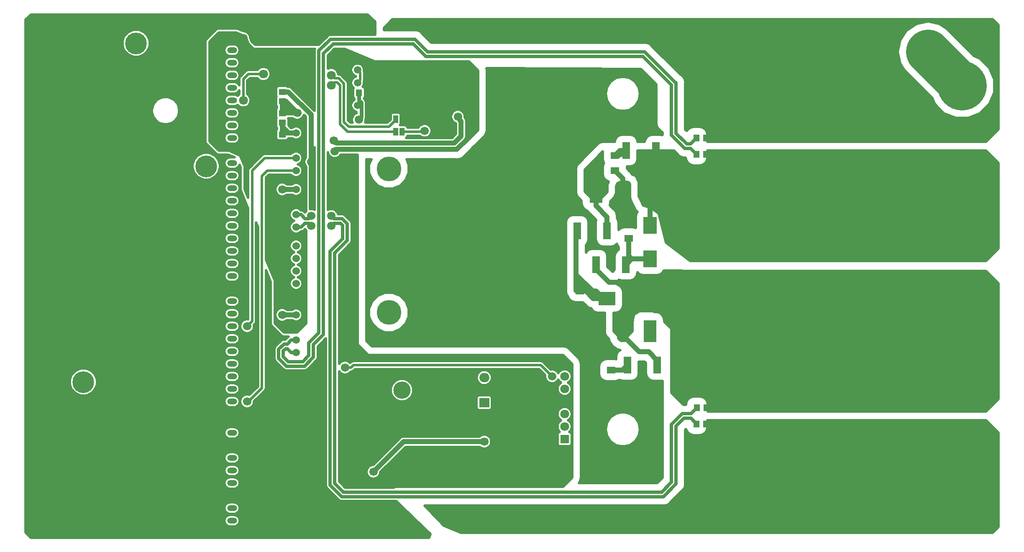
<source format=gbr>
G04 #@! TF.GenerationSoftware,KiCad,Pcbnew,(5.0.0-rc2-dev-586-g888c43477)*
G04 #@! TF.CreationDate,2018-06-03T12:19:04-03:00*
G04 #@! TF.ProjectId,Mcc18,4D636331382E6B696361645F70636200,rev?*
G04 #@! TF.SameCoordinates,Original*
G04 #@! TF.FileFunction,Copper,L1,Top,Signal*
G04 #@! TF.FilePolarity,Positive*
%FSLAX46Y46*%
G04 Gerber Fmt 4.6, Leading zero omitted, Abs format (unit mm)*
G04 Created by KiCad (PCBNEW (5.0.0-rc2-dev-586-g888c43477)) date 06/03/18 12:19:04*
%MOMM*%
%LPD*%
G01*
G04 APERTURE LIST*
%ADD10C,1.524000*%
%ADD11C,4.400000*%
%ADD12R,1.000000X1.500000*%
%ADD13R,1.295000X1.400000*%
%ADD14R,2.500000X4.500000*%
%ADD15O,2.500000X4.500000*%
%ADD16C,1.800000*%
%ADD17R,1.800000X1.800000*%
%ADD18C,5.000000*%
%ADD19O,2.000000X1.200000*%
%ADD20R,1.800000X1.395000*%
%ADD21O,2.000000X1.905000*%
%ADD22R,2.000000X1.905000*%
%ADD23O,3.500000X3.500000*%
%ADD24C,2.200000*%
%ADD25R,3.500000X2.700000*%
%ADD26R,2.700000X3.500000*%
%ADD27R,1.400000X1.295000*%
%ADD28R,1.495000X3.400000*%
%ADD29C,2.400000*%
%ADD30C,10.000000*%
%ADD31C,3.000000*%
%ADD32C,1.700000*%
%ADD33C,1.500000*%
%ADD34C,1.000000*%
%ADD35C,0.508000*%
%ADD36C,0.342900*%
%ADD37C,0.800000*%
%ADD38C,9.000000*%
%ADD39C,0.635000*%
G04 APERTURE END LIST*
D10*
X105410000Y-67056000D03*
X105410000Y-69596000D03*
X105410000Y-72136000D03*
X105410000Y-75946000D03*
X105410000Y-78486000D03*
X105410000Y-81026000D03*
X105410000Y-83566000D03*
X105410000Y-87376000D03*
X105410000Y-89916000D03*
X105410000Y-92456000D03*
X105410000Y-94996000D03*
X105410000Y-97536000D03*
X105410000Y-101346000D03*
X105410000Y-103886000D03*
X105410000Y-106426000D03*
X105410000Y-108966000D03*
X105410000Y-64516000D03*
D11*
X85267800Y-90932000D03*
D12*
X126888000Y-61722000D03*
X125588000Y-61722000D03*
X125588000Y-64262000D03*
X126888000Y-64262000D03*
D13*
X120093500Y-56388000D03*
X118158500Y-56388000D03*
X186484500Y-65532000D03*
X188419500Y-65532000D03*
D14*
X177016000Y-104648000D03*
D15*
X171566000Y-104648000D03*
X166116000Y-104648000D03*
X177016000Y-76454000D03*
X171566000Y-76454000D03*
D14*
X166116000Y-76454000D03*
D16*
X159766000Y-123952000D03*
D17*
X159766000Y-126492000D03*
D16*
X159766000Y-111252000D03*
X159766000Y-121412000D03*
X159766000Y-118872000D03*
X159766000Y-113792000D03*
X159766000Y-116332000D03*
D18*
X124206000Y-100838000D03*
X124206000Y-71755000D03*
X153289000Y-100838000D03*
X153289000Y-71755000D03*
D11*
X62357000Y-114934000D03*
X73025000Y-46355000D03*
X87225274Y-71247000D03*
D19*
X92456000Y-45212000D03*
X92456000Y-47752000D03*
X92456000Y-50292000D03*
X92456000Y-52832000D03*
X92456000Y-55372000D03*
X92456000Y-57912000D03*
X92456000Y-60452000D03*
X92456000Y-62992000D03*
X92456000Y-65532000D03*
X92456000Y-70612000D03*
X92456000Y-73152000D03*
X92456000Y-75692000D03*
X92456000Y-78232000D03*
X92456000Y-80772000D03*
X92456000Y-83312000D03*
X92456000Y-85852000D03*
X92456000Y-88392000D03*
X92456000Y-90932000D03*
X92456000Y-93472000D03*
X92456000Y-96012000D03*
X92456000Y-98552000D03*
X92456000Y-101092000D03*
X92456000Y-103632000D03*
X92456000Y-106172000D03*
X92456000Y-108712000D03*
X92456000Y-111252000D03*
X92456000Y-113792000D03*
X92456000Y-116332000D03*
X92456000Y-118872000D03*
X92456000Y-125222000D03*
X92456000Y-127762000D03*
X92456000Y-130302000D03*
X92456000Y-132842000D03*
X92456000Y-135382000D03*
X92456000Y-137922000D03*
X92456000Y-140462000D03*
X92456000Y-143002000D03*
D20*
X169164000Y-109480500D03*
X169164000Y-112515500D03*
X162814000Y-96526500D03*
X162814000Y-99561500D03*
X172720000Y-82810500D03*
X172720000Y-85845500D03*
X169926000Y-69094500D03*
X169926000Y-72129500D03*
D21*
X143510000Y-114046000D03*
X143510000Y-116586000D03*
D22*
X143510000Y-119126000D03*
D23*
X126850000Y-116586000D03*
D24*
X220218000Y-74182000D03*
X220218000Y-59182000D03*
X230378000Y-74182000D03*
X230378000Y-59182000D03*
X210058000Y-74182000D03*
X210058000Y-59182000D03*
D25*
X175104000Y-98044000D03*
X168304000Y-98044000D03*
D26*
X177038000Y-83214000D03*
X177038000Y-90014000D03*
D27*
X102616000Y-60500500D03*
X102616000Y-62435500D03*
D28*
X178531500Y-111506000D03*
X172496500Y-111506000D03*
X168371500Y-84328000D03*
X162336500Y-84328000D03*
X166146500Y-91186000D03*
X172181500Y-91186000D03*
X178277500Y-68072000D03*
X172242500Y-68072000D03*
D27*
X102616000Y-64818500D03*
X102616000Y-66753500D03*
X102616000Y-56182500D03*
X102616000Y-58117500D03*
D29*
X214630000Y-107628000D03*
X214630000Y-135128000D03*
X227330000Y-104648000D03*
X227330000Y-77148000D03*
X214630000Y-77148000D03*
X214630000Y-104648000D03*
X201930000Y-104648000D03*
X201930000Y-77148000D03*
X227330000Y-107628000D03*
X227330000Y-135128000D03*
X189230000Y-104648000D03*
X189230000Y-77148000D03*
X201930000Y-107628000D03*
X201930000Y-135128000D03*
D30*
X240202000Y-129972000D03*
X240202000Y-104972000D03*
X240202000Y-79972000D03*
X240202000Y-54972000D03*
D31*
X233273600Y-47371000D03*
X210820000Y-47371000D03*
D13*
X188419500Y-68834000D03*
X186484500Y-68834000D03*
X186484500Y-123444000D03*
X188419500Y-123444000D03*
X188468000Y-120142000D03*
X186533000Y-120142000D03*
D32*
X105664000Y-60452000D03*
X94716600Y-45283120D03*
X133096000Y-51816000D03*
D16*
X98806000Y-50292000D03*
D33*
X119888000Y-54356000D03*
X119888000Y-51816000D03*
D32*
X140970000Y-61468000D03*
X113226505Y-68202801D03*
X131445006Y-61468000D03*
D33*
X121666000Y-56642000D03*
D32*
X120314022Y-61837200D03*
D33*
X117856000Y-58928000D03*
D32*
X138176000Y-61214000D03*
X113030000Y-66040000D03*
X118110000Y-61837200D03*
X191262000Y-68834000D03*
X191262000Y-120142000D03*
X148747000Y-119888000D03*
X157226000Y-111252000D03*
X115316000Y-109982000D03*
X115316000Y-114554000D03*
X112522000Y-70866000D03*
X118364000Y-132842000D03*
X108458000Y-70358000D03*
X143510000Y-127000000D03*
X121057396Y-133125570D03*
X102616000Y-75946000D03*
X102616000Y-101346000D03*
D16*
X98806000Y-52578000D03*
X94742000Y-57912000D03*
D32*
X95504000Y-103632000D03*
X157226000Y-113792000D03*
X115316000Y-112014000D03*
X95504000Y-118872000D03*
X191262000Y-123444000D03*
X135382000Y-140970000D03*
X146050000Y-140970000D03*
X185674000Y-128778000D03*
X185674000Y-137414000D03*
X191262000Y-65532000D03*
X133350000Y-45466000D03*
X128778000Y-42926000D03*
X139446000Y-45466000D03*
X108458000Y-83298400D03*
X112522000Y-83298400D03*
X108458000Y-81293600D03*
X112522000Y-81293600D03*
D16*
X112522000Y-52795600D03*
X112522000Y-54900403D03*
D32*
X131445000Y-64071500D03*
D33*
X117856000Y-54356002D03*
X117854038Y-51759750D03*
D34*
X102616000Y-60500500D02*
X102616000Y-58117500D01*
X102664500Y-60452000D02*
X102616000Y-60500500D01*
X105664000Y-60452000D02*
X102664500Y-60452000D01*
X102616000Y-58117500D02*
X103329500Y-58117500D01*
X103303000Y-60452000D02*
X103124000Y-60273000D01*
X104140000Y-60452000D02*
X103303000Y-60452000D01*
X103124000Y-60273000D02*
X103124000Y-59182000D01*
X103124000Y-59182000D02*
X103886000Y-59944000D01*
X104140000Y-59944000D02*
X104648000Y-59436000D01*
X103886000Y-59944000D02*
X104140000Y-59944000D01*
X103329500Y-58117500D02*
X104648000Y-59436000D01*
X104648000Y-59436000D02*
X105664000Y-60452000D01*
X102918500Y-67056000D02*
X102616000Y-66753500D01*
X105410000Y-67056000D02*
X102918500Y-67056000D01*
D35*
X94716600Y-49250600D02*
X94716600Y-48260000D01*
X95758000Y-50292000D02*
X94716600Y-49250600D01*
X98806000Y-50292000D02*
X95758000Y-50292000D01*
X94716600Y-48488600D02*
X94716600Y-48260000D01*
X94716600Y-48260000D02*
X94716600Y-45283120D01*
D36*
X120093500Y-56388000D02*
X120093500Y-56436500D01*
X120093500Y-56436500D02*
X119888000Y-56642000D01*
X119138001Y-53606001D02*
X119888000Y-54356000D01*
D34*
X140120001Y-62317999D02*
X140120001Y-63920001D01*
X140970000Y-61468000D02*
X140120001Y-62317999D01*
X140120001Y-63920001D02*
X140120001Y-65687278D01*
X140120001Y-65687278D02*
X137954469Y-67852810D01*
X113576496Y-67852810D02*
X113226505Y-68202801D01*
X137954469Y-67852810D02*
X113576496Y-67852810D01*
D35*
X119220551Y-53688551D02*
X119220551Y-53606001D01*
X119888000Y-54356000D02*
X119220551Y-53688551D01*
D36*
X119138001Y-53606001D02*
X119220551Y-53606001D01*
X119220551Y-53606001D02*
X119138001Y-52410325D01*
D35*
X119220551Y-53606001D02*
X119220551Y-52410325D01*
D36*
X119138001Y-52410325D02*
X119220551Y-52410325D01*
X119220551Y-52410325D02*
X119212325Y-52336001D01*
D35*
X119220551Y-52327775D02*
X119220551Y-52336001D01*
X119732326Y-51816000D02*
X119220551Y-52327775D01*
X119888000Y-51816000D02*
X119732326Y-51816000D01*
D36*
X119888000Y-51816000D02*
X119220551Y-52336001D01*
X119220551Y-52336001D02*
X119212325Y-52336001D01*
D35*
X130556000Y-62230000D02*
X131318000Y-61468000D01*
X131191006Y-61722000D02*
X131445006Y-61468000D01*
X126888000Y-61722000D02*
X131191006Y-61722000D01*
X131318000Y-61468000D02*
X131445006Y-61468000D01*
X131953000Y-60960006D02*
X131445006Y-61468000D01*
X131953000Y-57340500D02*
X131953000Y-60960006D01*
X133159500Y-56134000D02*
X131953000Y-57340500D01*
X133096000Y-51816000D02*
X133159500Y-51879500D01*
X133159500Y-51879500D02*
X133159500Y-56134000D01*
X121659178Y-56388000D02*
X121661661Y-56390483D01*
D36*
X120095983Y-56390483D02*
X120093500Y-56388000D01*
X121661661Y-56390483D02*
X120095983Y-56390483D01*
D35*
X120093500Y-56388000D02*
X121659178Y-56388000D01*
D37*
X120093500Y-57888000D02*
X119722810Y-58258690D01*
X120093500Y-56388000D02*
X120093500Y-57888000D01*
X119722810Y-58258690D02*
X119722810Y-59232373D01*
X119722810Y-59232373D02*
X119722810Y-61245988D01*
X119722810Y-61245988D02*
X120314022Y-61837200D01*
D34*
X102918500Y-64516000D02*
X102616000Y-64818500D01*
X102616000Y-62435500D02*
X102616000Y-64818500D01*
X102616000Y-63246000D02*
X103886000Y-64516000D01*
X102616000Y-62435500D02*
X102616000Y-63246000D01*
X105410000Y-64516000D02*
X103886000Y-64516000D01*
X103886000Y-64516000D02*
X102918500Y-64516000D01*
D36*
X118158500Y-56388000D02*
X118158500Y-56436500D01*
X118158500Y-56388000D02*
X118158500Y-58625500D01*
X118158500Y-58625500D02*
X117856000Y-58928000D01*
D37*
X118158500Y-57888000D02*
X118618000Y-58347500D01*
X118158500Y-56388000D02*
X118158500Y-57888000D01*
X118618000Y-58347500D02*
X118618000Y-59690000D01*
D34*
X138815191Y-65146809D02*
X137414000Y-66548000D01*
X138815191Y-62107191D02*
X138815191Y-65146809D01*
X138176000Y-61214000D02*
X138176000Y-61468000D01*
X138176000Y-61468000D02*
X138815191Y-62107191D01*
X137414000Y-66548000D02*
X113538000Y-66548000D01*
X113538000Y-66548000D02*
X113030000Y-66040000D01*
D37*
X118618000Y-59690000D02*
X118618000Y-61329200D01*
X118618000Y-61329200D02*
X118110000Y-61837200D01*
D34*
X170948500Y-68072000D02*
X169926000Y-69094500D01*
X172242500Y-68072000D02*
X170948500Y-68072000D01*
X169926000Y-69094500D02*
X170681500Y-69094500D01*
X170681500Y-69094500D02*
X170942000Y-68834000D01*
X171450000Y-68834000D02*
X170942000Y-68834000D01*
X172720000Y-90647500D02*
X172181500Y-91186000D01*
X173353500Y-90014000D02*
X172181500Y-91186000D01*
X177038000Y-90014000D02*
X173353500Y-90014000D01*
X173326000Y-90014000D02*
X172720000Y-89408000D01*
X173353500Y-90014000D02*
X173326000Y-90014000D01*
X172720000Y-85845500D02*
X172720000Y-89408000D01*
X172720000Y-89408000D02*
X172720000Y-90647500D01*
X167379500Y-97790000D02*
X166116000Y-96526500D01*
X168304000Y-97790000D02*
X167379500Y-97790000D01*
X162336500Y-84328000D02*
X162336500Y-85313500D01*
X162067240Y-84597260D02*
X162336500Y-84328000D01*
X162814000Y-96526500D02*
X162202980Y-96526500D01*
X162202980Y-96526500D02*
X162067240Y-96390760D01*
X165554000Y-98044000D02*
X164837720Y-97327720D01*
X168304000Y-98044000D02*
X165554000Y-98044000D01*
X162814000Y-96526500D02*
X163099900Y-96526500D01*
X166917220Y-97327720D02*
X167069620Y-97480120D01*
X165928040Y-97327720D02*
X166917220Y-97327720D01*
X164837720Y-97327720D02*
X167069620Y-97480120D01*
X162067240Y-93178780D02*
X162067240Y-91678760D01*
X165414960Y-96526500D02*
X162067240Y-93178780D01*
X162067240Y-91678760D02*
X162067240Y-84597260D01*
X162067240Y-96390760D02*
X162067240Y-91678760D01*
X166116000Y-96526500D02*
X165414960Y-96526500D01*
X162814000Y-94829000D02*
X162626040Y-94641040D01*
X162814000Y-96526500D02*
X162814000Y-94829000D01*
X162626040Y-94641040D02*
X162626040Y-94736920D01*
X164084000Y-96194880D02*
X164084000Y-96526500D01*
X162626040Y-94736920D02*
X164084000Y-96194880D01*
X165414960Y-96526500D02*
X164084000Y-96526500D01*
X164837720Y-96650220D02*
X164714000Y-96526500D01*
X164714000Y-96526500D02*
X162814000Y-96526500D01*
X164837720Y-97327720D02*
X164837720Y-96650220D01*
X164837720Y-97280220D02*
X164084000Y-96526500D01*
X164837720Y-97327720D02*
X164837720Y-97280220D01*
X169164000Y-112515500D02*
X171487000Y-112515500D01*
X172496500Y-111506000D02*
X171487000Y-112515500D01*
D38*
X233318000Y-48088000D02*
X240094000Y-54864000D01*
D34*
X177016000Y-83192000D02*
X177038000Y-83214000D01*
X177016000Y-76454000D02*
X177016000Y-83192000D01*
X168371500Y-81503500D02*
X166116000Y-79248000D01*
X168371500Y-84328000D02*
X168371500Y-81503500D01*
X166116000Y-76454000D02*
X166116000Y-79248000D01*
X177016000Y-69333500D02*
X178277500Y-68072000D01*
X177016000Y-76454000D02*
X177016000Y-69333500D01*
X191262000Y-68834000D02*
X188902001Y-68834000D01*
X171566000Y-101328000D02*
X175104000Y-97790000D01*
X171566000Y-104648000D02*
X171566000Y-101328000D01*
X191262000Y-120142000D02*
X188950501Y-120142000D01*
X166146500Y-92138500D02*
X166146500Y-91186000D01*
X171656000Y-94742000D02*
X168750000Y-94742000D01*
X175104000Y-97790000D02*
X174704000Y-97790000D01*
X168750000Y-94742000D02*
X166146500Y-92138500D01*
X174704000Y-97790000D02*
X171656000Y-94742000D01*
X171566000Y-104648000D02*
X171566000Y-105780000D01*
X171566000Y-105780000D02*
X171820000Y-105780000D01*
X178531500Y-110553500D02*
X178531500Y-111506000D01*
X174846000Y-108806000D02*
X176784000Y-108806000D01*
X176784000Y-108806000D02*
X178531500Y-110553500D01*
X171820000Y-105780000D02*
X174846000Y-108806000D01*
X171566000Y-81656500D02*
X172720000Y-82810500D01*
X171566000Y-76454000D02*
X171566000Y-81656500D01*
X162814000Y-101346000D02*
X166116000Y-104648000D01*
X162814000Y-99561500D02*
X162814000Y-101346000D01*
X166116000Y-109226500D02*
X166116000Y-104648000D01*
X171566000Y-76454000D02*
X171566000Y-75554000D01*
X171566000Y-73769500D02*
X169926000Y-72129500D01*
X171566000Y-76454000D02*
X171566000Y-73769500D01*
D35*
X115824000Y-110490000D02*
X115316000Y-109982000D01*
X157226000Y-111252000D02*
X156464000Y-110490000D01*
X156464000Y-110490000D02*
X115824000Y-110490000D01*
D34*
X119213999Y-131992001D02*
X118364000Y-132842000D01*
X126238000Y-124968000D02*
X119213999Y-131992001D01*
X145542000Y-124968000D02*
X126238000Y-124968000D01*
X148747000Y-119888000D02*
X148747000Y-121763000D01*
X148747000Y-121763000D02*
X145542000Y-124968000D01*
D35*
X108458000Y-69155919D02*
X108458000Y-70358000D01*
X108458000Y-60816500D02*
X108458000Y-69155919D01*
X102616000Y-56182500D02*
X103824000Y-56182500D01*
X103824000Y-56182500D02*
X108458000Y-60816500D01*
D34*
X102616000Y-56182500D02*
X103843606Y-56182500D01*
X103843606Y-56182500D02*
X108458000Y-60796894D01*
D35*
X108458000Y-65532000D02*
X108458000Y-66548000D01*
D34*
X108458000Y-65532000D02*
X108458000Y-70358000D01*
X108458000Y-60816500D02*
X108458000Y-65532000D01*
X127182966Y-127000000D02*
X121057396Y-133125570D01*
X143510000Y-127000000D02*
X127182966Y-127000000D01*
X105410000Y-75946000D02*
X102616000Y-75946000D01*
X105410000Y-101346000D02*
X102616000Y-101346000D01*
D35*
X98552000Y-52578000D02*
X95758000Y-52578000D01*
X95758000Y-52578000D02*
X94742000Y-53594000D01*
X94742000Y-53594000D02*
X94742000Y-57912000D01*
X105410000Y-69596000D02*
X99060000Y-69596000D01*
X99060000Y-69596000D02*
X96520000Y-72136000D01*
X96520000Y-72136000D02*
X96520000Y-102616000D01*
X96520000Y-102616000D02*
X95504000Y-103632000D01*
X116518081Y-112014000D02*
X115316000Y-112014000D01*
X157226000Y-113792000D02*
X154940000Y-111506000D01*
X117026081Y-111506000D02*
X116518081Y-112014000D01*
X154940000Y-111506000D02*
X117026081Y-111506000D01*
X95758000Y-118872000D02*
X95504000Y-118872000D01*
X98500000Y-116130000D02*
X95758000Y-118872000D01*
X98500000Y-73204000D02*
X98500000Y-116130000D01*
X105410000Y-72136000D02*
X99568000Y-72136000D01*
X99568000Y-72136000D02*
X98500000Y-73204000D01*
D34*
X191262000Y-123444000D02*
X188902001Y-123444000D01*
X191262000Y-65532000D02*
X188902001Y-65532000D01*
D39*
X105810000Y-108966000D02*
X105410000Y-108966000D01*
X112386735Y-45504100D02*
X110020100Y-47870735D01*
X129480640Y-45504100D02*
X112386735Y-45504100D01*
X132020640Y-48044100D02*
X129480640Y-45504100D01*
X186432000Y-65532000D02*
X185250900Y-66713100D01*
X186484500Y-65532000D02*
X186432000Y-65532000D01*
X185250900Y-66713100D02*
X184471640Y-66713100D01*
X184471640Y-66713100D02*
X182333900Y-64575360D01*
X182333900Y-64575360D02*
X182333900Y-54317900D01*
X182333900Y-54317900D02*
X182236440Y-54317900D01*
X182236440Y-54317900D02*
X175962640Y-48044100D01*
X175962640Y-48044100D02*
X132020640Y-48044100D01*
X105410000Y-108966000D02*
X104410000Y-108966000D01*
X104410000Y-108966000D02*
X103609900Y-108165900D01*
X103609900Y-108165900D02*
X103318640Y-108165900D01*
X103318640Y-108165900D02*
X102831900Y-108652640D01*
X102831900Y-108652640D02*
X102831900Y-109787360D01*
X102831900Y-109787360D02*
X103826640Y-110782100D01*
X103826640Y-110782100D02*
X106739360Y-110782100D01*
X106739360Y-110782100D02*
X107988100Y-109533360D01*
X107988100Y-109533360D02*
X107988100Y-106993360D01*
X110020100Y-47870735D02*
X110020100Y-104961360D01*
X110020100Y-104961360D02*
X107988100Y-106993360D01*
X186484500Y-68834000D02*
X186484500Y-68781500D01*
X184082360Y-67652900D02*
X181394100Y-64964640D01*
X185250900Y-67652900D02*
X184082360Y-67652900D01*
X186432000Y-68834000D02*
X185250900Y-67652900D01*
X186484500Y-68834000D02*
X186432000Y-68834000D01*
X181394100Y-54804640D02*
X175573360Y-48983900D01*
X175573360Y-48983900D02*
X131631360Y-48983900D01*
X181394100Y-64964640D02*
X181394100Y-54804640D01*
X131631360Y-48983900D02*
X129091360Y-46443900D01*
X129091360Y-46443900D02*
X112970640Y-46443900D01*
X112970640Y-46443900D02*
X110959900Y-48454640D01*
X104410000Y-106426000D02*
X103609900Y-107226100D01*
X105410000Y-106426000D02*
X104410000Y-106426000D01*
X103609900Y-107226100D02*
X102929360Y-107226100D01*
X102929360Y-107226100D02*
X101892100Y-108263360D01*
X101892100Y-108263360D02*
X101892100Y-110176640D01*
X101892100Y-110176640D02*
X103437360Y-111721900D01*
X103437360Y-111721900D02*
X107128640Y-111721900D01*
X107128640Y-111721900D02*
X108927900Y-109922640D01*
X108927900Y-109922640D02*
X108927900Y-107382640D01*
X110959900Y-105350640D02*
X108927900Y-107382640D01*
X110959900Y-48454640D02*
X110959900Y-105350640D01*
X107925500Y-82765900D02*
X108458000Y-83298400D01*
X107210100Y-82765900D02*
X107925500Y-82765900D01*
X106410000Y-83566000D02*
X107210100Y-82765900D01*
X105410000Y-83566000D02*
X106410000Y-83566000D01*
X114359360Y-82765900D02*
X113054500Y-82765900D01*
X114846100Y-83252640D02*
X114359360Y-82765900D01*
X112306100Y-135830640D02*
X112306100Y-88451360D01*
X114613360Y-138137900D02*
X112306100Y-135830640D01*
X114846100Y-85911360D02*
X114846100Y-83252640D01*
X112306100Y-88451360D02*
X114846100Y-85911360D01*
X113054500Y-82765900D02*
X112522000Y-83298400D01*
X186484500Y-123444000D02*
X185327650Y-122287150D01*
X185327650Y-122287150D02*
X183939390Y-122287150D01*
X183939390Y-122287150D02*
X182333900Y-123892640D01*
X182333900Y-123892640D02*
X182333900Y-135576640D01*
X179772640Y-138137900D02*
X114613360Y-138137900D01*
X182333900Y-135576640D02*
X179772640Y-138137900D01*
X107210100Y-81826100D02*
X107925500Y-81826100D01*
X105410000Y-81026000D02*
X106410000Y-81026000D01*
X106410000Y-81026000D02*
X107210100Y-81826100D01*
X107925500Y-81826100D02*
X108458000Y-81293600D01*
X114748640Y-81826100D02*
X113054500Y-81826100D01*
X186533000Y-120142000D02*
X185327650Y-121347350D01*
X113245900Y-88840640D02*
X115785900Y-86300640D01*
X115002640Y-137198100D02*
X113245900Y-135441360D01*
X113245900Y-135441360D02*
X113245900Y-88840640D01*
X115785900Y-82863360D02*
X114748640Y-81826100D01*
X115785900Y-86300640D02*
X115785900Y-82863360D01*
X113054500Y-81826100D02*
X112522000Y-81293600D01*
X185327650Y-121347350D02*
X183550110Y-121347350D01*
X183550110Y-121347350D02*
X181394100Y-123503360D01*
X181394100Y-123503360D02*
X181394100Y-135187360D01*
X181394100Y-135187360D02*
X179383360Y-137198100D01*
X179383360Y-137198100D02*
X115002640Y-137198100D01*
D35*
X125588000Y-61722000D02*
X125588000Y-62076984D01*
X125588000Y-61722000D02*
X125588000Y-62076986D01*
X113436400Y-53441600D02*
X113436390Y-53441610D01*
X113436400Y-53441600D02*
X113168000Y-53441600D01*
X113168000Y-53441600D02*
X112522000Y-52795600D01*
X114027058Y-53441600D02*
X113436400Y-53441600D01*
X125588000Y-61864000D02*
X124206000Y-63246000D01*
X124206000Y-63246000D02*
X116078000Y-63246000D01*
X125588000Y-61722000D02*
X125588000Y-61864000D01*
X116078000Y-63246000D02*
X115112790Y-62280790D01*
X115112790Y-62280790D02*
X115112789Y-54527331D01*
X115112789Y-54527331D02*
X114027058Y-53441600D01*
X125588000Y-64262000D02*
X125588000Y-64012000D01*
X125588000Y-64262000D02*
X125588000Y-64120000D01*
X125649210Y-64262000D02*
X125791210Y-64120000D01*
X113168003Y-54254400D02*
X113690400Y-54254400D01*
X112522000Y-54900403D02*
X113168003Y-54254400D01*
X113690400Y-54254400D02*
X114300000Y-54864000D01*
X114300000Y-54864000D02*
X114300000Y-62738000D01*
X114300000Y-62738000D02*
X115824000Y-64262000D01*
X115824000Y-64262000D02*
X125649210Y-64262000D01*
X126888000Y-64262000D02*
X131254500Y-64262000D01*
X131254500Y-64262000D02*
X131445000Y-64071500D01*
D36*
X118490291Y-52396003D02*
X117854038Y-51759750D01*
X117856000Y-54356002D02*
X117856000Y-54356000D01*
X117856000Y-54356000D02*
X118490291Y-53721709D01*
D35*
X118407741Y-53804259D02*
X118407741Y-53721709D01*
X117856000Y-54356000D02*
X118407741Y-53804259D01*
D36*
X118490291Y-53721709D02*
X118407741Y-53721709D01*
X118407741Y-52396003D02*
X118490291Y-52396003D01*
X118407741Y-53721709D02*
X118407741Y-52396003D01*
D35*
X118407741Y-52313453D02*
X117854038Y-51759750D01*
X118407741Y-52396003D02*
X118407741Y-52313453D01*
X118407741Y-53804259D02*
X118407741Y-52396003D01*
G36*
X95106121Y-44919331D02*
X95168051Y-44981261D01*
X95777335Y-46452202D01*
X95832395Y-46534605D01*
X96721395Y-47423605D01*
X96803798Y-47478665D01*
X96901000Y-47498000D01*
X109215238Y-47498000D01*
X109194644Y-47528821D01*
X109174681Y-47629184D01*
X109126633Y-47870735D01*
X109143800Y-47957038D01*
X109143800Y-59985325D01*
X104666029Y-55507554D01*
X104606958Y-55419148D01*
X104256729Y-55185132D01*
X103947888Y-55123700D01*
X103947883Y-55123700D01*
X103843606Y-55102958D01*
X103739329Y-55123700D01*
X103706259Y-55123700D01*
X103534033Y-55008622D01*
X103316000Y-54965253D01*
X101916000Y-54965253D01*
X101697967Y-55008622D01*
X101513128Y-55132128D01*
X101389622Y-55316967D01*
X101346253Y-55535000D01*
X101346253Y-56830000D01*
X101389622Y-57048033D01*
X101457754Y-57150000D01*
X101389622Y-57251967D01*
X101346253Y-57470000D01*
X101346253Y-58765000D01*
X101389622Y-58983033D01*
X101513128Y-59167872D01*
X101557201Y-59197320D01*
X101557200Y-59420680D01*
X101513128Y-59450128D01*
X101389622Y-59634967D01*
X101346253Y-59853000D01*
X101346253Y-61148000D01*
X101389622Y-61366033D01*
X101457754Y-61468000D01*
X101389622Y-61569967D01*
X101346253Y-61788000D01*
X101346253Y-63083000D01*
X101389622Y-63301033D01*
X101513128Y-63485872D01*
X101557200Y-63515320D01*
X101557201Y-63738680D01*
X101513128Y-63768128D01*
X101389622Y-63952967D01*
X101346253Y-64171000D01*
X101346253Y-65466000D01*
X101389622Y-65684033D01*
X101513128Y-65868872D01*
X101697967Y-65992378D01*
X101916000Y-66035747D01*
X103316000Y-66035747D01*
X103534033Y-65992378D01*
X103718872Y-65868872D01*
X103842378Y-65684033D01*
X103860970Y-65590563D01*
X103885999Y-65595542D01*
X103990277Y-65574800D01*
X104600907Y-65574800D01*
X104661827Y-65635720D01*
X105147277Y-65836800D01*
X105672723Y-65836800D01*
X106158173Y-65635720D01*
X106529720Y-65264173D01*
X106730800Y-64778723D01*
X106730800Y-64253277D01*
X106529720Y-63767827D01*
X106158173Y-63396280D01*
X105672723Y-63195200D01*
X105147277Y-63195200D01*
X104661827Y-63396280D01*
X104600907Y-63457200D01*
X104324570Y-63457200D01*
X103885747Y-63018378D01*
X103885747Y-61788000D01*
X103842378Y-61569967D01*
X103802844Y-61510800D01*
X104730456Y-61510800D01*
X104865979Y-61646323D01*
X105383772Y-61860800D01*
X105944228Y-61860800D01*
X106462021Y-61646323D01*
X106858323Y-61250021D01*
X107021006Y-60857269D01*
X107399200Y-61235463D01*
X107399201Y-65427714D01*
X107399200Y-65427719D01*
X107399201Y-69424455D01*
X107263677Y-69559979D01*
X107049200Y-70077772D01*
X107049200Y-70638228D01*
X107263677Y-71156021D01*
X107442000Y-71334344D01*
X107442000Y-80317256D01*
X107263677Y-80495579D01*
X107221259Y-80597985D01*
X107090668Y-80467394D01*
X107041777Y-80394223D01*
X106751915Y-80200544D01*
X106496304Y-80149700D01*
X106496303Y-80149700D01*
X106410000Y-80132533D01*
X106388669Y-80136776D01*
X106158173Y-79906280D01*
X105672723Y-79705200D01*
X105147277Y-79705200D01*
X104661827Y-79906280D01*
X104290280Y-80277827D01*
X104089200Y-80763277D01*
X104089200Y-81288723D01*
X104290280Y-81774173D01*
X104661827Y-82145720D01*
X105024635Y-82296000D01*
X104661827Y-82446280D01*
X104290280Y-82817827D01*
X104089200Y-83303277D01*
X104089200Y-83828723D01*
X104290280Y-84314173D01*
X104661827Y-84685720D01*
X105147277Y-84886800D01*
X105672723Y-84886800D01*
X106158173Y-84685720D01*
X106388669Y-84455224D01*
X106410000Y-84459467D01*
X106496303Y-84442300D01*
X106496304Y-84442300D01*
X106751915Y-84391456D01*
X107041777Y-84197777D01*
X107090668Y-84124606D01*
X107221259Y-83994015D01*
X107263677Y-84096421D01*
X107442000Y-84274744D01*
X107442000Y-103050790D01*
X105590790Y-104902000D01*
X102943210Y-104902000D01*
X101092000Y-103050790D01*
X101092000Y-101065772D01*
X101207200Y-101065772D01*
X101207200Y-101626228D01*
X101421677Y-102144021D01*
X101817979Y-102540323D01*
X102335772Y-102754800D01*
X102896228Y-102754800D01*
X103414021Y-102540323D01*
X103549544Y-102404800D01*
X104600907Y-102404800D01*
X104661827Y-102465720D01*
X105147277Y-102666800D01*
X105672723Y-102666800D01*
X106158173Y-102465720D01*
X106529720Y-102094173D01*
X106730800Y-101608723D01*
X106730800Y-101083277D01*
X106529720Y-100597827D01*
X106158173Y-100226280D01*
X105672723Y-100025200D01*
X105147277Y-100025200D01*
X104661827Y-100226280D01*
X104600907Y-100287200D01*
X103549544Y-100287200D01*
X103414021Y-100151677D01*
X102896228Y-99937200D01*
X102335772Y-99937200D01*
X101817979Y-100151677D01*
X101421677Y-100547979D01*
X101207200Y-101065772D01*
X101092000Y-101065772D01*
X101092000Y-94506051D01*
X101072665Y-94408849D01*
X99312800Y-90160159D01*
X99312800Y-87113277D01*
X104089200Y-87113277D01*
X104089200Y-87638723D01*
X104290280Y-88124173D01*
X104661827Y-88495720D01*
X105024635Y-88646000D01*
X104661827Y-88796280D01*
X104290280Y-89167827D01*
X104089200Y-89653277D01*
X104089200Y-90178723D01*
X104290280Y-90664173D01*
X104661827Y-91035720D01*
X105024635Y-91186000D01*
X104661827Y-91336280D01*
X104290280Y-91707827D01*
X104089200Y-92193277D01*
X104089200Y-92718723D01*
X104290280Y-93204173D01*
X104661827Y-93575720D01*
X105024635Y-93726000D01*
X104661827Y-93876280D01*
X104290280Y-94247827D01*
X104089200Y-94733277D01*
X104089200Y-95258723D01*
X104290280Y-95744173D01*
X104661827Y-96115720D01*
X105147277Y-96316800D01*
X105672723Y-96316800D01*
X106158173Y-96115720D01*
X106529720Y-95744173D01*
X106730800Y-95258723D01*
X106730800Y-94733277D01*
X106529720Y-94247827D01*
X106158173Y-93876280D01*
X105795365Y-93726000D01*
X106158173Y-93575720D01*
X106529720Y-93204173D01*
X106730800Y-92718723D01*
X106730800Y-92193277D01*
X106529720Y-91707827D01*
X106158173Y-91336280D01*
X105795365Y-91186000D01*
X106158173Y-91035720D01*
X106529720Y-90664173D01*
X106730800Y-90178723D01*
X106730800Y-89653277D01*
X106529720Y-89167827D01*
X106158173Y-88796280D01*
X105795365Y-88646000D01*
X106158173Y-88495720D01*
X106529720Y-88124173D01*
X106730800Y-87638723D01*
X106730800Y-87113277D01*
X106529720Y-86627827D01*
X106158173Y-86256280D01*
X105672723Y-86055200D01*
X105147277Y-86055200D01*
X104661827Y-86256280D01*
X104290280Y-86627827D01*
X104089200Y-87113277D01*
X99312800Y-87113277D01*
X99312800Y-75665772D01*
X101207200Y-75665772D01*
X101207200Y-76226228D01*
X101421677Y-76744021D01*
X101817979Y-77140323D01*
X102335772Y-77354800D01*
X102896228Y-77354800D01*
X103414021Y-77140323D01*
X103549544Y-77004800D01*
X104600907Y-77004800D01*
X104661827Y-77065720D01*
X105147277Y-77266800D01*
X105672723Y-77266800D01*
X106158173Y-77065720D01*
X106529720Y-76694173D01*
X106730800Y-76208723D01*
X106730800Y-75683277D01*
X106529720Y-75197827D01*
X106158173Y-74826280D01*
X105672723Y-74625200D01*
X105147277Y-74625200D01*
X104661827Y-74826280D01*
X104600907Y-74887200D01*
X103549544Y-74887200D01*
X103414021Y-74751677D01*
X102896228Y-74537200D01*
X102335772Y-74537200D01*
X101817979Y-74751677D01*
X101421677Y-75147979D01*
X101207200Y-75665772D01*
X99312800Y-75665772D01*
X99312800Y-73540672D01*
X99904673Y-72948800D01*
X104354907Y-72948800D01*
X104661827Y-73255720D01*
X105147277Y-73456800D01*
X105672723Y-73456800D01*
X106158173Y-73255720D01*
X106529720Y-72884173D01*
X106730800Y-72398723D01*
X106730800Y-71873277D01*
X106529720Y-71387827D01*
X106158173Y-71016280D01*
X105795365Y-70866000D01*
X106158173Y-70715720D01*
X106529720Y-70344173D01*
X106730800Y-69858723D01*
X106730800Y-69333277D01*
X106529720Y-68847827D01*
X106158173Y-68476280D01*
X105672723Y-68275200D01*
X105147277Y-68275200D01*
X104661827Y-68476280D01*
X104354907Y-68783200D01*
X99140049Y-68783200D01*
X99059999Y-68767277D01*
X98742861Y-68830360D01*
X98474004Y-69010004D01*
X98428657Y-69077871D01*
X96001871Y-71504657D01*
X95934004Y-71550004D01*
X95786474Y-71770800D01*
X95754360Y-71818862D01*
X95691277Y-72136000D01*
X95707200Y-72216050D01*
X95707200Y-77644465D01*
X94996000Y-75927477D01*
X94996000Y-71361236D01*
X94976665Y-71264034D01*
X94087665Y-69117798D01*
X94032605Y-69035395D01*
X93950202Y-68980335D01*
X91803966Y-68091335D01*
X91706764Y-68072000D01*
X89735210Y-68072000D01*
X87884000Y-66220790D01*
X87884000Y-65532000D01*
X90874498Y-65532000D01*
X90964434Y-65984141D01*
X91220552Y-66367448D01*
X91603859Y-66623566D01*
X91941869Y-66690800D01*
X92970131Y-66690800D01*
X93308141Y-66623566D01*
X93691448Y-66367448D01*
X93947566Y-65984141D01*
X94037502Y-65532000D01*
X93947566Y-65079859D01*
X93691448Y-64696552D01*
X93308141Y-64440434D01*
X92970131Y-64373200D01*
X91941869Y-64373200D01*
X91603859Y-64440434D01*
X91220552Y-64696552D01*
X90964434Y-65079859D01*
X90874498Y-65532000D01*
X87884000Y-65532000D01*
X87884000Y-62992000D01*
X90874498Y-62992000D01*
X90964434Y-63444141D01*
X91220552Y-63827448D01*
X91603859Y-64083566D01*
X91941869Y-64150800D01*
X92970131Y-64150800D01*
X93308141Y-64083566D01*
X93691448Y-63827448D01*
X93947566Y-63444141D01*
X94037502Y-62992000D01*
X93947566Y-62539859D01*
X93691448Y-62156552D01*
X93308141Y-61900434D01*
X92970131Y-61833200D01*
X91941869Y-61833200D01*
X91603859Y-61900434D01*
X91220552Y-62156552D01*
X90964434Y-62539859D01*
X90874498Y-62992000D01*
X87884000Y-62992000D01*
X87884000Y-60452000D01*
X90874498Y-60452000D01*
X90964434Y-60904141D01*
X91220552Y-61287448D01*
X91603859Y-61543566D01*
X91941869Y-61610800D01*
X92970131Y-61610800D01*
X93308141Y-61543566D01*
X93691448Y-61287448D01*
X93947566Y-60904141D01*
X94037502Y-60452000D01*
X93947566Y-59999859D01*
X93691448Y-59616552D01*
X93308141Y-59360434D01*
X92970131Y-59293200D01*
X91941869Y-59293200D01*
X91603859Y-59360434D01*
X91220552Y-59616552D01*
X90964434Y-59999859D01*
X90874498Y-60452000D01*
X87884000Y-60452000D01*
X87884000Y-55372000D01*
X90874498Y-55372000D01*
X90964434Y-55824141D01*
X91220552Y-56207448D01*
X91603859Y-56463566D01*
X91941869Y-56530800D01*
X92970131Y-56530800D01*
X93308141Y-56463566D01*
X93691448Y-56207448D01*
X93929201Y-55851627D01*
X93929201Y-56669679D01*
X93915656Y-56675289D01*
X93585311Y-57005634D01*
X93308141Y-56820434D01*
X92970131Y-56753200D01*
X91941869Y-56753200D01*
X91603859Y-56820434D01*
X91220552Y-57076552D01*
X90964434Y-57459859D01*
X90874498Y-57912000D01*
X90964434Y-58364141D01*
X91220552Y-58747448D01*
X91603859Y-59003566D01*
X91941869Y-59070800D01*
X92970131Y-59070800D01*
X93308141Y-59003566D01*
X93585311Y-58818366D01*
X93915656Y-59148711D01*
X94451827Y-59370800D01*
X95032173Y-59370800D01*
X95568344Y-59148711D01*
X95978711Y-58738344D01*
X96200800Y-58202173D01*
X96200800Y-57621827D01*
X95978711Y-57085656D01*
X95568344Y-56675289D01*
X95554800Y-56669679D01*
X95554800Y-53930672D01*
X96094673Y-53390800D01*
X97563679Y-53390800D01*
X97569289Y-53404344D01*
X97979656Y-53814711D01*
X98515827Y-54036800D01*
X99096173Y-54036800D01*
X99632344Y-53814711D01*
X100042711Y-53404344D01*
X100264800Y-52868173D01*
X100264800Y-52287827D01*
X100042711Y-51751656D01*
X99632344Y-51341289D01*
X99096173Y-51119200D01*
X98515827Y-51119200D01*
X97979656Y-51341289D01*
X97569289Y-51751656D01*
X97563679Y-51765200D01*
X95838050Y-51765200D01*
X95758000Y-51749277D01*
X95677950Y-51765200D01*
X95440861Y-51812360D01*
X95172004Y-51992004D01*
X95126658Y-52059869D01*
X94223871Y-52962657D01*
X94156004Y-53008004D01*
X94030906Y-53195228D01*
X93976360Y-53276862D01*
X93913277Y-53594000D01*
X93929200Y-53674050D01*
X93929200Y-54892373D01*
X93691448Y-54536552D01*
X93308141Y-54280434D01*
X92970131Y-54213200D01*
X91941869Y-54213200D01*
X91603859Y-54280434D01*
X91220552Y-54536552D01*
X90964434Y-54919859D01*
X90874498Y-55372000D01*
X87884000Y-55372000D01*
X87884000Y-52832000D01*
X90874498Y-52832000D01*
X90964434Y-53284141D01*
X91220552Y-53667448D01*
X91603859Y-53923566D01*
X91941869Y-53990800D01*
X92970131Y-53990800D01*
X93308141Y-53923566D01*
X93691448Y-53667448D01*
X93947566Y-53284141D01*
X94037502Y-52832000D01*
X93947566Y-52379859D01*
X93691448Y-51996552D01*
X93308141Y-51740434D01*
X92970131Y-51673200D01*
X91941869Y-51673200D01*
X91603859Y-51740434D01*
X91220552Y-51996552D01*
X90964434Y-52379859D01*
X90874498Y-52832000D01*
X87884000Y-52832000D01*
X87884000Y-50292000D01*
X90874498Y-50292000D01*
X90964434Y-50744141D01*
X91220552Y-51127448D01*
X91603859Y-51383566D01*
X91941869Y-51450800D01*
X92970131Y-51450800D01*
X93308141Y-51383566D01*
X93691448Y-51127448D01*
X93947566Y-50744141D01*
X94037502Y-50292000D01*
X93947566Y-49839859D01*
X93691448Y-49456552D01*
X93308141Y-49200434D01*
X92970131Y-49133200D01*
X91941869Y-49133200D01*
X91603859Y-49200434D01*
X91220552Y-49456552D01*
X90964434Y-49839859D01*
X90874498Y-50292000D01*
X87884000Y-50292000D01*
X87884000Y-47752000D01*
X90874498Y-47752000D01*
X90964434Y-48204141D01*
X91220552Y-48587448D01*
X91603859Y-48843566D01*
X91941869Y-48910800D01*
X92970131Y-48910800D01*
X93308141Y-48843566D01*
X93691448Y-48587448D01*
X93947566Y-48204141D01*
X94037502Y-47752000D01*
X93947566Y-47299859D01*
X93691448Y-46916552D01*
X93308141Y-46660434D01*
X92970131Y-46593200D01*
X91941869Y-46593200D01*
X91603859Y-46660434D01*
X91220552Y-46916552D01*
X90964434Y-47299859D01*
X90874498Y-47752000D01*
X87884000Y-47752000D01*
X87884000Y-46047210D01*
X89735210Y-44196000D01*
X93359846Y-44196000D01*
X95106121Y-44919331D01*
X95106121Y-44919331D01*
G37*
X95106121Y-44919331D02*
X95168051Y-44981261D01*
X95777335Y-46452202D01*
X95832395Y-46534605D01*
X96721395Y-47423605D01*
X96803798Y-47478665D01*
X96901000Y-47498000D01*
X109215238Y-47498000D01*
X109194644Y-47528821D01*
X109174681Y-47629184D01*
X109126633Y-47870735D01*
X109143800Y-47957038D01*
X109143800Y-59985325D01*
X104666029Y-55507554D01*
X104606958Y-55419148D01*
X104256729Y-55185132D01*
X103947888Y-55123700D01*
X103947883Y-55123700D01*
X103843606Y-55102958D01*
X103739329Y-55123700D01*
X103706259Y-55123700D01*
X103534033Y-55008622D01*
X103316000Y-54965253D01*
X101916000Y-54965253D01*
X101697967Y-55008622D01*
X101513128Y-55132128D01*
X101389622Y-55316967D01*
X101346253Y-55535000D01*
X101346253Y-56830000D01*
X101389622Y-57048033D01*
X101457754Y-57150000D01*
X101389622Y-57251967D01*
X101346253Y-57470000D01*
X101346253Y-58765000D01*
X101389622Y-58983033D01*
X101513128Y-59167872D01*
X101557201Y-59197320D01*
X101557200Y-59420680D01*
X101513128Y-59450128D01*
X101389622Y-59634967D01*
X101346253Y-59853000D01*
X101346253Y-61148000D01*
X101389622Y-61366033D01*
X101457754Y-61468000D01*
X101389622Y-61569967D01*
X101346253Y-61788000D01*
X101346253Y-63083000D01*
X101389622Y-63301033D01*
X101513128Y-63485872D01*
X101557200Y-63515320D01*
X101557201Y-63738680D01*
X101513128Y-63768128D01*
X101389622Y-63952967D01*
X101346253Y-64171000D01*
X101346253Y-65466000D01*
X101389622Y-65684033D01*
X101513128Y-65868872D01*
X101697967Y-65992378D01*
X101916000Y-66035747D01*
X103316000Y-66035747D01*
X103534033Y-65992378D01*
X103718872Y-65868872D01*
X103842378Y-65684033D01*
X103860970Y-65590563D01*
X103885999Y-65595542D01*
X103990277Y-65574800D01*
X104600907Y-65574800D01*
X104661827Y-65635720D01*
X105147277Y-65836800D01*
X105672723Y-65836800D01*
X106158173Y-65635720D01*
X106529720Y-65264173D01*
X106730800Y-64778723D01*
X106730800Y-64253277D01*
X106529720Y-63767827D01*
X106158173Y-63396280D01*
X105672723Y-63195200D01*
X105147277Y-63195200D01*
X104661827Y-63396280D01*
X104600907Y-63457200D01*
X104324570Y-63457200D01*
X103885747Y-63018378D01*
X103885747Y-61788000D01*
X103842378Y-61569967D01*
X103802844Y-61510800D01*
X104730456Y-61510800D01*
X104865979Y-61646323D01*
X105383772Y-61860800D01*
X105944228Y-61860800D01*
X106462021Y-61646323D01*
X106858323Y-61250021D01*
X107021006Y-60857269D01*
X107399200Y-61235463D01*
X107399201Y-65427714D01*
X107399200Y-65427719D01*
X107399201Y-69424455D01*
X107263677Y-69559979D01*
X107049200Y-70077772D01*
X107049200Y-70638228D01*
X107263677Y-71156021D01*
X107442000Y-71334344D01*
X107442000Y-80317256D01*
X107263677Y-80495579D01*
X107221259Y-80597985D01*
X107090668Y-80467394D01*
X107041777Y-80394223D01*
X106751915Y-80200544D01*
X106496304Y-80149700D01*
X106496303Y-80149700D01*
X106410000Y-80132533D01*
X106388669Y-80136776D01*
X106158173Y-79906280D01*
X105672723Y-79705200D01*
X105147277Y-79705200D01*
X104661827Y-79906280D01*
X104290280Y-80277827D01*
X104089200Y-80763277D01*
X104089200Y-81288723D01*
X104290280Y-81774173D01*
X104661827Y-82145720D01*
X105024635Y-82296000D01*
X104661827Y-82446280D01*
X104290280Y-82817827D01*
X104089200Y-83303277D01*
X104089200Y-83828723D01*
X104290280Y-84314173D01*
X104661827Y-84685720D01*
X105147277Y-84886800D01*
X105672723Y-84886800D01*
X106158173Y-84685720D01*
X106388669Y-84455224D01*
X106410000Y-84459467D01*
X106496303Y-84442300D01*
X106496304Y-84442300D01*
X106751915Y-84391456D01*
X107041777Y-84197777D01*
X107090668Y-84124606D01*
X107221259Y-83994015D01*
X107263677Y-84096421D01*
X107442000Y-84274744D01*
X107442000Y-103050790D01*
X105590790Y-104902000D01*
X102943210Y-104902000D01*
X101092000Y-103050790D01*
X101092000Y-101065772D01*
X101207200Y-101065772D01*
X101207200Y-101626228D01*
X101421677Y-102144021D01*
X101817979Y-102540323D01*
X102335772Y-102754800D01*
X102896228Y-102754800D01*
X103414021Y-102540323D01*
X103549544Y-102404800D01*
X104600907Y-102404800D01*
X104661827Y-102465720D01*
X105147277Y-102666800D01*
X105672723Y-102666800D01*
X106158173Y-102465720D01*
X106529720Y-102094173D01*
X106730800Y-101608723D01*
X106730800Y-101083277D01*
X106529720Y-100597827D01*
X106158173Y-100226280D01*
X105672723Y-100025200D01*
X105147277Y-100025200D01*
X104661827Y-100226280D01*
X104600907Y-100287200D01*
X103549544Y-100287200D01*
X103414021Y-100151677D01*
X102896228Y-99937200D01*
X102335772Y-99937200D01*
X101817979Y-100151677D01*
X101421677Y-100547979D01*
X101207200Y-101065772D01*
X101092000Y-101065772D01*
X101092000Y-94506051D01*
X101072665Y-94408849D01*
X99312800Y-90160159D01*
X99312800Y-87113277D01*
X104089200Y-87113277D01*
X104089200Y-87638723D01*
X104290280Y-88124173D01*
X104661827Y-88495720D01*
X105024635Y-88646000D01*
X104661827Y-88796280D01*
X104290280Y-89167827D01*
X104089200Y-89653277D01*
X104089200Y-90178723D01*
X104290280Y-90664173D01*
X104661827Y-91035720D01*
X105024635Y-91186000D01*
X104661827Y-91336280D01*
X104290280Y-91707827D01*
X104089200Y-92193277D01*
X104089200Y-92718723D01*
X104290280Y-93204173D01*
X104661827Y-93575720D01*
X105024635Y-93726000D01*
X104661827Y-93876280D01*
X104290280Y-94247827D01*
X104089200Y-94733277D01*
X104089200Y-95258723D01*
X104290280Y-95744173D01*
X104661827Y-96115720D01*
X105147277Y-96316800D01*
X105672723Y-96316800D01*
X106158173Y-96115720D01*
X106529720Y-95744173D01*
X106730800Y-95258723D01*
X106730800Y-94733277D01*
X106529720Y-94247827D01*
X106158173Y-93876280D01*
X105795365Y-93726000D01*
X106158173Y-93575720D01*
X106529720Y-93204173D01*
X106730800Y-92718723D01*
X106730800Y-92193277D01*
X106529720Y-91707827D01*
X106158173Y-91336280D01*
X105795365Y-91186000D01*
X106158173Y-91035720D01*
X106529720Y-90664173D01*
X106730800Y-90178723D01*
X106730800Y-89653277D01*
X106529720Y-89167827D01*
X106158173Y-88796280D01*
X105795365Y-88646000D01*
X106158173Y-88495720D01*
X106529720Y-88124173D01*
X106730800Y-87638723D01*
X106730800Y-87113277D01*
X106529720Y-86627827D01*
X106158173Y-86256280D01*
X105672723Y-86055200D01*
X105147277Y-86055200D01*
X104661827Y-86256280D01*
X104290280Y-86627827D01*
X104089200Y-87113277D01*
X99312800Y-87113277D01*
X99312800Y-75665772D01*
X101207200Y-75665772D01*
X101207200Y-76226228D01*
X101421677Y-76744021D01*
X101817979Y-77140323D01*
X102335772Y-77354800D01*
X102896228Y-77354800D01*
X103414021Y-77140323D01*
X103549544Y-77004800D01*
X104600907Y-77004800D01*
X104661827Y-77065720D01*
X105147277Y-77266800D01*
X105672723Y-77266800D01*
X106158173Y-77065720D01*
X106529720Y-76694173D01*
X106730800Y-76208723D01*
X106730800Y-75683277D01*
X106529720Y-75197827D01*
X106158173Y-74826280D01*
X105672723Y-74625200D01*
X105147277Y-74625200D01*
X104661827Y-74826280D01*
X104600907Y-74887200D01*
X103549544Y-74887200D01*
X103414021Y-74751677D01*
X102896228Y-74537200D01*
X102335772Y-74537200D01*
X101817979Y-74751677D01*
X101421677Y-75147979D01*
X101207200Y-75665772D01*
X99312800Y-75665772D01*
X99312800Y-73540672D01*
X99904673Y-72948800D01*
X104354907Y-72948800D01*
X104661827Y-73255720D01*
X105147277Y-73456800D01*
X105672723Y-73456800D01*
X106158173Y-73255720D01*
X106529720Y-72884173D01*
X106730800Y-72398723D01*
X106730800Y-71873277D01*
X106529720Y-71387827D01*
X106158173Y-71016280D01*
X105795365Y-70866000D01*
X106158173Y-70715720D01*
X106529720Y-70344173D01*
X106730800Y-69858723D01*
X106730800Y-69333277D01*
X106529720Y-68847827D01*
X106158173Y-68476280D01*
X105672723Y-68275200D01*
X105147277Y-68275200D01*
X104661827Y-68476280D01*
X104354907Y-68783200D01*
X99140049Y-68783200D01*
X99059999Y-68767277D01*
X98742861Y-68830360D01*
X98474004Y-69010004D01*
X98428657Y-69077871D01*
X96001871Y-71504657D01*
X95934004Y-71550004D01*
X95786474Y-71770800D01*
X95754360Y-71818862D01*
X95691277Y-72136000D01*
X95707200Y-72216050D01*
X95707200Y-77644465D01*
X94996000Y-75927477D01*
X94996000Y-71361236D01*
X94976665Y-71264034D01*
X94087665Y-69117798D01*
X94032605Y-69035395D01*
X93950202Y-68980335D01*
X91803966Y-68091335D01*
X91706764Y-68072000D01*
X89735210Y-68072000D01*
X87884000Y-66220790D01*
X87884000Y-65532000D01*
X90874498Y-65532000D01*
X90964434Y-65984141D01*
X91220552Y-66367448D01*
X91603859Y-66623566D01*
X91941869Y-66690800D01*
X92970131Y-66690800D01*
X93308141Y-66623566D01*
X93691448Y-66367448D01*
X93947566Y-65984141D01*
X94037502Y-65532000D01*
X93947566Y-65079859D01*
X93691448Y-64696552D01*
X93308141Y-64440434D01*
X92970131Y-64373200D01*
X91941869Y-64373200D01*
X91603859Y-64440434D01*
X91220552Y-64696552D01*
X90964434Y-65079859D01*
X90874498Y-65532000D01*
X87884000Y-65532000D01*
X87884000Y-62992000D01*
X90874498Y-62992000D01*
X90964434Y-63444141D01*
X91220552Y-63827448D01*
X91603859Y-64083566D01*
X91941869Y-64150800D01*
X92970131Y-64150800D01*
X93308141Y-64083566D01*
X93691448Y-63827448D01*
X93947566Y-63444141D01*
X94037502Y-62992000D01*
X93947566Y-62539859D01*
X93691448Y-62156552D01*
X93308141Y-61900434D01*
X92970131Y-61833200D01*
X91941869Y-61833200D01*
X91603859Y-61900434D01*
X91220552Y-62156552D01*
X90964434Y-62539859D01*
X90874498Y-62992000D01*
X87884000Y-62992000D01*
X87884000Y-60452000D01*
X90874498Y-60452000D01*
X90964434Y-60904141D01*
X91220552Y-61287448D01*
X91603859Y-61543566D01*
X91941869Y-61610800D01*
X92970131Y-61610800D01*
X93308141Y-61543566D01*
X93691448Y-61287448D01*
X93947566Y-60904141D01*
X94037502Y-60452000D01*
X93947566Y-59999859D01*
X93691448Y-59616552D01*
X93308141Y-59360434D01*
X92970131Y-59293200D01*
X91941869Y-59293200D01*
X91603859Y-59360434D01*
X91220552Y-59616552D01*
X90964434Y-59999859D01*
X90874498Y-60452000D01*
X87884000Y-60452000D01*
X87884000Y-55372000D01*
X90874498Y-55372000D01*
X90964434Y-55824141D01*
X91220552Y-56207448D01*
X91603859Y-56463566D01*
X91941869Y-56530800D01*
X92970131Y-56530800D01*
X93308141Y-56463566D01*
X93691448Y-56207448D01*
X93929201Y-55851627D01*
X93929201Y-56669679D01*
X93915656Y-56675289D01*
X93585311Y-57005634D01*
X93308141Y-56820434D01*
X92970131Y-56753200D01*
X91941869Y-56753200D01*
X91603859Y-56820434D01*
X91220552Y-57076552D01*
X90964434Y-57459859D01*
X90874498Y-57912000D01*
X90964434Y-58364141D01*
X91220552Y-58747448D01*
X91603859Y-59003566D01*
X91941869Y-59070800D01*
X92970131Y-59070800D01*
X93308141Y-59003566D01*
X93585311Y-58818366D01*
X93915656Y-59148711D01*
X94451827Y-59370800D01*
X95032173Y-59370800D01*
X95568344Y-59148711D01*
X95978711Y-58738344D01*
X96200800Y-58202173D01*
X96200800Y-57621827D01*
X95978711Y-57085656D01*
X95568344Y-56675289D01*
X95554800Y-56669679D01*
X95554800Y-53930672D01*
X96094673Y-53390800D01*
X97563679Y-53390800D01*
X97569289Y-53404344D01*
X97979656Y-53814711D01*
X98515827Y-54036800D01*
X99096173Y-54036800D01*
X99632344Y-53814711D01*
X100042711Y-53404344D01*
X100264800Y-52868173D01*
X100264800Y-52287827D01*
X100042711Y-51751656D01*
X99632344Y-51341289D01*
X99096173Y-51119200D01*
X98515827Y-51119200D01*
X97979656Y-51341289D01*
X97569289Y-51751656D01*
X97563679Y-51765200D01*
X95838050Y-51765200D01*
X95758000Y-51749277D01*
X95677950Y-51765200D01*
X95440861Y-51812360D01*
X95172004Y-51992004D01*
X95126658Y-52059869D01*
X94223871Y-52962657D01*
X94156004Y-53008004D01*
X94030906Y-53195228D01*
X93976360Y-53276862D01*
X93913277Y-53594000D01*
X93929200Y-53674050D01*
X93929200Y-54892373D01*
X93691448Y-54536552D01*
X93308141Y-54280434D01*
X92970131Y-54213200D01*
X91941869Y-54213200D01*
X91603859Y-54280434D01*
X91220552Y-54536552D01*
X90964434Y-54919859D01*
X90874498Y-55372000D01*
X87884000Y-55372000D01*
X87884000Y-52832000D01*
X90874498Y-52832000D01*
X90964434Y-53284141D01*
X91220552Y-53667448D01*
X91603859Y-53923566D01*
X91941869Y-53990800D01*
X92970131Y-53990800D01*
X93308141Y-53923566D01*
X93691448Y-53667448D01*
X93947566Y-53284141D01*
X94037502Y-52832000D01*
X93947566Y-52379859D01*
X93691448Y-51996552D01*
X93308141Y-51740434D01*
X92970131Y-51673200D01*
X91941869Y-51673200D01*
X91603859Y-51740434D01*
X91220552Y-51996552D01*
X90964434Y-52379859D01*
X90874498Y-52832000D01*
X87884000Y-52832000D01*
X87884000Y-50292000D01*
X90874498Y-50292000D01*
X90964434Y-50744141D01*
X91220552Y-51127448D01*
X91603859Y-51383566D01*
X91941869Y-51450800D01*
X92970131Y-51450800D01*
X93308141Y-51383566D01*
X93691448Y-51127448D01*
X93947566Y-50744141D01*
X94037502Y-50292000D01*
X93947566Y-49839859D01*
X93691448Y-49456552D01*
X93308141Y-49200434D01*
X92970131Y-49133200D01*
X91941869Y-49133200D01*
X91603859Y-49200434D01*
X91220552Y-49456552D01*
X90964434Y-49839859D01*
X90874498Y-50292000D01*
X87884000Y-50292000D01*
X87884000Y-47752000D01*
X90874498Y-47752000D01*
X90964434Y-48204141D01*
X91220552Y-48587448D01*
X91603859Y-48843566D01*
X91941869Y-48910800D01*
X92970131Y-48910800D01*
X93308141Y-48843566D01*
X93691448Y-48587448D01*
X93947566Y-48204141D01*
X94037502Y-47752000D01*
X93947566Y-47299859D01*
X93691448Y-46916552D01*
X93308141Y-46660434D01*
X92970131Y-46593200D01*
X91941869Y-46593200D01*
X91603859Y-46660434D01*
X91220552Y-46916552D01*
X90964434Y-47299859D01*
X90874498Y-47752000D01*
X87884000Y-47752000D01*
X87884000Y-46047210D01*
X89735210Y-44196000D01*
X93359846Y-44196000D01*
X95106121Y-44919331D01*
G36*
X121332849Y-50018665D02*
X121430051Y-50038000D01*
X140388790Y-50038000D01*
X142240000Y-51889210D01*
X142240000Y-63934790D01*
X140388790Y-65786000D01*
X139661505Y-65786000D01*
X139812559Y-65559932D01*
X139873991Y-65251091D01*
X139873991Y-65251087D01*
X139894733Y-65146810D01*
X139873991Y-65042532D01*
X139873991Y-62211473D01*
X139894734Y-62107191D01*
X139812559Y-61694067D01*
X139716878Y-61550872D01*
X139584800Y-61353203D01*
X139584800Y-60933772D01*
X139370323Y-60415979D01*
X138974021Y-60019677D01*
X138456228Y-59805200D01*
X137895772Y-59805200D01*
X137377979Y-60019677D01*
X136981677Y-60415979D01*
X136767200Y-60933772D01*
X136767200Y-61494228D01*
X136981677Y-62012021D01*
X137377979Y-62408323D01*
X137756391Y-62565067D01*
X137756392Y-64708239D01*
X136975431Y-65489200D01*
X127679633Y-65489200D01*
X127790872Y-65414872D01*
X127914378Y-65230033D01*
X127945255Y-65074800D01*
X130455956Y-65074800D01*
X130646979Y-65265823D01*
X131164772Y-65480300D01*
X131725228Y-65480300D01*
X132243021Y-65265823D01*
X132639323Y-64869521D01*
X132853800Y-64351728D01*
X132853800Y-63791272D01*
X132639323Y-63273479D01*
X132243021Y-62877177D01*
X131725228Y-62662700D01*
X131164772Y-62662700D01*
X130646979Y-62877177D01*
X130250677Y-63273479D01*
X130177891Y-63449200D01*
X127945255Y-63449200D01*
X127914378Y-63293967D01*
X127790872Y-63109128D01*
X127606033Y-62985622D01*
X127388000Y-62942253D01*
X126390030Y-62942253D01*
X126490872Y-62874872D01*
X126614378Y-62690033D01*
X126657747Y-62472000D01*
X126657747Y-60972000D01*
X126614378Y-60753967D01*
X126490872Y-60569128D01*
X126306033Y-60445622D01*
X126088000Y-60402253D01*
X125088000Y-60402253D01*
X124869967Y-60445622D01*
X124685128Y-60569128D01*
X124561622Y-60753967D01*
X124518253Y-60972000D01*
X124518253Y-61784274D01*
X123869328Y-62433200D01*
X119388003Y-62433200D01*
X119518800Y-62117428D01*
X119518800Y-61706852D01*
X119521170Y-61703305D01*
X119576800Y-61423634D01*
X119576800Y-61423630D01*
X119595583Y-61329201D01*
X119576800Y-61234772D01*
X119576800Y-58441928D01*
X119595583Y-58347499D01*
X119576800Y-58253070D01*
X119576800Y-58253066D01*
X119521170Y-57973395D01*
X119309256Y-57656244D01*
X119229198Y-57602751D01*
X119153990Y-57527543D01*
X119208872Y-57490872D01*
X119332378Y-57306033D01*
X119375747Y-57088000D01*
X119375747Y-55688000D01*
X119332378Y-55469967D01*
X119208872Y-55285128D01*
X119024033Y-55161622D01*
X118921665Y-55141260D01*
X118965547Y-55097378D01*
X119164800Y-54616339D01*
X119164800Y-54134240D01*
X119173381Y-54121398D01*
X119220541Y-53884309D01*
X119220541Y-53884308D01*
X119236464Y-53804259D01*
X119227445Y-53758919D01*
X119234847Y-53721709D01*
X119220541Y-53649788D01*
X119220541Y-52467924D01*
X119234847Y-52396003D01*
X119227445Y-52358792D01*
X119236464Y-52313452D01*
X119173381Y-51996314D01*
X119162838Y-51980535D01*
X119162838Y-51499413D01*
X118963585Y-51018374D01*
X118595414Y-50650203D01*
X118114375Y-50450950D01*
X117593701Y-50450950D01*
X117112662Y-50650203D01*
X116744491Y-51018374D01*
X116545238Y-51499413D01*
X116545238Y-52020087D01*
X116744491Y-52501126D01*
X117112662Y-52869297D01*
X117568913Y-53058282D01*
X117114624Y-53246455D01*
X116746453Y-53614626D01*
X116547200Y-54095665D01*
X116547200Y-54616339D01*
X116746453Y-55097378D01*
X117038463Y-55389388D01*
X116984622Y-55469967D01*
X116941253Y-55688000D01*
X116941253Y-57088000D01*
X116984622Y-57306033D01*
X117108128Y-57490872D01*
X117199701Y-57552059D01*
X117199701Y-57783213D01*
X117114624Y-57818453D01*
X116746453Y-58186624D01*
X116547200Y-58667663D01*
X116547200Y-59188337D01*
X116746453Y-59669376D01*
X117114624Y-60037547D01*
X117595663Y-60236800D01*
X117659200Y-60236800D01*
X117659200Y-60499053D01*
X117311979Y-60642877D01*
X116915677Y-61039179D01*
X116701200Y-61556972D01*
X116701200Y-62117428D01*
X116831997Y-62433200D01*
X116414673Y-62433200D01*
X115925590Y-61944118D01*
X115925588Y-54607386D01*
X115941512Y-54527331D01*
X115878429Y-54210193D01*
X115744129Y-54009198D01*
X115744127Y-54009196D01*
X115698784Y-53941335D01*
X115630922Y-53895991D01*
X114658401Y-52923471D01*
X114613054Y-52855604D01*
X114344197Y-52675960D01*
X114107108Y-52628800D01*
X114027058Y-52612877D01*
X113980800Y-52622078D01*
X113980800Y-52505427D01*
X113758711Y-51969256D01*
X113348344Y-51558889D01*
X112812173Y-51336800D01*
X112231827Y-51336800D01*
X111836200Y-51500674D01*
X111836200Y-48817614D01*
X113155815Y-47498000D01*
X115247426Y-47498000D01*
X121332849Y-50018665D01*
X121332849Y-50018665D01*
G37*
X121332849Y-50018665D02*
X121430051Y-50038000D01*
X140388790Y-50038000D01*
X142240000Y-51889210D01*
X142240000Y-63934790D01*
X140388790Y-65786000D01*
X139661505Y-65786000D01*
X139812559Y-65559932D01*
X139873991Y-65251091D01*
X139873991Y-65251087D01*
X139894733Y-65146810D01*
X139873991Y-65042532D01*
X139873991Y-62211473D01*
X139894734Y-62107191D01*
X139812559Y-61694067D01*
X139716878Y-61550872D01*
X139584800Y-61353203D01*
X139584800Y-60933772D01*
X139370323Y-60415979D01*
X138974021Y-60019677D01*
X138456228Y-59805200D01*
X137895772Y-59805200D01*
X137377979Y-60019677D01*
X136981677Y-60415979D01*
X136767200Y-60933772D01*
X136767200Y-61494228D01*
X136981677Y-62012021D01*
X137377979Y-62408323D01*
X137756391Y-62565067D01*
X137756392Y-64708239D01*
X136975431Y-65489200D01*
X127679633Y-65489200D01*
X127790872Y-65414872D01*
X127914378Y-65230033D01*
X127945255Y-65074800D01*
X130455956Y-65074800D01*
X130646979Y-65265823D01*
X131164772Y-65480300D01*
X131725228Y-65480300D01*
X132243021Y-65265823D01*
X132639323Y-64869521D01*
X132853800Y-64351728D01*
X132853800Y-63791272D01*
X132639323Y-63273479D01*
X132243021Y-62877177D01*
X131725228Y-62662700D01*
X131164772Y-62662700D01*
X130646979Y-62877177D01*
X130250677Y-63273479D01*
X130177891Y-63449200D01*
X127945255Y-63449200D01*
X127914378Y-63293967D01*
X127790872Y-63109128D01*
X127606033Y-62985622D01*
X127388000Y-62942253D01*
X126390030Y-62942253D01*
X126490872Y-62874872D01*
X126614378Y-62690033D01*
X126657747Y-62472000D01*
X126657747Y-60972000D01*
X126614378Y-60753967D01*
X126490872Y-60569128D01*
X126306033Y-60445622D01*
X126088000Y-60402253D01*
X125088000Y-60402253D01*
X124869967Y-60445622D01*
X124685128Y-60569128D01*
X124561622Y-60753967D01*
X124518253Y-60972000D01*
X124518253Y-61784274D01*
X123869328Y-62433200D01*
X119388003Y-62433200D01*
X119518800Y-62117428D01*
X119518800Y-61706852D01*
X119521170Y-61703305D01*
X119576800Y-61423634D01*
X119576800Y-61423630D01*
X119595583Y-61329201D01*
X119576800Y-61234772D01*
X119576800Y-58441928D01*
X119595583Y-58347499D01*
X119576800Y-58253070D01*
X119576800Y-58253066D01*
X119521170Y-57973395D01*
X119309256Y-57656244D01*
X119229198Y-57602751D01*
X119153990Y-57527543D01*
X119208872Y-57490872D01*
X119332378Y-57306033D01*
X119375747Y-57088000D01*
X119375747Y-55688000D01*
X119332378Y-55469967D01*
X119208872Y-55285128D01*
X119024033Y-55161622D01*
X118921665Y-55141260D01*
X118965547Y-55097378D01*
X119164800Y-54616339D01*
X119164800Y-54134240D01*
X119173381Y-54121398D01*
X119220541Y-53884309D01*
X119220541Y-53884308D01*
X119236464Y-53804259D01*
X119227445Y-53758919D01*
X119234847Y-53721709D01*
X119220541Y-53649788D01*
X119220541Y-52467924D01*
X119234847Y-52396003D01*
X119227445Y-52358792D01*
X119236464Y-52313452D01*
X119173381Y-51996314D01*
X119162838Y-51980535D01*
X119162838Y-51499413D01*
X118963585Y-51018374D01*
X118595414Y-50650203D01*
X118114375Y-50450950D01*
X117593701Y-50450950D01*
X117112662Y-50650203D01*
X116744491Y-51018374D01*
X116545238Y-51499413D01*
X116545238Y-52020087D01*
X116744491Y-52501126D01*
X117112662Y-52869297D01*
X117568913Y-53058282D01*
X117114624Y-53246455D01*
X116746453Y-53614626D01*
X116547200Y-54095665D01*
X116547200Y-54616339D01*
X116746453Y-55097378D01*
X117038463Y-55389388D01*
X116984622Y-55469967D01*
X116941253Y-55688000D01*
X116941253Y-57088000D01*
X116984622Y-57306033D01*
X117108128Y-57490872D01*
X117199701Y-57552059D01*
X117199701Y-57783213D01*
X117114624Y-57818453D01*
X116746453Y-58186624D01*
X116547200Y-58667663D01*
X116547200Y-59188337D01*
X116746453Y-59669376D01*
X117114624Y-60037547D01*
X117595663Y-60236800D01*
X117659200Y-60236800D01*
X117659200Y-60499053D01*
X117311979Y-60642877D01*
X116915677Y-61039179D01*
X116701200Y-61556972D01*
X116701200Y-62117428D01*
X116831997Y-62433200D01*
X116414673Y-62433200D01*
X115925590Y-61944118D01*
X115925588Y-54607386D01*
X115941512Y-54527331D01*
X115878429Y-54210193D01*
X115744129Y-54009198D01*
X115744127Y-54009196D01*
X115698784Y-53941335D01*
X115630922Y-53895991D01*
X114658401Y-52923471D01*
X114613054Y-52855604D01*
X114344197Y-52675960D01*
X114107108Y-52628800D01*
X114027058Y-52612877D01*
X113980800Y-52622078D01*
X113980800Y-52505427D01*
X113758711Y-51969256D01*
X113348344Y-51558889D01*
X112812173Y-51336800D01*
X112231827Y-51336800D01*
X111836200Y-51500674D01*
X111836200Y-48817614D01*
X113155815Y-47498000D01*
X115247426Y-47498000D01*
X121332849Y-50018665D01*
G36*
X247575000Y-42638210D02*
X247575000Y-63787790D01*
X245068790Y-66294000D01*
X188673523Y-66294000D01*
X188685856Y-66232000D01*
X188685856Y-64832000D01*
X188567576Y-64237365D01*
X188230742Y-63733258D01*
X187726635Y-63396424D01*
X187132000Y-63278144D01*
X185837000Y-63278144D01*
X185242365Y-63396424D01*
X184738258Y-63733258D01*
X184481034Y-64118221D01*
X184175400Y-63812587D01*
X184175400Y-54499271D01*
X184211477Y-54317900D01*
X184068555Y-53599382D01*
X183661547Y-52990253D01*
X183214075Y-52691261D01*
X178610814Y-48088000D01*
X227175983Y-48088000D01*
X227643517Y-50438448D01*
X228638854Y-51928076D01*
X234171220Y-57460443D01*
X234671220Y-58667549D01*
X236506451Y-60502780D01*
X238904296Y-61496000D01*
X241499704Y-61496000D01*
X243897549Y-60502780D01*
X245732780Y-58667549D01*
X246726000Y-56269704D01*
X246726000Y-53674296D01*
X245732780Y-51276451D01*
X243897549Y-49441220D01*
X242690443Y-48941220D01*
X237158076Y-43408854D01*
X235668448Y-42413517D01*
X233318000Y-41945983D01*
X230967552Y-42413517D01*
X228974939Y-43744939D01*
X227643517Y-45737552D01*
X227175983Y-48088000D01*
X178610814Y-48088000D01*
X177393027Y-46870214D01*
X177290287Y-46716453D01*
X176681158Y-46309445D01*
X176144011Y-46202600D01*
X176144007Y-46202600D01*
X175962640Y-46166524D01*
X175781273Y-46202600D01*
X132783414Y-46202600D01*
X130911027Y-44330214D01*
X130808287Y-44176453D01*
X130199158Y-43769445D01*
X129662011Y-43662600D01*
X129662007Y-43662600D01*
X129480640Y-43626524D01*
X129299273Y-43662600D01*
X123190000Y-43662600D01*
X123190000Y-43221210D01*
X124934210Y-41477000D01*
X246413790Y-41477000D01*
X247575000Y-42638210D01*
X247575000Y-42638210D01*
G37*
X247575000Y-42638210D02*
X247575000Y-63787790D01*
X245068790Y-66294000D01*
X188673523Y-66294000D01*
X188685856Y-66232000D01*
X188685856Y-64832000D01*
X188567576Y-64237365D01*
X188230742Y-63733258D01*
X187726635Y-63396424D01*
X187132000Y-63278144D01*
X185837000Y-63278144D01*
X185242365Y-63396424D01*
X184738258Y-63733258D01*
X184481034Y-64118221D01*
X184175400Y-63812587D01*
X184175400Y-54499271D01*
X184211477Y-54317900D01*
X184068555Y-53599382D01*
X183661547Y-52990253D01*
X183214075Y-52691261D01*
X178610814Y-48088000D01*
X227175983Y-48088000D01*
X227643517Y-50438448D01*
X228638854Y-51928076D01*
X234171220Y-57460443D01*
X234671220Y-58667549D01*
X236506451Y-60502780D01*
X238904296Y-61496000D01*
X241499704Y-61496000D01*
X243897549Y-60502780D01*
X245732780Y-58667549D01*
X246726000Y-56269704D01*
X246726000Y-53674296D01*
X245732780Y-51276451D01*
X243897549Y-49441220D01*
X242690443Y-48941220D01*
X237158076Y-43408854D01*
X235668448Y-42413517D01*
X233318000Y-41945983D01*
X230967552Y-42413517D01*
X228974939Y-43744939D01*
X227643517Y-45737552D01*
X227175983Y-48088000D01*
X178610814Y-48088000D01*
X177393027Y-46870214D01*
X177290287Y-46716453D01*
X176681158Y-46309445D01*
X176144011Y-46202600D01*
X176144007Y-46202600D01*
X175962640Y-46166524D01*
X175781273Y-46202600D01*
X132783414Y-46202600D01*
X130911027Y-44330214D01*
X130808287Y-44176453D01*
X130199158Y-43769445D01*
X129662011Y-43662600D01*
X129662007Y-43662600D01*
X129480640Y-43626524D01*
X129299273Y-43662600D01*
X123190000Y-43662600D01*
X123190000Y-43221210D01*
X124934210Y-41477000D01*
X246413790Y-41477000D01*
X247575000Y-42638210D01*
G36*
X182651974Y-68826788D02*
X182754713Y-68980547D01*
X183363842Y-69387555D01*
X183900989Y-69494400D01*
X183900992Y-69494400D01*
X184082360Y-69530476D01*
X184263727Y-69494400D01*
X184283144Y-69494400D01*
X184283144Y-69534000D01*
X184401424Y-70128635D01*
X184738258Y-70632742D01*
X185242365Y-70969576D01*
X185837000Y-71087856D01*
X187132000Y-71087856D01*
X187726635Y-70969576D01*
X188230742Y-70632742D01*
X188567576Y-70128635D01*
X188685856Y-69534000D01*
X188685856Y-68134000D01*
X188673523Y-68072000D01*
X245068790Y-68072000D01*
X247575000Y-70578210D01*
X247575000Y-87917790D01*
X245068790Y-90424000D01*
X185188621Y-90424000D01*
X180312329Y-86660363D01*
X178811126Y-80928497D01*
X178767795Y-80839365D01*
X178720607Y-80791776D01*
X177447194Y-79808926D01*
X177380124Y-79771777D01*
X175635369Y-79126350D01*
X175594525Y-79091341D01*
X174752000Y-77259507D01*
X174752000Y-74632420D01*
X174732665Y-74535218D01*
X174224665Y-73308798D01*
X174169605Y-73226395D01*
X174087202Y-73171335D01*
X173414333Y-72892623D01*
X173025222Y-72310278D01*
X172856227Y-72197359D01*
X172379856Y-71720988D01*
X172379856Y-71432000D01*
X172358743Y-71325856D01*
X172990000Y-71325856D01*
X173584635Y-71207576D01*
X174088742Y-70870742D01*
X174425576Y-70366635D01*
X174543856Y-69772000D01*
X174543856Y-68072000D01*
X181897186Y-68072000D01*
X182651974Y-68826788D01*
X182651974Y-68826788D01*
G37*
X182651974Y-68826788D02*
X182754713Y-68980547D01*
X183363842Y-69387555D01*
X183900989Y-69494400D01*
X183900992Y-69494400D01*
X184082360Y-69530476D01*
X184263727Y-69494400D01*
X184283144Y-69494400D01*
X184283144Y-69534000D01*
X184401424Y-70128635D01*
X184738258Y-70632742D01*
X185242365Y-70969576D01*
X185837000Y-71087856D01*
X187132000Y-71087856D01*
X187726635Y-70969576D01*
X188230742Y-70632742D01*
X188567576Y-70128635D01*
X188685856Y-69534000D01*
X188685856Y-68134000D01*
X188673523Y-68072000D01*
X245068790Y-68072000D01*
X247575000Y-70578210D01*
X247575000Y-87917790D01*
X245068790Y-90424000D01*
X185188621Y-90424000D01*
X180312329Y-86660363D01*
X178811126Y-80928497D01*
X178767795Y-80839365D01*
X178720607Y-80791776D01*
X177447194Y-79808926D01*
X177380124Y-79771777D01*
X175635369Y-79126350D01*
X175594525Y-79091341D01*
X174752000Y-77259507D01*
X174752000Y-74632420D01*
X174732665Y-74535218D01*
X174224665Y-73308798D01*
X174169605Y-73226395D01*
X174087202Y-73171335D01*
X173414333Y-72892623D01*
X173025222Y-72310278D01*
X172856227Y-72197359D01*
X172379856Y-71720988D01*
X172379856Y-71432000D01*
X172358743Y-71325856D01*
X172990000Y-71325856D01*
X173584635Y-71207576D01*
X174088742Y-70870742D01*
X174425576Y-70366635D01*
X174543856Y-69772000D01*
X174543856Y-68072000D01*
X181897186Y-68072000D01*
X182651974Y-68826788D01*
G36*
X167472144Y-68397000D02*
X167472144Y-69792000D01*
X167590424Y-70386635D01*
X167741008Y-70612000D01*
X167590424Y-70837365D01*
X167472144Y-71432000D01*
X167472144Y-72827000D01*
X167590424Y-73421635D01*
X167927258Y-73925742D01*
X168431365Y-74262576D01*
X168692368Y-74314492D01*
X168421335Y-74968824D01*
X168402000Y-75066026D01*
X168402000Y-76475790D01*
X166179500Y-78698290D01*
X163830000Y-76348790D01*
X163830000Y-71923210D01*
X167500931Y-68252279D01*
X167472144Y-68397000D01*
X167472144Y-68397000D01*
G37*
X167472144Y-68397000D02*
X167472144Y-69792000D01*
X167590424Y-70386635D01*
X167741008Y-70612000D01*
X167590424Y-70837365D01*
X167472144Y-71432000D01*
X167472144Y-72827000D01*
X167590424Y-73421635D01*
X167927258Y-73925742D01*
X168431365Y-74262576D01*
X168692368Y-74314492D01*
X168421335Y-74968824D01*
X168402000Y-75066026D01*
X168402000Y-76475790D01*
X166179500Y-78698290D01*
X163830000Y-76348790D01*
X163830000Y-71923210D01*
X167500931Y-68252279D01*
X167472144Y-68397000D01*
G36*
X187385114Y-92455984D02*
X187388000Y-92456000D01*
X245068790Y-92456000D01*
X247575001Y-94962211D01*
X247575001Y-118397789D01*
X245068790Y-120904000D01*
X188722023Y-120904000D01*
X188734356Y-120842000D01*
X188734356Y-119442000D01*
X188616076Y-118847365D01*
X188279242Y-118343258D01*
X187775135Y-118006424D01*
X187180500Y-117888144D01*
X185885500Y-117888144D01*
X185290865Y-118006424D01*
X184786758Y-118343258D01*
X184449924Y-118847365D01*
X184331644Y-119442000D01*
X184331644Y-119505850D01*
X183809060Y-119505850D01*
X181356000Y-117052790D01*
X181356000Y-104267000D01*
X181336665Y-104169798D01*
X181281605Y-104087395D01*
X179923447Y-102729237D01*
X179923447Y-102398000D01*
X179797281Y-101763722D01*
X179437992Y-101226008D01*
X178900278Y-100866719D01*
X178266000Y-100740553D01*
X177934763Y-100740553D01*
X177852605Y-100658395D01*
X177770202Y-100603335D01*
X177673000Y-100584000D01*
X174927916Y-100584000D01*
X174830714Y-100603335D01*
X174785516Y-100627671D01*
X173847600Y-101262671D01*
X173777950Y-101333175D01*
X173740583Y-101424967D01*
X173486583Y-102743883D01*
X173482000Y-102791916D01*
X173482000Y-104669790D01*
X171577000Y-106574790D01*
X169672000Y-104669790D01*
X169672000Y-100947856D01*
X170054000Y-100947856D01*
X170648635Y-100829576D01*
X171152742Y-100492742D01*
X171489576Y-99988635D01*
X171607856Y-99394000D01*
X171607856Y-96694000D01*
X171489576Y-96099365D01*
X171152742Y-95595258D01*
X170648635Y-95258424D01*
X170324100Y-95193870D01*
X170718788Y-94241009D01*
X170839365Y-94321576D01*
X171434000Y-94439856D01*
X172929000Y-94439856D01*
X173523635Y-94321576D01*
X174027742Y-93984742D01*
X174364576Y-93480635D01*
X174482856Y-92886000D01*
X174482856Y-92703500D01*
X174589258Y-92862742D01*
X175093365Y-93199576D01*
X175688000Y-93317856D01*
X178388000Y-93317856D01*
X178982635Y-93199576D01*
X179486742Y-92862742D01*
X179815994Y-92369982D01*
X187385114Y-92455984D01*
X187385114Y-92455984D01*
G37*
X187385114Y-92455984D02*
X187388000Y-92456000D01*
X245068790Y-92456000D01*
X247575001Y-94962211D01*
X247575001Y-118397789D01*
X245068790Y-120904000D01*
X188722023Y-120904000D01*
X188734356Y-120842000D01*
X188734356Y-119442000D01*
X188616076Y-118847365D01*
X188279242Y-118343258D01*
X187775135Y-118006424D01*
X187180500Y-117888144D01*
X185885500Y-117888144D01*
X185290865Y-118006424D01*
X184786758Y-118343258D01*
X184449924Y-118847365D01*
X184331644Y-119442000D01*
X184331644Y-119505850D01*
X183809060Y-119505850D01*
X181356000Y-117052790D01*
X181356000Y-104267000D01*
X181336665Y-104169798D01*
X181281605Y-104087395D01*
X179923447Y-102729237D01*
X179923447Y-102398000D01*
X179797281Y-101763722D01*
X179437992Y-101226008D01*
X178900278Y-100866719D01*
X178266000Y-100740553D01*
X177934763Y-100740553D01*
X177852605Y-100658395D01*
X177770202Y-100603335D01*
X177673000Y-100584000D01*
X174927916Y-100584000D01*
X174830714Y-100603335D01*
X174785516Y-100627671D01*
X173847600Y-101262671D01*
X173777950Y-101333175D01*
X173740583Y-101424967D01*
X173486583Y-102743883D01*
X173482000Y-102791916D01*
X173482000Y-104669790D01*
X171577000Y-106574790D01*
X169672000Y-104669790D01*
X169672000Y-100947856D01*
X170054000Y-100947856D01*
X170648635Y-100829576D01*
X171152742Y-100492742D01*
X171489576Y-99988635D01*
X171607856Y-99394000D01*
X171607856Y-96694000D01*
X171489576Y-96099365D01*
X171152742Y-95595258D01*
X170648635Y-95258424D01*
X170324100Y-95193870D01*
X170718788Y-94241009D01*
X170839365Y-94321576D01*
X171434000Y-94439856D01*
X172929000Y-94439856D01*
X173523635Y-94321576D01*
X174027742Y-93984742D01*
X174364576Y-93480635D01*
X174482856Y-92886000D01*
X174482856Y-92703500D01*
X174589258Y-92862742D01*
X175093365Y-93199576D01*
X175688000Y-93317856D01*
X178388000Y-93317856D01*
X178982635Y-93199576D01*
X179486742Y-92862742D01*
X179815994Y-92369982D01*
X187385114Y-92455984D01*
G36*
X247575001Y-125188211D02*
X247575001Y-144305789D01*
X246413790Y-145467000D01*
X138787356Y-145467000D01*
X135278205Y-143985607D01*
X131378830Y-139979400D01*
X179591273Y-139979400D01*
X179772640Y-140015476D01*
X179954007Y-139979400D01*
X179954011Y-139979400D01*
X180491158Y-139872555D01*
X181100287Y-139465547D01*
X181203027Y-139311786D01*
X183507791Y-137007024D01*
X183661547Y-136904287D01*
X183764283Y-136750532D01*
X183764286Y-136750529D01*
X184068555Y-136295158D01*
X184145987Y-135905878D01*
X184175400Y-135758011D01*
X184175400Y-135758008D01*
X184211476Y-135576640D01*
X184175400Y-135395273D01*
X184175400Y-124655413D01*
X184350117Y-124480696D01*
X184401424Y-124738635D01*
X184738258Y-125242742D01*
X185242365Y-125579576D01*
X185837000Y-125697856D01*
X187132000Y-125697856D01*
X187726635Y-125579576D01*
X188230742Y-125242742D01*
X188567576Y-124738635D01*
X188685856Y-124144000D01*
X188685856Y-122744000D01*
X188673523Y-122682000D01*
X245068790Y-122682000D01*
X247575001Y-125188211D01*
X247575001Y-125188211D01*
G37*
X247575001Y-125188211D02*
X247575001Y-144305789D01*
X246413790Y-145467000D01*
X138787356Y-145467000D01*
X135278205Y-143985607D01*
X131378830Y-139979400D01*
X179591273Y-139979400D01*
X179772640Y-140015476D01*
X179954007Y-139979400D01*
X179954011Y-139979400D01*
X180491158Y-139872555D01*
X181100287Y-139465547D01*
X181203027Y-139311786D01*
X183507791Y-137007024D01*
X183661547Y-136904287D01*
X183764283Y-136750532D01*
X183764286Y-136750529D01*
X184068555Y-136295158D01*
X184145987Y-135905878D01*
X184175400Y-135758011D01*
X184175400Y-135758008D01*
X184211476Y-135576640D01*
X184175400Y-135395273D01*
X184175400Y-124655413D01*
X184350117Y-124480696D01*
X184401424Y-124738635D01*
X184738258Y-125242742D01*
X185242365Y-125579576D01*
X185837000Y-125697856D01*
X187132000Y-125697856D01*
X187726635Y-125579576D01*
X188230742Y-125242742D01*
X188567576Y-124738635D01*
X188685856Y-124144000D01*
X188685856Y-122744000D01*
X188673523Y-122682000D01*
X245068790Y-122682000D01*
X247575001Y-125188211D01*
G36*
X175196036Y-51541592D02*
X178308000Y-54667296D01*
X178308000Y-62548000D01*
X178424008Y-63131210D01*
X178754369Y-63625631D01*
X179552600Y-64423862D01*
X179552600Y-64783272D01*
X179525847Y-64917768D01*
X179025000Y-64818144D01*
X177530000Y-64818144D01*
X176935365Y-64936424D01*
X176431258Y-65273258D01*
X176094424Y-65777365D01*
X175991659Y-66294000D01*
X174528341Y-66294000D01*
X174425576Y-65777365D01*
X174088742Y-65273258D01*
X173584635Y-64936424D01*
X172990000Y-64818144D01*
X171495000Y-64818144D01*
X170900365Y-64936424D01*
X170396258Y-65273258D01*
X170059424Y-65777365D01*
X169956659Y-66294000D01*
X167576000Y-66294000D01*
X166992790Y-66410008D01*
X166498369Y-66740369D01*
X162498369Y-70740369D01*
X162168008Y-71234790D01*
X162052000Y-71818000D01*
X162052000Y-76454000D01*
X162168008Y-77037210D01*
X162498369Y-77531631D01*
X163208553Y-78241815D01*
X163208553Y-78704000D01*
X163334719Y-79338278D01*
X163694008Y-79875992D01*
X164231722Y-80235281D01*
X164358255Y-80260450D01*
X164530345Y-80518000D01*
X164656779Y-80707222D01*
X164825774Y-80820141D01*
X166163633Y-82158000D01*
X166070144Y-82628000D01*
X166070144Y-86028000D01*
X166188424Y-86622635D01*
X166525258Y-87126742D01*
X167029365Y-87463576D01*
X167624000Y-87581856D01*
X169119000Y-87581856D01*
X169713635Y-87463576D01*
X170217742Y-87126742D01*
X170344517Y-86937010D01*
X170384424Y-87137635D01*
X170696000Y-87603942D01*
X170696001Y-88146217D01*
X170335258Y-88387258D01*
X169998424Y-88891365D01*
X169880144Y-89486000D01*
X169880144Y-92173139D01*
X169737369Y-92267369D01*
X169497190Y-92626823D01*
X168447856Y-91577489D01*
X168447856Y-89486000D01*
X168329576Y-88891365D01*
X167992742Y-88387258D01*
X167488635Y-88050424D01*
X166894000Y-87932144D01*
X165399000Y-87932144D01*
X164804365Y-88050424D01*
X164300258Y-88387258D01*
X164091240Y-88700075D01*
X164091240Y-87187882D01*
X164182742Y-87126742D01*
X164519576Y-86622635D01*
X164637856Y-86028000D01*
X164637856Y-82628000D01*
X164519576Y-82033365D01*
X164182742Y-81529258D01*
X163678635Y-81192424D01*
X163084000Y-81074144D01*
X161589000Y-81074144D01*
X160994365Y-81192424D01*
X160490258Y-81529258D01*
X160153424Y-82033365D01*
X160035144Y-82628000D01*
X160035144Y-84438622D01*
X160003589Y-84597260D01*
X160035144Y-84755898D01*
X160035144Y-86028000D01*
X160043241Y-86068705D01*
X160043240Y-91479416D01*
X160043240Y-92979441D01*
X160003589Y-93178780D01*
X160043240Y-93378119D01*
X160043240Y-93378123D01*
X160043241Y-93378126D01*
X160043240Y-96191420D01*
X160003589Y-96390760D01*
X160043240Y-96590099D01*
X160043240Y-96590103D01*
X160160674Y-97180484D01*
X160432370Y-97587106D01*
X160478424Y-97818635D01*
X160815258Y-98322742D01*
X161319365Y-98659576D01*
X161914000Y-98777856D01*
X163372427Y-98777856D01*
X163378498Y-98786942D01*
X163547496Y-98899863D01*
X163981857Y-99334224D01*
X164094778Y-99503222D01*
X164764275Y-99950566D01*
X165143373Y-100025973D01*
X165455258Y-100492742D01*
X165959365Y-100829576D01*
X166554000Y-100947856D01*
X167894000Y-100947856D01*
X167894000Y-104775000D01*
X168010008Y-105358210D01*
X168340369Y-105852631D01*
X168757800Y-106270062D01*
X168857244Y-106770002D01*
X169492808Y-107721191D01*
X170443997Y-108356756D01*
X171007169Y-108468778D01*
X170650258Y-108707258D01*
X170313424Y-109211365D01*
X170195144Y-109806000D01*
X170195144Y-110290230D01*
X170064000Y-110264144D01*
X168264000Y-110264144D01*
X167669365Y-110382424D01*
X167165258Y-110719258D01*
X166828424Y-111223365D01*
X166710144Y-111818000D01*
X166710144Y-113213000D01*
X166828424Y-113807635D01*
X167165258Y-114311742D01*
X167669365Y-114648576D01*
X168264000Y-114766856D01*
X170064000Y-114766856D01*
X170658635Y-114648576D01*
X170821879Y-114539500D01*
X171001598Y-114539500D01*
X171154365Y-114641576D01*
X171749000Y-114759856D01*
X173244000Y-114759856D01*
X173838635Y-114641576D01*
X174342742Y-114304742D01*
X174679576Y-113800635D01*
X174797856Y-113206000D01*
X174797856Y-110860075D01*
X174845999Y-110869651D01*
X175045338Y-110830000D01*
X175945633Y-110830000D01*
X176230144Y-111114512D01*
X176230144Y-113206000D01*
X176348424Y-113800635D01*
X176685258Y-114304742D01*
X177189365Y-114641576D01*
X177784000Y-114759856D01*
X179279000Y-114759856D01*
X179578000Y-114700381D01*
X179578000Y-123194295D01*
X179552600Y-123321990D01*
X179552600Y-123321993D01*
X179516524Y-123503360D01*
X179552600Y-123684728D01*
X179552601Y-134318189D01*
X178514190Y-135356600D01*
X162701165Y-135356600D01*
X162951992Y-134981210D01*
X163068000Y-134398000D01*
X163068000Y-124508000D01*
X168073289Y-124508000D01*
X168339156Y-125844603D01*
X169096280Y-126977720D01*
X170229397Y-127734844D01*
X171228610Y-127933600D01*
X171903390Y-127933600D01*
X172902603Y-127734844D01*
X174035720Y-126977720D01*
X174792844Y-125844603D01*
X175058711Y-124508000D01*
X174792844Y-123171397D01*
X174035720Y-122038280D01*
X172902603Y-121281156D01*
X171903390Y-121082400D01*
X171228610Y-121082400D01*
X170229397Y-121281156D01*
X169096280Y-122038280D01*
X168339156Y-123171397D01*
X168073289Y-124508000D01*
X163068000Y-124508000D01*
X163068000Y-111220000D01*
X162951992Y-110636790D01*
X162621631Y-110142369D01*
X160621631Y-108142369D01*
X160127210Y-107812008D01*
X159544000Y-107696000D01*
X120741262Y-107696000D01*
X119634000Y-106588738D01*
X119634000Y-100037577D01*
X120182000Y-100037577D01*
X120182000Y-101638423D01*
X120794617Y-103117413D01*
X121926587Y-104249383D01*
X123405577Y-104862000D01*
X125006423Y-104862000D01*
X126485413Y-104249383D01*
X127617383Y-103117413D01*
X128230000Y-101638423D01*
X128230000Y-100037577D01*
X127617383Y-98558587D01*
X126485413Y-97426617D01*
X125006423Y-96814000D01*
X123405577Y-96814000D01*
X121926587Y-97426617D01*
X120794617Y-98558587D01*
X120182000Y-100037577D01*
X119634000Y-100037577D01*
X119634000Y-69876810D01*
X120628425Y-69876810D01*
X120182000Y-70954577D01*
X120182000Y-72555423D01*
X120794617Y-74034413D01*
X121926587Y-75166383D01*
X123405577Y-75779000D01*
X125006423Y-75779000D01*
X126485413Y-75166383D01*
X127617383Y-74034413D01*
X128230000Y-72555423D01*
X128230000Y-70954577D01*
X127783575Y-69876810D01*
X137755130Y-69876810D01*
X137954469Y-69916461D01*
X138153808Y-69876810D01*
X138153813Y-69876810D01*
X138744194Y-69759376D01*
X139413691Y-69312032D01*
X139526612Y-69143034D01*
X141410228Y-67259419D01*
X141579223Y-67146500D01*
X141652644Y-67036618D01*
X143571631Y-65117631D01*
X143901992Y-64623210D01*
X144018000Y-64040000D01*
X144018000Y-56594000D01*
X168073289Y-56594000D01*
X168339156Y-57930603D01*
X169096280Y-59063720D01*
X170229397Y-59820844D01*
X171228610Y-60019600D01*
X171903390Y-60019600D01*
X172902603Y-59820844D01*
X174035720Y-59063720D01*
X174792844Y-57930603D01*
X175058711Y-56594000D01*
X174792844Y-55257397D01*
X174035720Y-54124280D01*
X172902603Y-53367156D01*
X171903390Y-53168400D01*
X171228610Y-53168400D01*
X170229397Y-53367156D01*
X169096280Y-54124280D01*
X168339156Y-55257397D01*
X168073289Y-56594000D01*
X144018000Y-56594000D01*
X144018000Y-51784000D01*
X143942395Y-51403911D01*
X175196036Y-51541592D01*
X175196036Y-51541592D01*
G37*
X175196036Y-51541592D02*
X178308000Y-54667296D01*
X178308000Y-62548000D01*
X178424008Y-63131210D01*
X178754369Y-63625631D01*
X179552600Y-64423862D01*
X179552600Y-64783272D01*
X179525847Y-64917768D01*
X179025000Y-64818144D01*
X177530000Y-64818144D01*
X176935365Y-64936424D01*
X176431258Y-65273258D01*
X176094424Y-65777365D01*
X175991659Y-66294000D01*
X174528341Y-66294000D01*
X174425576Y-65777365D01*
X174088742Y-65273258D01*
X173584635Y-64936424D01*
X172990000Y-64818144D01*
X171495000Y-64818144D01*
X170900365Y-64936424D01*
X170396258Y-65273258D01*
X170059424Y-65777365D01*
X169956659Y-66294000D01*
X167576000Y-66294000D01*
X166992790Y-66410008D01*
X166498369Y-66740369D01*
X162498369Y-70740369D01*
X162168008Y-71234790D01*
X162052000Y-71818000D01*
X162052000Y-76454000D01*
X162168008Y-77037210D01*
X162498369Y-77531631D01*
X163208553Y-78241815D01*
X163208553Y-78704000D01*
X163334719Y-79338278D01*
X163694008Y-79875992D01*
X164231722Y-80235281D01*
X164358255Y-80260450D01*
X164530345Y-80518000D01*
X164656779Y-80707222D01*
X164825774Y-80820141D01*
X166163633Y-82158000D01*
X166070144Y-82628000D01*
X166070144Y-86028000D01*
X166188424Y-86622635D01*
X166525258Y-87126742D01*
X167029365Y-87463576D01*
X167624000Y-87581856D01*
X169119000Y-87581856D01*
X169713635Y-87463576D01*
X170217742Y-87126742D01*
X170344517Y-86937010D01*
X170384424Y-87137635D01*
X170696000Y-87603942D01*
X170696001Y-88146217D01*
X170335258Y-88387258D01*
X169998424Y-88891365D01*
X169880144Y-89486000D01*
X169880144Y-92173139D01*
X169737369Y-92267369D01*
X169497190Y-92626823D01*
X168447856Y-91577489D01*
X168447856Y-89486000D01*
X168329576Y-88891365D01*
X167992742Y-88387258D01*
X167488635Y-88050424D01*
X166894000Y-87932144D01*
X165399000Y-87932144D01*
X164804365Y-88050424D01*
X164300258Y-88387258D01*
X164091240Y-88700075D01*
X164091240Y-87187882D01*
X164182742Y-87126742D01*
X164519576Y-86622635D01*
X164637856Y-86028000D01*
X164637856Y-82628000D01*
X164519576Y-82033365D01*
X164182742Y-81529258D01*
X163678635Y-81192424D01*
X163084000Y-81074144D01*
X161589000Y-81074144D01*
X160994365Y-81192424D01*
X160490258Y-81529258D01*
X160153424Y-82033365D01*
X160035144Y-82628000D01*
X160035144Y-84438622D01*
X160003589Y-84597260D01*
X160035144Y-84755898D01*
X160035144Y-86028000D01*
X160043241Y-86068705D01*
X160043240Y-91479416D01*
X160043240Y-92979441D01*
X160003589Y-93178780D01*
X160043240Y-93378119D01*
X160043240Y-93378123D01*
X160043241Y-93378126D01*
X160043240Y-96191420D01*
X160003589Y-96390760D01*
X160043240Y-96590099D01*
X160043240Y-96590103D01*
X160160674Y-97180484D01*
X160432370Y-97587106D01*
X160478424Y-97818635D01*
X160815258Y-98322742D01*
X161319365Y-98659576D01*
X161914000Y-98777856D01*
X163372427Y-98777856D01*
X163378498Y-98786942D01*
X163547496Y-98899863D01*
X163981857Y-99334224D01*
X164094778Y-99503222D01*
X164764275Y-99950566D01*
X165143373Y-100025973D01*
X165455258Y-100492742D01*
X165959365Y-100829576D01*
X166554000Y-100947856D01*
X167894000Y-100947856D01*
X167894000Y-104775000D01*
X168010008Y-105358210D01*
X168340369Y-105852631D01*
X168757800Y-106270062D01*
X168857244Y-106770002D01*
X169492808Y-107721191D01*
X170443997Y-108356756D01*
X171007169Y-108468778D01*
X170650258Y-108707258D01*
X170313424Y-109211365D01*
X170195144Y-109806000D01*
X170195144Y-110290230D01*
X170064000Y-110264144D01*
X168264000Y-110264144D01*
X167669365Y-110382424D01*
X167165258Y-110719258D01*
X166828424Y-111223365D01*
X166710144Y-111818000D01*
X166710144Y-113213000D01*
X166828424Y-113807635D01*
X167165258Y-114311742D01*
X167669365Y-114648576D01*
X168264000Y-114766856D01*
X170064000Y-114766856D01*
X170658635Y-114648576D01*
X170821879Y-114539500D01*
X171001598Y-114539500D01*
X171154365Y-114641576D01*
X171749000Y-114759856D01*
X173244000Y-114759856D01*
X173838635Y-114641576D01*
X174342742Y-114304742D01*
X174679576Y-113800635D01*
X174797856Y-113206000D01*
X174797856Y-110860075D01*
X174845999Y-110869651D01*
X175045338Y-110830000D01*
X175945633Y-110830000D01*
X176230144Y-111114512D01*
X176230144Y-113206000D01*
X176348424Y-113800635D01*
X176685258Y-114304742D01*
X177189365Y-114641576D01*
X177784000Y-114759856D01*
X179279000Y-114759856D01*
X179578000Y-114700381D01*
X179578000Y-123194295D01*
X179552600Y-123321990D01*
X179552600Y-123321993D01*
X179516524Y-123503360D01*
X179552600Y-123684728D01*
X179552601Y-134318189D01*
X178514190Y-135356600D01*
X162701165Y-135356600D01*
X162951992Y-134981210D01*
X163068000Y-134398000D01*
X163068000Y-124508000D01*
X168073289Y-124508000D01*
X168339156Y-125844603D01*
X169096280Y-126977720D01*
X170229397Y-127734844D01*
X171228610Y-127933600D01*
X171903390Y-127933600D01*
X172902603Y-127734844D01*
X174035720Y-126977720D01*
X174792844Y-125844603D01*
X175058711Y-124508000D01*
X174792844Y-123171397D01*
X174035720Y-122038280D01*
X172902603Y-121281156D01*
X171903390Y-121082400D01*
X171228610Y-121082400D01*
X170229397Y-121281156D01*
X169096280Y-122038280D01*
X168339156Y-123171397D01*
X168073289Y-124508000D01*
X163068000Y-124508000D01*
X163068000Y-111220000D01*
X162951992Y-110636790D01*
X162621631Y-110142369D01*
X160621631Y-108142369D01*
X160127210Y-107812008D01*
X159544000Y-107696000D01*
X120741262Y-107696000D01*
X119634000Y-106588738D01*
X119634000Y-100037577D01*
X120182000Y-100037577D01*
X120182000Y-101638423D01*
X120794617Y-103117413D01*
X121926587Y-104249383D01*
X123405577Y-104862000D01*
X125006423Y-104862000D01*
X126485413Y-104249383D01*
X127617383Y-103117413D01*
X128230000Y-101638423D01*
X128230000Y-100037577D01*
X127617383Y-98558587D01*
X126485413Y-97426617D01*
X125006423Y-96814000D01*
X123405577Y-96814000D01*
X121926587Y-97426617D01*
X120794617Y-98558587D01*
X120182000Y-100037577D01*
X119634000Y-100037577D01*
X119634000Y-69876810D01*
X120628425Y-69876810D01*
X120182000Y-70954577D01*
X120182000Y-72555423D01*
X120794617Y-74034413D01*
X121926587Y-75166383D01*
X123405577Y-75779000D01*
X125006423Y-75779000D01*
X126485413Y-75166383D01*
X127617383Y-74034413D01*
X128230000Y-72555423D01*
X128230000Y-70954577D01*
X127783575Y-69876810D01*
X137755130Y-69876810D01*
X137954469Y-69916461D01*
X138153808Y-69876810D01*
X138153813Y-69876810D01*
X138744194Y-69759376D01*
X139413691Y-69312032D01*
X139526612Y-69143034D01*
X141410228Y-67259419D01*
X141579223Y-67146500D01*
X141652644Y-67036618D01*
X143571631Y-65117631D01*
X143901992Y-64623210D01*
X144018000Y-64040000D01*
X144018000Y-56594000D01*
X168073289Y-56594000D01*
X168339156Y-57930603D01*
X169096280Y-59063720D01*
X170229397Y-59820844D01*
X171228610Y-60019600D01*
X171903390Y-60019600D01*
X172902603Y-59820844D01*
X174035720Y-59063720D01*
X174792844Y-57930603D01*
X175058711Y-56594000D01*
X174792844Y-55257397D01*
X174035720Y-54124280D01*
X172902603Y-53367156D01*
X171903390Y-53168400D01*
X171228610Y-53168400D01*
X170229397Y-53367156D01*
X169096280Y-54124280D01*
X168339156Y-55257397D01*
X168073289Y-56594000D01*
X144018000Y-56594000D01*
X144018000Y-51784000D01*
X143942395Y-51403911D01*
X175196036Y-51541592D01*
G36*
X172823581Y-74572419D02*
X172974000Y-74935562D01*
X172974000Y-77315118D01*
X173113426Y-77951932D01*
X174002426Y-79884814D01*
X174395192Y-80405106D01*
X174501657Y-80496362D01*
X174252424Y-80869365D01*
X174134144Y-81464000D01*
X174134144Y-83696413D01*
X173620000Y-83594144D01*
X171820000Y-83594144D01*
X171225365Y-83712424D01*
X170721258Y-84049258D01*
X170672856Y-84121697D01*
X170672856Y-82628000D01*
X170554576Y-82033365D01*
X170395500Y-81795291D01*
X170395500Y-81702839D01*
X170435151Y-81503500D01*
X170395500Y-81304161D01*
X170395500Y-81304156D01*
X170278066Y-80713775D01*
X169830722Y-80044278D01*
X169661727Y-79931359D01*
X168925712Y-79195345D01*
X169023447Y-78704000D01*
X169023447Y-78368815D01*
X169733631Y-77658631D01*
X170063992Y-77164210D01*
X170180000Y-76581000D01*
X170180000Y-75369167D01*
X170457419Y-74699419D01*
X171127167Y-74422000D01*
X172460438Y-74422000D01*
X172823581Y-74572419D01*
X172823581Y-74572419D01*
G37*
X172823581Y-74572419D02*
X172974000Y-74935562D01*
X172974000Y-77315118D01*
X173113426Y-77951932D01*
X174002426Y-79884814D01*
X174395192Y-80405106D01*
X174501657Y-80496362D01*
X174252424Y-80869365D01*
X174134144Y-81464000D01*
X174134144Y-83696413D01*
X173620000Y-83594144D01*
X171820000Y-83594144D01*
X171225365Y-83712424D01*
X170721258Y-84049258D01*
X170672856Y-84121697D01*
X170672856Y-82628000D01*
X170554576Y-82033365D01*
X170395500Y-81795291D01*
X170395500Y-81702839D01*
X170435151Y-81503500D01*
X170395500Y-81304161D01*
X170395500Y-81304156D01*
X170278066Y-80713775D01*
X169830722Y-80044278D01*
X169661727Y-79931359D01*
X168925712Y-79195345D01*
X169023447Y-78704000D01*
X169023447Y-78368815D01*
X169733631Y-77658631D01*
X170063992Y-77164210D01*
X170180000Y-76581000D01*
X170180000Y-75369167D01*
X170457419Y-74699419D01*
X171127167Y-74422000D01*
X172460438Y-74422000D01*
X172823581Y-74572419D01*
G36*
X121412000Y-41983210D02*
X121412000Y-44627800D01*
X112429782Y-44627800D01*
X112386734Y-44623560D01*
X112343686Y-44627800D01*
X112343685Y-44627800D01*
X112214950Y-44640479D01*
X112049767Y-44690587D01*
X111978903Y-44728465D01*
X111897532Y-44771958D01*
X111864968Y-44798683D01*
X111764099Y-44881464D01*
X111736654Y-44914906D01*
X109966361Y-46685200D01*
X97132462Y-46685200D01*
X96485729Y-46038467D01*
X96125400Y-45168556D01*
X96125400Y-45144365D01*
X96071261Y-44872188D01*
X95965063Y-44615803D01*
X95810887Y-44385062D01*
X95614658Y-44188833D01*
X95383917Y-44034657D01*
X95127532Y-43928459D01*
X94855355Y-43874320D01*
X94707190Y-43874320D01*
X93624212Y-43425736D01*
X93410369Y-43383200D01*
X89630000Y-43383200D01*
X89416156Y-43425736D01*
X89234869Y-43546869D01*
X87234869Y-45546869D01*
X87113736Y-45728156D01*
X87071200Y-45942000D01*
X87071200Y-66326000D01*
X87113736Y-66539844D01*
X87234869Y-66721131D01*
X89234869Y-68721131D01*
X89416156Y-68842264D01*
X89630000Y-68884800D01*
X91595612Y-68884800D01*
X92984988Y-69460298D01*
X92912918Y-69453200D01*
X91999082Y-69453200D01*
X91828836Y-69469968D01*
X91610401Y-69536229D01*
X91409091Y-69643832D01*
X91232641Y-69788641D01*
X91087832Y-69965091D01*
X90980229Y-70166401D01*
X90913968Y-70384836D01*
X90891594Y-70612000D01*
X90913968Y-70839164D01*
X90980229Y-71057599D01*
X91087832Y-71258909D01*
X91232641Y-71435359D01*
X91409091Y-71580168D01*
X91610401Y-71687771D01*
X91828836Y-71754032D01*
X91999082Y-71770800D01*
X92912918Y-71770800D01*
X93083164Y-71754032D01*
X93301599Y-71687771D01*
X93502909Y-71580168D01*
X93679359Y-71435359D01*
X93824168Y-71258909D01*
X93931771Y-71057599D01*
X93965429Y-70946642D01*
X94183200Y-71472388D01*
X94183200Y-75978000D01*
X94225736Y-76191844D01*
X95639950Y-79606058D01*
X95707200Y-79706704D01*
X95707201Y-102236019D01*
X95642755Y-102223200D01*
X95365245Y-102223200D01*
X95093068Y-102277339D01*
X94836683Y-102383537D01*
X94605942Y-102537713D01*
X94409713Y-102733942D01*
X94255537Y-102964683D01*
X94149339Y-103221068D01*
X94095200Y-103493245D01*
X94095200Y-103770755D01*
X94149339Y-104042932D01*
X94255537Y-104299317D01*
X94409713Y-104530058D01*
X94605942Y-104726287D01*
X94836683Y-104880463D01*
X95093068Y-104986661D01*
X95365245Y-105040800D01*
X95642755Y-105040800D01*
X95914932Y-104986661D01*
X96171317Y-104880463D01*
X96402058Y-104726287D01*
X96598287Y-104530058D01*
X96752463Y-104299317D01*
X96858661Y-104042932D01*
X96912800Y-103770755D01*
X96912800Y-103493245D01*
X96892796Y-103392677D01*
X97066506Y-103218967D01*
X97097517Y-103193517D01*
X97199088Y-103069752D01*
X97274562Y-102928550D01*
X97321039Y-102775337D01*
X97332800Y-102655923D01*
X97332800Y-102655921D01*
X97336732Y-102616000D01*
X97332800Y-102576080D01*
X97332800Y-82664017D01*
X97687200Y-83519615D01*
X97687201Y-115793326D01*
X95949055Y-117531473D01*
X95914932Y-117517339D01*
X95642755Y-117463200D01*
X95365245Y-117463200D01*
X95093068Y-117517339D01*
X94836683Y-117623537D01*
X94605942Y-117777713D01*
X94409713Y-117973942D01*
X94255537Y-118204683D01*
X94149339Y-118461068D01*
X94095200Y-118733245D01*
X94095200Y-119010755D01*
X94149339Y-119282932D01*
X94255537Y-119539317D01*
X94409713Y-119770058D01*
X94605942Y-119966287D01*
X94836683Y-120120463D01*
X95093068Y-120226661D01*
X95365245Y-120280800D01*
X95642755Y-120280800D01*
X95914932Y-120226661D01*
X96171317Y-120120463D01*
X96402058Y-119966287D01*
X96598287Y-119770058D01*
X96752463Y-119539317D01*
X96858661Y-119282932D01*
X96912800Y-119010755D01*
X96912800Y-118866672D01*
X99046506Y-116732967D01*
X99077517Y-116707517D01*
X99179088Y-116583752D01*
X99254562Y-116442550D01*
X99301039Y-116289337D01*
X99312800Y-116169923D01*
X99316732Y-116130000D01*
X99312800Y-116090077D01*
X99312800Y-92284108D01*
X100279200Y-94617204D01*
X100279200Y-103156000D01*
X100321736Y-103369844D01*
X100442869Y-103551131D01*
X102442869Y-105551131D01*
X102624156Y-105672264D01*
X102838000Y-105714800D01*
X103895279Y-105714800D01*
X103881144Y-105726401D01*
X103787364Y-105803364D01*
X103759919Y-105836807D01*
X103246926Y-106349800D01*
X102972407Y-106349800D01*
X102929359Y-106345560D01*
X102886311Y-106349800D01*
X102886310Y-106349800D01*
X102757575Y-106362479D01*
X102592392Y-106412587D01*
X102521528Y-106450465D01*
X102440157Y-106493958D01*
X102380908Y-106542583D01*
X102306724Y-106603464D01*
X102279281Y-106636904D01*
X101302911Y-107613275D01*
X101269464Y-107640724D01*
X101159958Y-107774159D01*
X101078587Y-107926393D01*
X101028479Y-108091576D01*
X101015800Y-108220310D01*
X101011560Y-108263360D01*
X101015800Y-108306408D01*
X101015801Y-110133583D01*
X101011560Y-110176640D01*
X101023011Y-110292898D01*
X101028480Y-110348425D01*
X101057816Y-110445131D01*
X101078588Y-110513608D01*
X101152016Y-110650981D01*
X101159959Y-110665842D01*
X101269465Y-110799276D01*
X101302907Y-110826721D01*
X102787279Y-112311094D01*
X102814724Y-112344536D01*
X102948158Y-112454042D01*
X103100392Y-112535413D01*
X103265575Y-112585521D01*
X103394310Y-112598200D01*
X103394312Y-112598200D01*
X103437360Y-112602440D01*
X103480408Y-112598200D01*
X107085592Y-112598200D01*
X107128640Y-112602440D01*
X107171688Y-112598200D01*
X107171690Y-112598200D01*
X107300425Y-112585521D01*
X107465608Y-112535413D01*
X107617842Y-112454042D01*
X107751276Y-112344536D01*
X107778726Y-112311088D01*
X109517095Y-110572720D01*
X109550536Y-110545276D01*
X109660042Y-110411842D01*
X109741413Y-110259608D01*
X109791521Y-110094425D01*
X109804200Y-109965690D01*
X109804200Y-109965688D01*
X109808440Y-109922640D01*
X109804200Y-109879592D01*
X109804200Y-107745614D01*
X111429801Y-106120014D01*
X111429800Y-135787592D01*
X111425560Y-135830640D01*
X111429800Y-135873688D01*
X111429800Y-135873689D01*
X111442479Y-136002424D01*
X111492587Y-136167607D01*
X111573958Y-136319841D01*
X111683464Y-136453276D01*
X111716912Y-136480726D01*
X113963279Y-138727094D01*
X113990724Y-138760536D01*
X114064908Y-138821417D01*
X114124157Y-138870042D01*
X114205528Y-138913535D01*
X114276392Y-138951413D01*
X114441575Y-139001521D01*
X114570310Y-139014200D01*
X114570311Y-139014200D01*
X114613359Y-139018440D01*
X114656407Y-139014200D01*
X125701724Y-139014200D01*
X128515724Y-141777501D01*
X128517379Y-141779111D01*
X132626625Y-145741600D01*
X132347897Y-146432200D01*
X51763410Y-146432200D01*
X50671800Y-145340590D01*
X50671800Y-143002000D01*
X90891594Y-143002000D01*
X90913968Y-143229164D01*
X90980229Y-143447599D01*
X91087832Y-143648909D01*
X91232641Y-143825359D01*
X91409091Y-143970168D01*
X91610401Y-144077771D01*
X91828836Y-144144032D01*
X91999082Y-144160800D01*
X92912918Y-144160800D01*
X93083164Y-144144032D01*
X93301599Y-144077771D01*
X93502909Y-143970168D01*
X93679359Y-143825359D01*
X93824168Y-143648909D01*
X93931771Y-143447599D01*
X93998032Y-143229164D01*
X94020406Y-143002000D01*
X93998032Y-142774836D01*
X93931771Y-142556401D01*
X93824168Y-142355091D01*
X93679359Y-142178641D01*
X93502909Y-142033832D01*
X93301599Y-141926229D01*
X93083164Y-141859968D01*
X92912918Y-141843200D01*
X91999082Y-141843200D01*
X91828836Y-141859968D01*
X91610401Y-141926229D01*
X91409091Y-142033832D01*
X91232641Y-142178641D01*
X91087832Y-142355091D01*
X90980229Y-142556401D01*
X90913968Y-142774836D01*
X90891594Y-143002000D01*
X50671800Y-143002000D01*
X50671800Y-140462000D01*
X90891594Y-140462000D01*
X90913968Y-140689164D01*
X90980229Y-140907599D01*
X91087832Y-141108909D01*
X91232641Y-141285359D01*
X91409091Y-141430168D01*
X91610401Y-141537771D01*
X91828836Y-141604032D01*
X91999082Y-141620800D01*
X92912918Y-141620800D01*
X93083164Y-141604032D01*
X93301599Y-141537771D01*
X93502909Y-141430168D01*
X93679359Y-141285359D01*
X93824168Y-141108909D01*
X93931771Y-140907599D01*
X93998032Y-140689164D01*
X94020406Y-140462000D01*
X93998032Y-140234836D01*
X93931771Y-140016401D01*
X93824168Y-139815091D01*
X93679359Y-139638641D01*
X93502909Y-139493832D01*
X93301599Y-139386229D01*
X93083164Y-139319968D01*
X92912918Y-139303200D01*
X91999082Y-139303200D01*
X91828836Y-139319968D01*
X91610401Y-139386229D01*
X91409091Y-139493832D01*
X91232641Y-139638641D01*
X91087832Y-139815091D01*
X90980229Y-140016401D01*
X90913968Y-140234836D01*
X90891594Y-140462000D01*
X50671800Y-140462000D01*
X50671800Y-135382000D01*
X90891594Y-135382000D01*
X90913968Y-135609164D01*
X90980229Y-135827599D01*
X91087832Y-136028909D01*
X91232641Y-136205359D01*
X91409091Y-136350168D01*
X91610401Y-136457771D01*
X91828836Y-136524032D01*
X91999082Y-136540800D01*
X92912918Y-136540800D01*
X93083164Y-136524032D01*
X93301599Y-136457771D01*
X93502909Y-136350168D01*
X93679359Y-136205359D01*
X93824168Y-136028909D01*
X93931771Y-135827599D01*
X93998032Y-135609164D01*
X94020406Y-135382000D01*
X93998032Y-135154836D01*
X93931771Y-134936401D01*
X93824168Y-134735091D01*
X93679359Y-134558641D01*
X93502909Y-134413832D01*
X93301599Y-134306229D01*
X93083164Y-134239968D01*
X92912918Y-134223200D01*
X91999082Y-134223200D01*
X91828836Y-134239968D01*
X91610401Y-134306229D01*
X91409091Y-134413832D01*
X91232641Y-134558641D01*
X91087832Y-134735091D01*
X90980229Y-134936401D01*
X90913968Y-135154836D01*
X90891594Y-135382000D01*
X50671800Y-135382000D01*
X50671800Y-132842000D01*
X90891594Y-132842000D01*
X90913968Y-133069164D01*
X90980229Y-133287599D01*
X91087832Y-133488909D01*
X91232641Y-133665359D01*
X91409091Y-133810168D01*
X91610401Y-133917771D01*
X91828836Y-133984032D01*
X91999082Y-134000800D01*
X92912918Y-134000800D01*
X93083164Y-133984032D01*
X93301599Y-133917771D01*
X93502909Y-133810168D01*
X93679359Y-133665359D01*
X93824168Y-133488909D01*
X93931771Y-133287599D01*
X93998032Y-133069164D01*
X94020406Y-132842000D01*
X93998032Y-132614836D01*
X93931771Y-132396401D01*
X93824168Y-132195091D01*
X93679359Y-132018641D01*
X93502909Y-131873832D01*
X93301599Y-131766229D01*
X93083164Y-131699968D01*
X92912918Y-131683200D01*
X91999082Y-131683200D01*
X91828836Y-131699968D01*
X91610401Y-131766229D01*
X91409091Y-131873832D01*
X91232641Y-132018641D01*
X91087832Y-132195091D01*
X90980229Y-132396401D01*
X90913968Y-132614836D01*
X90891594Y-132842000D01*
X50671800Y-132842000D01*
X50671800Y-130302000D01*
X90891594Y-130302000D01*
X90913968Y-130529164D01*
X90980229Y-130747599D01*
X91087832Y-130948909D01*
X91232641Y-131125359D01*
X91409091Y-131270168D01*
X91610401Y-131377771D01*
X91828836Y-131444032D01*
X91999082Y-131460800D01*
X92912918Y-131460800D01*
X93083164Y-131444032D01*
X93301599Y-131377771D01*
X93502909Y-131270168D01*
X93679359Y-131125359D01*
X93824168Y-130948909D01*
X93931771Y-130747599D01*
X93998032Y-130529164D01*
X94020406Y-130302000D01*
X93998032Y-130074836D01*
X93931771Y-129856401D01*
X93824168Y-129655091D01*
X93679359Y-129478641D01*
X93502909Y-129333832D01*
X93301599Y-129226229D01*
X93083164Y-129159968D01*
X92912918Y-129143200D01*
X91999082Y-129143200D01*
X91828836Y-129159968D01*
X91610401Y-129226229D01*
X91409091Y-129333832D01*
X91232641Y-129478641D01*
X91087832Y-129655091D01*
X90980229Y-129856401D01*
X90913968Y-130074836D01*
X90891594Y-130302000D01*
X50671800Y-130302000D01*
X50671800Y-125222000D01*
X90891594Y-125222000D01*
X90913968Y-125449164D01*
X90980229Y-125667599D01*
X91087832Y-125868909D01*
X91232641Y-126045359D01*
X91409091Y-126190168D01*
X91610401Y-126297771D01*
X91828836Y-126364032D01*
X91999082Y-126380800D01*
X92912918Y-126380800D01*
X93083164Y-126364032D01*
X93301599Y-126297771D01*
X93502909Y-126190168D01*
X93679359Y-126045359D01*
X93824168Y-125868909D01*
X93931771Y-125667599D01*
X93998032Y-125449164D01*
X94020406Y-125222000D01*
X93998032Y-124994836D01*
X93931771Y-124776401D01*
X93824168Y-124575091D01*
X93679359Y-124398641D01*
X93502909Y-124253832D01*
X93301599Y-124146229D01*
X93083164Y-124079968D01*
X92912918Y-124063200D01*
X91999082Y-124063200D01*
X91828836Y-124079968D01*
X91610401Y-124146229D01*
X91409091Y-124253832D01*
X91232641Y-124398641D01*
X91087832Y-124575091D01*
X90980229Y-124776401D01*
X90913968Y-124994836D01*
X90891594Y-125222000D01*
X50671800Y-125222000D01*
X50671800Y-118872000D01*
X90891594Y-118872000D01*
X90913968Y-119099164D01*
X90980229Y-119317599D01*
X91087832Y-119518909D01*
X91232641Y-119695359D01*
X91409091Y-119840168D01*
X91610401Y-119947771D01*
X91828836Y-120014032D01*
X91999082Y-120030800D01*
X92912918Y-120030800D01*
X93083164Y-120014032D01*
X93301599Y-119947771D01*
X93502909Y-119840168D01*
X93679359Y-119695359D01*
X93824168Y-119518909D01*
X93931771Y-119317599D01*
X93998032Y-119099164D01*
X94020406Y-118872000D01*
X93998032Y-118644836D01*
X93931771Y-118426401D01*
X93824168Y-118225091D01*
X93679359Y-118048641D01*
X93502909Y-117903832D01*
X93301599Y-117796229D01*
X93083164Y-117729968D01*
X92912918Y-117713200D01*
X91999082Y-117713200D01*
X91828836Y-117729968D01*
X91610401Y-117796229D01*
X91409091Y-117903832D01*
X91232641Y-118048641D01*
X91087832Y-118225091D01*
X90980229Y-118426401D01*
X90913968Y-118644836D01*
X90891594Y-118872000D01*
X50671800Y-118872000D01*
X50671800Y-114662282D01*
X59598200Y-114662282D01*
X59598200Y-115205718D01*
X59704219Y-115738712D01*
X59912183Y-116240782D01*
X60214100Y-116692633D01*
X60598367Y-117076900D01*
X61050218Y-117378817D01*
X61552288Y-117586781D01*
X62085282Y-117692800D01*
X62628718Y-117692800D01*
X63161712Y-117586781D01*
X63663782Y-117378817D01*
X64115633Y-117076900D01*
X64499900Y-116692633D01*
X64740867Y-116332000D01*
X90891594Y-116332000D01*
X90913968Y-116559164D01*
X90980229Y-116777599D01*
X91087832Y-116978909D01*
X91232641Y-117155359D01*
X91409091Y-117300168D01*
X91610401Y-117407771D01*
X91828836Y-117474032D01*
X91999082Y-117490800D01*
X92912918Y-117490800D01*
X93083164Y-117474032D01*
X93301599Y-117407771D01*
X93502909Y-117300168D01*
X93679359Y-117155359D01*
X93824168Y-116978909D01*
X93931771Y-116777599D01*
X93998032Y-116559164D01*
X94020406Y-116332000D01*
X93998032Y-116104836D01*
X93931771Y-115886401D01*
X93824168Y-115685091D01*
X93679359Y-115508641D01*
X93502909Y-115363832D01*
X93301599Y-115256229D01*
X93083164Y-115189968D01*
X92912918Y-115173200D01*
X91999082Y-115173200D01*
X91828836Y-115189968D01*
X91610401Y-115256229D01*
X91409091Y-115363832D01*
X91232641Y-115508641D01*
X91087832Y-115685091D01*
X90980229Y-115886401D01*
X90913968Y-116104836D01*
X90891594Y-116332000D01*
X64740867Y-116332000D01*
X64801817Y-116240782D01*
X65009781Y-115738712D01*
X65115800Y-115205718D01*
X65115800Y-114662282D01*
X65009781Y-114129288D01*
X64870072Y-113792000D01*
X90891594Y-113792000D01*
X90913968Y-114019164D01*
X90980229Y-114237599D01*
X91087832Y-114438909D01*
X91232641Y-114615359D01*
X91409091Y-114760168D01*
X91610401Y-114867771D01*
X91828836Y-114934032D01*
X91999082Y-114950800D01*
X92912918Y-114950800D01*
X93083164Y-114934032D01*
X93301599Y-114867771D01*
X93502909Y-114760168D01*
X93679359Y-114615359D01*
X93824168Y-114438909D01*
X93931771Y-114237599D01*
X93998032Y-114019164D01*
X94020406Y-113792000D01*
X93998032Y-113564836D01*
X93931771Y-113346401D01*
X93824168Y-113145091D01*
X93679359Y-112968641D01*
X93502909Y-112823832D01*
X93301599Y-112716229D01*
X93083164Y-112649968D01*
X92912918Y-112633200D01*
X91999082Y-112633200D01*
X91828836Y-112649968D01*
X91610401Y-112716229D01*
X91409091Y-112823832D01*
X91232641Y-112968641D01*
X91087832Y-113145091D01*
X90980229Y-113346401D01*
X90913968Y-113564836D01*
X90891594Y-113792000D01*
X64870072Y-113792000D01*
X64801817Y-113627218D01*
X64499900Y-113175367D01*
X64115633Y-112791100D01*
X63663782Y-112489183D01*
X63161712Y-112281219D01*
X62628718Y-112175200D01*
X62085282Y-112175200D01*
X61552288Y-112281219D01*
X61050218Y-112489183D01*
X60598367Y-112791100D01*
X60214100Y-113175367D01*
X59912183Y-113627218D01*
X59704219Y-114129288D01*
X59598200Y-114662282D01*
X50671800Y-114662282D01*
X50671800Y-111252000D01*
X90891594Y-111252000D01*
X90913968Y-111479164D01*
X90980229Y-111697599D01*
X91087832Y-111898909D01*
X91232641Y-112075359D01*
X91409091Y-112220168D01*
X91610401Y-112327771D01*
X91828836Y-112394032D01*
X91999082Y-112410800D01*
X92912918Y-112410800D01*
X93083164Y-112394032D01*
X93301599Y-112327771D01*
X93502909Y-112220168D01*
X93679359Y-112075359D01*
X93824168Y-111898909D01*
X93931771Y-111697599D01*
X93998032Y-111479164D01*
X94020406Y-111252000D01*
X93998032Y-111024836D01*
X93931771Y-110806401D01*
X93824168Y-110605091D01*
X93679359Y-110428641D01*
X93502909Y-110283832D01*
X93301599Y-110176229D01*
X93083164Y-110109968D01*
X92912918Y-110093200D01*
X91999082Y-110093200D01*
X91828836Y-110109968D01*
X91610401Y-110176229D01*
X91409091Y-110283832D01*
X91232641Y-110428641D01*
X91087832Y-110605091D01*
X90980229Y-110806401D01*
X90913968Y-111024836D01*
X90891594Y-111252000D01*
X50671800Y-111252000D01*
X50671800Y-108712000D01*
X90891594Y-108712000D01*
X90913968Y-108939164D01*
X90980229Y-109157599D01*
X91087832Y-109358909D01*
X91232641Y-109535359D01*
X91409091Y-109680168D01*
X91610401Y-109787771D01*
X91828836Y-109854032D01*
X91999082Y-109870800D01*
X92912918Y-109870800D01*
X93083164Y-109854032D01*
X93301599Y-109787771D01*
X93502909Y-109680168D01*
X93679359Y-109535359D01*
X93824168Y-109358909D01*
X93931771Y-109157599D01*
X93998032Y-108939164D01*
X94020406Y-108712000D01*
X93998032Y-108484836D01*
X93931771Y-108266401D01*
X93824168Y-108065091D01*
X93679359Y-107888641D01*
X93502909Y-107743832D01*
X93301599Y-107636229D01*
X93083164Y-107569968D01*
X92912918Y-107553200D01*
X91999082Y-107553200D01*
X91828836Y-107569968D01*
X91610401Y-107636229D01*
X91409091Y-107743832D01*
X91232641Y-107888641D01*
X91087832Y-108065091D01*
X90980229Y-108266401D01*
X90913968Y-108484836D01*
X90891594Y-108712000D01*
X50671800Y-108712000D01*
X50671800Y-106172000D01*
X90891594Y-106172000D01*
X90913968Y-106399164D01*
X90980229Y-106617599D01*
X91087832Y-106818909D01*
X91232641Y-106995359D01*
X91409091Y-107140168D01*
X91610401Y-107247771D01*
X91828836Y-107314032D01*
X91999082Y-107330800D01*
X92912918Y-107330800D01*
X93083164Y-107314032D01*
X93301599Y-107247771D01*
X93502909Y-107140168D01*
X93679359Y-106995359D01*
X93824168Y-106818909D01*
X93931771Y-106617599D01*
X93998032Y-106399164D01*
X94020406Y-106172000D01*
X93998032Y-105944836D01*
X93931771Y-105726401D01*
X93824168Y-105525091D01*
X93679359Y-105348641D01*
X93502909Y-105203832D01*
X93301599Y-105096229D01*
X93083164Y-105029968D01*
X92912918Y-105013200D01*
X91999082Y-105013200D01*
X91828836Y-105029968D01*
X91610401Y-105096229D01*
X91409091Y-105203832D01*
X91232641Y-105348641D01*
X91087832Y-105525091D01*
X90980229Y-105726401D01*
X90913968Y-105944836D01*
X90891594Y-106172000D01*
X50671800Y-106172000D01*
X50671800Y-103632000D01*
X90891594Y-103632000D01*
X90913968Y-103859164D01*
X90980229Y-104077599D01*
X91087832Y-104278909D01*
X91232641Y-104455359D01*
X91409091Y-104600168D01*
X91610401Y-104707771D01*
X91828836Y-104774032D01*
X91999082Y-104790800D01*
X92912918Y-104790800D01*
X93083164Y-104774032D01*
X93301599Y-104707771D01*
X93502909Y-104600168D01*
X93679359Y-104455359D01*
X93824168Y-104278909D01*
X93931771Y-104077599D01*
X93998032Y-103859164D01*
X94020406Y-103632000D01*
X93998032Y-103404836D01*
X93931771Y-103186401D01*
X93824168Y-102985091D01*
X93679359Y-102808641D01*
X93502909Y-102663832D01*
X93301599Y-102556229D01*
X93083164Y-102489968D01*
X92912918Y-102473200D01*
X91999082Y-102473200D01*
X91828836Y-102489968D01*
X91610401Y-102556229D01*
X91409091Y-102663832D01*
X91232641Y-102808641D01*
X91087832Y-102985091D01*
X90980229Y-103186401D01*
X90913968Y-103404836D01*
X90891594Y-103632000D01*
X50671800Y-103632000D01*
X50671800Y-101092000D01*
X90891594Y-101092000D01*
X90913968Y-101319164D01*
X90980229Y-101537599D01*
X91087832Y-101738909D01*
X91232641Y-101915359D01*
X91409091Y-102060168D01*
X91610401Y-102167771D01*
X91828836Y-102234032D01*
X91999082Y-102250800D01*
X92912918Y-102250800D01*
X93083164Y-102234032D01*
X93301599Y-102167771D01*
X93502909Y-102060168D01*
X93679359Y-101915359D01*
X93824168Y-101738909D01*
X93931771Y-101537599D01*
X93998032Y-101319164D01*
X94020406Y-101092000D01*
X93998032Y-100864836D01*
X93931771Y-100646401D01*
X93824168Y-100445091D01*
X93679359Y-100268641D01*
X93502909Y-100123832D01*
X93301599Y-100016229D01*
X93083164Y-99949968D01*
X92912918Y-99933200D01*
X91999082Y-99933200D01*
X91828836Y-99949968D01*
X91610401Y-100016229D01*
X91409091Y-100123832D01*
X91232641Y-100268641D01*
X91087832Y-100445091D01*
X90980229Y-100646401D01*
X90913968Y-100864836D01*
X90891594Y-101092000D01*
X50671800Y-101092000D01*
X50671800Y-98552000D01*
X90891594Y-98552000D01*
X90913968Y-98779164D01*
X90980229Y-98997599D01*
X91087832Y-99198909D01*
X91232641Y-99375359D01*
X91409091Y-99520168D01*
X91610401Y-99627771D01*
X91828836Y-99694032D01*
X91999082Y-99710800D01*
X92912918Y-99710800D01*
X93083164Y-99694032D01*
X93301599Y-99627771D01*
X93502909Y-99520168D01*
X93679359Y-99375359D01*
X93824168Y-99198909D01*
X93931771Y-98997599D01*
X93998032Y-98779164D01*
X94020406Y-98552000D01*
X93998032Y-98324836D01*
X93931771Y-98106401D01*
X93824168Y-97905091D01*
X93679359Y-97728641D01*
X93502909Y-97583832D01*
X93301599Y-97476229D01*
X93083164Y-97409968D01*
X92912918Y-97393200D01*
X91999082Y-97393200D01*
X91828836Y-97409968D01*
X91610401Y-97476229D01*
X91409091Y-97583832D01*
X91232641Y-97728641D01*
X91087832Y-97905091D01*
X90980229Y-98106401D01*
X90913968Y-98324836D01*
X90891594Y-98552000D01*
X50671800Y-98552000D01*
X50671800Y-93472000D01*
X90891594Y-93472000D01*
X90913968Y-93699164D01*
X90980229Y-93917599D01*
X91087832Y-94118909D01*
X91232641Y-94295359D01*
X91409091Y-94440168D01*
X91610401Y-94547771D01*
X91828836Y-94614032D01*
X91999082Y-94630800D01*
X92912918Y-94630800D01*
X93083164Y-94614032D01*
X93301599Y-94547771D01*
X93502909Y-94440168D01*
X93679359Y-94295359D01*
X93824168Y-94118909D01*
X93931771Y-93917599D01*
X93998032Y-93699164D01*
X94020406Y-93472000D01*
X93998032Y-93244836D01*
X93931771Y-93026401D01*
X93824168Y-92825091D01*
X93679359Y-92648641D01*
X93502909Y-92503832D01*
X93301599Y-92396229D01*
X93083164Y-92329968D01*
X92912918Y-92313200D01*
X91999082Y-92313200D01*
X91828836Y-92329968D01*
X91610401Y-92396229D01*
X91409091Y-92503832D01*
X91232641Y-92648641D01*
X91087832Y-92825091D01*
X90980229Y-93026401D01*
X90913968Y-93244836D01*
X90891594Y-93472000D01*
X50671800Y-93472000D01*
X50671800Y-90932000D01*
X90891594Y-90932000D01*
X90913968Y-91159164D01*
X90980229Y-91377599D01*
X91087832Y-91578909D01*
X91232641Y-91755359D01*
X91409091Y-91900168D01*
X91610401Y-92007771D01*
X91828836Y-92074032D01*
X91999082Y-92090800D01*
X92912918Y-92090800D01*
X93083164Y-92074032D01*
X93301599Y-92007771D01*
X93502909Y-91900168D01*
X93679359Y-91755359D01*
X93824168Y-91578909D01*
X93931771Y-91377599D01*
X93998032Y-91159164D01*
X94020406Y-90932000D01*
X93998032Y-90704836D01*
X93931771Y-90486401D01*
X93824168Y-90285091D01*
X93679359Y-90108641D01*
X93502909Y-89963832D01*
X93301599Y-89856229D01*
X93083164Y-89789968D01*
X92912918Y-89773200D01*
X91999082Y-89773200D01*
X91828836Y-89789968D01*
X91610401Y-89856229D01*
X91409091Y-89963832D01*
X91232641Y-90108641D01*
X91087832Y-90285091D01*
X90980229Y-90486401D01*
X90913968Y-90704836D01*
X90891594Y-90932000D01*
X50671800Y-90932000D01*
X50671800Y-88392000D01*
X90891594Y-88392000D01*
X90913968Y-88619164D01*
X90980229Y-88837599D01*
X91087832Y-89038909D01*
X91232641Y-89215359D01*
X91409091Y-89360168D01*
X91610401Y-89467771D01*
X91828836Y-89534032D01*
X91999082Y-89550800D01*
X92912918Y-89550800D01*
X93083164Y-89534032D01*
X93301599Y-89467771D01*
X93502909Y-89360168D01*
X93679359Y-89215359D01*
X93824168Y-89038909D01*
X93931771Y-88837599D01*
X93998032Y-88619164D01*
X94020406Y-88392000D01*
X93998032Y-88164836D01*
X93931771Y-87946401D01*
X93824168Y-87745091D01*
X93679359Y-87568641D01*
X93502909Y-87423832D01*
X93301599Y-87316229D01*
X93083164Y-87249968D01*
X92912918Y-87233200D01*
X91999082Y-87233200D01*
X91828836Y-87249968D01*
X91610401Y-87316229D01*
X91409091Y-87423832D01*
X91232641Y-87568641D01*
X91087832Y-87745091D01*
X90980229Y-87946401D01*
X90913968Y-88164836D01*
X90891594Y-88392000D01*
X50671800Y-88392000D01*
X50671800Y-85852000D01*
X90891594Y-85852000D01*
X90913968Y-86079164D01*
X90980229Y-86297599D01*
X91087832Y-86498909D01*
X91232641Y-86675359D01*
X91409091Y-86820168D01*
X91610401Y-86927771D01*
X91828836Y-86994032D01*
X91999082Y-87010800D01*
X92912918Y-87010800D01*
X93083164Y-86994032D01*
X93301599Y-86927771D01*
X93502909Y-86820168D01*
X93679359Y-86675359D01*
X93824168Y-86498909D01*
X93931771Y-86297599D01*
X93998032Y-86079164D01*
X94020406Y-85852000D01*
X93998032Y-85624836D01*
X93931771Y-85406401D01*
X93824168Y-85205091D01*
X93679359Y-85028641D01*
X93502909Y-84883832D01*
X93301599Y-84776229D01*
X93083164Y-84709968D01*
X92912918Y-84693200D01*
X91999082Y-84693200D01*
X91828836Y-84709968D01*
X91610401Y-84776229D01*
X91409091Y-84883832D01*
X91232641Y-85028641D01*
X91087832Y-85205091D01*
X90980229Y-85406401D01*
X90913968Y-85624836D01*
X90891594Y-85852000D01*
X50671800Y-85852000D01*
X50671800Y-83312000D01*
X90891594Y-83312000D01*
X90913968Y-83539164D01*
X90980229Y-83757599D01*
X91087832Y-83958909D01*
X91232641Y-84135359D01*
X91409091Y-84280168D01*
X91610401Y-84387771D01*
X91828836Y-84454032D01*
X91999082Y-84470800D01*
X92912918Y-84470800D01*
X93083164Y-84454032D01*
X93301599Y-84387771D01*
X93502909Y-84280168D01*
X93679359Y-84135359D01*
X93824168Y-83958909D01*
X93931771Y-83757599D01*
X93998032Y-83539164D01*
X94020406Y-83312000D01*
X93998032Y-83084836D01*
X93931771Y-82866401D01*
X93824168Y-82665091D01*
X93679359Y-82488641D01*
X93502909Y-82343832D01*
X93301599Y-82236229D01*
X93083164Y-82169968D01*
X92912918Y-82153200D01*
X91999082Y-82153200D01*
X91828836Y-82169968D01*
X91610401Y-82236229D01*
X91409091Y-82343832D01*
X91232641Y-82488641D01*
X91087832Y-82665091D01*
X90980229Y-82866401D01*
X90913968Y-83084836D01*
X90891594Y-83312000D01*
X50671800Y-83312000D01*
X50671800Y-80772000D01*
X90891594Y-80772000D01*
X90913968Y-80999164D01*
X90980229Y-81217599D01*
X91087832Y-81418909D01*
X91232641Y-81595359D01*
X91409091Y-81740168D01*
X91610401Y-81847771D01*
X91828836Y-81914032D01*
X91999082Y-81930800D01*
X92912918Y-81930800D01*
X93083164Y-81914032D01*
X93301599Y-81847771D01*
X93502909Y-81740168D01*
X93679359Y-81595359D01*
X93824168Y-81418909D01*
X93931771Y-81217599D01*
X93998032Y-80999164D01*
X94020406Y-80772000D01*
X93998032Y-80544836D01*
X93931771Y-80326401D01*
X93824168Y-80125091D01*
X93679359Y-79948641D01*
X93502909Y-79803832D01*
X93301599Y-79696229D01*
X93083164Y-79629968D01*
X92912918Y-79613200D01*
X91999082Y-79613200D01*
X91828836Y-79629968D01*
X91610401Y-79696229D01*
X91409091Y-79803832D01*
X91232641Y-79948641D01*
X91087832Y-80125091D01*
X90980229Y-80326401D01*
X90913968Y-80544836D01*
X90891594Y-80772000D01*
X50671800Y-80772000D01*
X50671800Y-78232000D01*
X90891594Y-78232000D01*
X90913968Y-78459164D01*
X90980229Y-78677599D01*
X91087832Y-78878909D01*
X91232641Y-79055359D01*
X91409091Y-79200168D01*
X91610401Y-79307771D01*
X91828836Y-79374032D01*
X91999082Y-79390800D01*
X92912918Y-79390800D01*
X93083164Y-79374032D01*
X93301599Y-79307771D01*
X93502909Y-79200168D01*
X93679359Y-79055359D01*
X93824168Y-78878909D01*
X93931771Y-78677599D01*
X93998032Y-78459164D01*
X94020406Y-78232000D01*
X93998032Y-78004836D01*
X93931771Y-77786401D01*
X93824168Y-77585091D01*
X93679359Y-77408641D01*
X93502909Y-77263832D01*
X93301599Y-77156229D01*
X93083164Y-77089968D01*
X92912918Y-77073200D01*
X91999082Y-77073200D01*
X91828836Y-77089968D01*
X91610401Y-77156229D01*
X91409091Y-77263832D01*
X91232641Y-77408641D01*
X91087832Y-77585091D01*
X90980229Y-77786401D01*
X90913968Y-78004836D01*
X90891594Y-78232000D01*
X50671800Y-78232000D01*
X50671800Y-75692000D01*
X90891594Y-75692000D01*
X90913968Y-75919164D01*
X90980229Y-76137599D01*
X91087832Y-76338909D01*
X91232641Y-76515359D01*
X91409091Y-76660168D01*
X91610401Y-76767771D01*
X91828836Y-76834032D01*
X91999082Y-76850800D01*
X92912918Y-76850800D01*
X93083164Y-76834032D01*
X93301599Y-76767771D01*
X93502909Y-76660168D01*
X93679359Y-76515359D01*
X93824168Y-76338909D01*
X93931771Y-76137599D01*
X93998032Y-75919164D01*
X94020406Y-75692000D01*
X93998032Y-75464836D01*
X93931771Y-75246401D01*
X93824168Y-75045091D01*
X93679359Y-74868641D01*
X93502909Y-74723832D01*
X93301599Y-74616229D01*
X93083164Y-74549968D01*
X92912918Y-74533200D01*
X91999082Y-74533200D01*
X91828836Y-74549968D01*
X91610401Y-74616229D01*
X91409091Y-74723832D01*
X91232641Y-74868641D01*
X91087832Y-75045091D01*
X90980229Y-75246401D01*
X90913968Y-75464836D01*
X90891594Y-75692000D01*
X50671800Y-75692000D01*
X50671800Y-70975282D01*
X84466474Y-70975282D01*
X84466474Y-71518718D01*
X84572493Y-72051712D01*
X84780457Y-72553782D01*
X85082374Y-73005633D01*
X85466641Y-73389900D01*
X85918492Y-73691817D01*
X86420562Y-73899781D01*
X86953556Y-74005800D01*
X87496992Y-74005800D01*
X88029986Y-73899781D01*
X88532056Y-73691817D01*
X88983907Y-73389900D01*
X89221807Y-73152000D01*
X90891594Y-73152000D01*
X90913968Y-73379164D01*
X90980229Y-73597599D01*
X91087832Y-73798909D01*
X91232641Y-73975359D01*
X91409091Y-74120168D01*
X91610401Y-74227771D01*
X91828836Y-74294032D01*
X91999082Y-74310800D01*
X92912918Y-74310800D01*
X93083164Y-74294032D01*
X93301599Y-74227771D01*
X93502909Y-74120168D01*
X93679359Y-73975359D01*
X93824168Y-73798909D01*
X93931771Y-73597599D01*
X93998032Y-73379164D01*
X94020406Y-73152000D01*
X93998032Y-72924836D01*
X93931771Y-72706401D01*
X93824168Y-72505091D01*
X93679359Y-72328641D01*
X93502909Y-72183832D01*
X93301599Y-72076229D01*
X93083164Y-72009968D01*
X92912918Y-71993200D01*
X91999082Y-71993200D01*
X91828836Y-72009968D01*
X91610401Y-72076229D01*
X91409091Y-72183832D01*
X91232641Y-72328641D01*
X91087832Y-72505091D01*
X90980229Y-72706401D01*
X90913968Y-72924836D01*
X90891594Y-73152000D01*
X89221807Y-73152000D01*
X89368174Y-73005633D01*
X89670091Y-72553782D01*
X89878055Y-72051712D01*
X89984074Y-71518718D01*
X89984074Y-70975282D01*
X89878055Y-70442288D01*
X89670091Y-69940218D01*
X89368174Y-69488367D01*
X88983907Y-69104100D01*
X88532056Y-68802183D01*
X88029986Y-68594219D01*
X87496992Y-68488200D01*
X86953556Y-68488200D01*
X86420562Y-68594219D01*
X85918492Y-68802183D01*
X85466641Y-69104100D01*
X85082374Y-69488367D01*
X84780457Y-69940218D01*
X84572493Y-70442288D01*
X84466474Y-70975282D01*
X50671800Y-70975282D01*
X50671800Y-59728282D01*
X76241200Y-59728282D01*
X76241200Y-60271718D01*
X76347219Y-60804712D01*
X76555183Y-61306782D01*
X76857100Y-61758633D01*
X77241367Y-62142900D01*
X77693218Y-62444817D01*
X78195288Y-62652781D01*
X78728282Y-62758800D01*
X79271718Y-62758800D01*
X79804712Y-62652781D01*
X80306782Y-62444817D01*
X80758633Y-62142900D01*
X81142900Y-61758633D01*
X81444817Y-61306782D01*
X81652781Y-60804712D01*
X81758800Y-60271718D01*
X81758800Y-59728282D01*
X81652781Y-59195288D01*
X81444817Y-58693218D01*
X81142900Y-58241367D01*
X80758633Y-57857100D01*
X80306782Y-57555183D01*
X79804712Y-57347219D01*
X79271718Y-57241200D01*
X78728282Y-57241200D01*
X78195288Y-57347219D01*
X77693218Y-57555183D01*
X77241367Y-57857100D01*
X76857100Y-58241367D01*
X76555183Y-58693218D01*
X76347219Y-59195288D01*
X76241200Y-59728282D01*
X50671800Y-59728282D01*
X50671800Y-46083282D01*
X70266200Y-46083282D01*
X70266200Y-46626718D01*
X70372219Y-47159712D01*
X70580183Y-47661782D01*
X70882100Y-48113633D01*
X71266367Y-48497900D01*
X71718218Y-48799817D01*
X72220288Y-49007781D01*
X72753282Y-49113800D01*
X73296718Y-49113800D01*
X73829712Y-49007781D01*
X74331782Y-48799817D01*
X74783633Y-48497900D01*
X75167900Y-48113633D01*
X75469817Y-47661782D01*
X75677781Y-47159712D01*
X75783800Y-46626718D01*
X75783800Y-46083282D01*
X75677781Y-45550288D01*
X75469817Y-45048218D01*
X75167900Y-44596367D01*
X74783633Y-44212100D01*
X74331782Y-43910183D01*
X73829712Y-43702219D01*
X73296718Y-43596200D01*
X72753282Y-43596200D01*
X72220288Y-43702219D01*
X71718218Y-43910183D01*
X71266367Y-44212100D01*
X70882100Y-44596367D01*
X70580183Y-45048218D01*
X70372219Y-45550288D01*
X70266200Y-46083282D01*
X50671800Y-46083282D01*
X50671800Y-41603410D01*
X51763410Y-40511800D01*
X119940590Y-40511800D01*
X121412000Y-41983210D01*
X121412000Y-41983210D01*
G37*
X121412000Y-41983210D02*
X121412000Y-44627800D01*
X112429782Y-44627800D01*
X112386734Y-44623560D01*
X112343686Y-44627800D01*
X112343685Y-44627800D01*
X112214950Y-44640479D01*
X112049767Y-44690587D01*
X111978903Y-44728465D01*
X111897532Y-44771958D01*
X111864968Y-44798683D01*
X111764099Y-44881464D01*
X111736654Y-44914906D01*
X109966361Y-46685200D01*
X97132462Y-46685200D01*
X96485729Y-46038467D01*
X96125400Y-45168556D01*
X96125400Y-45144365D01*
X96071261Y-44872188D01*
X95965063Y-44615803D01*
X95810887Y-44385062D01*
X95614658Y-44188833D01*
X95383917Y-44034657D01*
X95127532Y-43928459D01*
X94855355Y-43874320D01*
X94707190Y-43874320D01*
X93624212Y-43425736D01*
X93410369Y-43383200D01*
X89630000Y-43383200D01*
X89416156Y-43425736D01*
X89234869Y-43546869D01*
X87234869Y-45546869D01*
X87113736Y-45728156D01*
X87071200Y-45942000D01*
X87071200Y-66326000D01*
X87113736Y-66539844D01*
X87234869Y-66721131D01*
X89234869Y-68721131D01*
X89416156Y-68842264D01*
X89630000Y-68884800D01*
X91595612Y-68884800D01*
X92984988Y-69460298D01*
X92912918Y-69453200D01*
X91999082Y-69453200D01*
X91828836Y-69469968D01*
X91610401Y-69536229D01*
X91409091Y-69643832D01*
X91232641Y-69788641D01*
X91087832Y-69965091D01*
X90980229Y-70166401D01*
X90913968Y-70384836D01*
X90891594Y-70612000D01*
X90913968Y-70839164D01*
X90980229Y-71057599D01*
X91087832Y-71258909D01*
X91232641Y-71435359D01*
X91409091Y-71580168D01*
X91610401Y-71687771D01*
X91828836Y-71754032D01*
X91999082Y-71770800D01*
X92912918Y-71770800D01*
X93083164Y-71754032D01*
X93301599Y-71687771D01*
X93502909Y-71580168D01*
X93679359Y-71435359D01*
X93824168Y-71258909D01*
X93931771Y-71057599D01*
X93965429Y-70946642D01*
X94183200Y-71472388D01*
X94183200Y-75978000D01*
X94225736Y-76191844D01*
X95639950Y-79606058D01*
X95707200Y-79706704D01*
X95707201Y-102236019D01*
X95642755Y-102223200D01*
X95365245Y-102223200D01*
X95093068Y-102277339D01*
X94836683Y-102383537D01*
X94605942Y-102537713D01*
X94409713Y-102733942D01*
X94255537Y-102964683D01*
X94149339Y-103221068D01*
X94095200Y-103493245D01*
X94095200Y-103770755D01*
X94149339Y-104042932D01*
X94255537Y-104299317D01*
X94409713Y-104530058D01*
X94605942Y-104726287D01*
X94836683Y-104880463D01*
X95093068Y-104986661D01*
X95365245Y-105040800D01*
X95642755Y-105040800D01*
X95914932Y-104986661D01*
X96171317Y-104880463D01*
X96402058Y-104726287D01*
X96598287Y-104530058D01*
X96752463Y-104299317D01*
X96858661Y-104042932D01*
X96912800Y-103770755D01*
X96912800Y-103493245D01*
X96892796Y-103392677D01*
X97066506Y-103218967D01*
X97097517Y-103193517D01*
X97199088Y-103069752D01*
X97274562Y-102928550D01*
X97321039Y-102775337D01*
X97332800Y-102655923D01*
X97332800Y-102655921D01*
X97336732Y-102616000D01*
X97332800Y-102576080D01*
X97332800Y-82664017D01*
X97687200Y-83519615D01*
X97687201Y-115793326D01*
X95949055Y-117531473D01*
X95914932Y-117517339D01*
X95642755Y-117463200D01*
X95365245Y-117463200D01*
X95093068Y-117517339D01*
X94836683Y-117623537D01*
X94605942Y-117777713D01*
X94409713Y-117973942D01*
X94255537Y-118204683D01*
X94149339Y-118461068D01*
X94095200Y-118733245D01*
X94095200Y-119010755D01*
X94149339Y-119282932D01*
X94255537Y-119539317D01*
X94409713Y-119770058D01*
X94605942Y-119966287D01*
X94836683Y-120120463D01*
X95093068Y-120226661D01*
X95365245Y-120280800D01*
X95642755Y-120280800D01*
X95914932Y-120226661D01*
X96171317Y-120120463D01*
X96402058Y-119966287D01*
X96598287Y-119770058D01*
X96752463Y-119539317D01*
X96858661Y-119282932D01*
X96912800Y-119010755D01*
X96912800Y-118866672D01*
X99046506Y-116732967D01*
X99077517Y-116707517D01*
X99179088Y-116583752D01*
X99254562Y-116442550D01*
X99301039Y-116289337D01*
X99312800Y-116169923D01*
X99316732Y-116130000D01*
X99312800Y-116090077D01*
X99312800Y-92284108D01*
X100279200Y-94617204D01*
X100279200Y-103156000D01*
X100321736Y-103369844D01*
X100442869Y-103551131D01*
X102442869Y-105551131D01*
X102624156Y-105672264D01*
X102838000Y-105714800D01*
X103895279Y-105714800D01*
X103881144Y-105726401D01*
X103787364Y-105803364D01*
X103759919Y-105836807D01*
X103246926Y-106349800D01*
X102972407Y-106349800D01*
X102929359Y-106345560D01*
X102886311Y-106349800D01*
X102886310Y-106349800D01*
X102757575Y-106362479D01*
X102592392Y-106412587D01*
X102521528Y-106450465D01*
X102440157Y-106493958D01*
X102380908Y-106542583D01*
X102306724Y-106603464D01*
X102279281Y-106636904D01*
X101302911Y-107613275D01*
X101269464Y-107640724D01*
X101159958Y-107774159D01*
X101078587Y-107926393D01*
X101028479Y-108091576D01*
X101015800Y-108220310D01*
X101011560Y-108263360D01*
X101015800Y-108306408D01*
X101015801Y-110133583D01*
X101011560Y-110176640D01*
X101023011Y-110292898D01*
X101028480Y-110348425D01*
X101057816Y-110445131D01*
X101078588Y-110513608D01*
X101152016Y-110650981D01*
X101159959Y-110665842D01*
X101269465Y-110799276D01*
X101302907Y-110826721D01*
X102787279Y-112311094D01*
X102814724Y-112344536D01*
X102948158Y-112454042D01*
X103100392Y-112535413D01*
X103265575Y-112585521D01*
X103394310Y-112598200D01*
X103394312Y-112598200D01*
X103437360Y-112602440D01*
X103480408Y-112598200D01*
X107085592Y-112598200D01*
X107128640Y-112602440D01*
X107171688Y-112598200D01*
X107171690Y-112598200D01*
X107300425Y-112585521D01*
X107465608Y-112535413D01*
X107617842Y-112454042D01*
X107751276Y-112344536D01*
X107778726Y-112311088D01*
X109517095Y-110572720D01*
X109550536Y-110545276D01*
X109660042Y-110411842D01*
X109741413Y-110259608D01*
X109791521Y-110094425D01*
X109804200Y-109965690D01*
X109804200Y-109965688D01*
X109808440Y-109922640D01*
X109804200Y-109879592D01*
X109804200Y-107745614D01*
X111429801Y-106120014D01*
X111429800Y-135787592D01*
X111425560Y-135830640D01*
X111429800Y-135873688D01*
X111429800Y-135873689D01*
X111442479Y-136002424D01*
X111492587Y-136167607D01*
X111573958Y-136319841D01*
X111683464Y-136453276D01*
X111716912Y-136480726D01*
X113963279Y-138727094D01*
X113990724Y-138760536D01*
X114064908Y-138821417D01*
X114124157Y-138870042D01*
X114205528Y-138913535D01*
X114276392Y-138951413D01*
X114441575Y-139001521D01*
X114570310Y-139014200D01*
X114570311Y-139014200D01*
X114613359Y-139018440D01*
X114656407Y-139014200D01*
X125701724Y-139014200D01*
X128515724Y-141777501D01*
X128517379Y-141779111D01*
X132626625Y-145741600D01*
X132347897Y-146432200D01*
X51763410Y-146432200D01*
X50671800Y-145340590D01*
X50671800Y-143002000D01*
X90891594Y-143002000D01*
X90913968Y-143229164D01*
X90980229Y-143447599D01*
X91087832Y-143648909D01*
X91232641Y-143825359D01*
X91409091Y-143970168D01*
X91610401Y-144077771D01*
X91828836Y-144144032D01*
X91999082Y-144160800D01*
X92912918Y-144160800D01*
X93083164Y-144144032D01*
X93301599Y-144077771D01*
X93502909Y-143970168D01*
X93679359Y-143825359D01*
X93824168Y-143648909D01*
X93931771Y-143447599D01*
X93998032Y-143229164D01*
X94020406Y-143002000D01*
X93998032Y-142774836D01*
X93931771Y-142556401D01*
X93824168Y-142355091D01*
X93679359Y-142178641D01*
X93502909Y-142033832D01*
X93301599Y-141926229D01*
X93083164Y-141859968D01*
X92912918Y-141843200D01*
X91999082Y-141843200D01*
X91828836Y-141859968D01*
X91610401Y-141926229D01*
X91409091Y-142033832D01*
X91232641Y-142178641D01*
X91087832Y-142355091D01*
X90980229Y-142556401D01*
X90913968Y-142774836D01*
X90891594Y-143002000D01*
X50671800Y-143002000D01*
X50671800Y-140462000D01*
X90891594Y-140462000D01*
X90913968Y-140689164D01*
X90980229Y-140907599D01*
X91087832Y-141108909D01*
X91232641Y-141285359D01*
X91409091Y-141430168D01*
X91610401Y-141537771D01*
X91828836Y-141604032D01*
X91999082Y-141620800D01*
X92912918Y-141620800D01*
X93083164Y-141604032D01*
X93301599Y-141537771D01*
X93502909Y-141430168D01*
X93679359Y-141285359D01*
X93824168Y-141108909D01*
X93931771Y-140907599D01*
X93998032Y-140689164D01*
X94020406Y-140462000D01*
X93998032Y-140234836D01*
X93931771Y-140016401D01*
X93824168Y-139815091D01*
X93679359Y-139638641D01*
X93502909Y-139493832D01*
X93301599Y-139386229D01*
X93083164Y-139319968D01*
X92912918Y-139303200D01*
X91999082Y-139303200D01*
X91828836Y-139319968D01*
X91610401Y-139386229D01*
X91409091Y-139493832D01*
X91232641Y-139638641D01*
X91087832Y-139815091D01*
X90980229Y-140016401D01*
X90913968Y-140234836D01*
X90891594Y-140462000D01*
X50671800Y-140462000D01*
X50671800Y-135382000D01*
X90891594Y-135382000D01*
X90913968Y-135609164D01*
X90980229Y-135827599D01*
X91087832Y-136028909D01*
X91232641Y-136205359D01*
X91409091Y-136350168D01*
X91610401Y-136457771D01*
X91828836Y-136524032D01*
X91999082Y-136540800D01*
X92912918Y-136540800D01*
X93083164Y-136524032D01*
X93301599Y-136457771D01*
X93502909Y-136350168D01*
X93679359Y-136205359D01*
X93824168Y-136028909D01*
X93931771Y-135827599D01*
X93998032Y-135609164D01*
X94020406Y-135382000D01*
X93998032Y-135154836D01*
X93931771Y-134936401D01*
X93824168Y-134735091D01*
X93679359Y-134558641D01*
X93502909Y-134413832D01*
X93301599Y-134306229D01*
X93083164Y-134239968D01*
X92912918Y-134223200D01*
X91999082Y-134223200D01*
X91828836Y-134239968D01*
X91610401Y-134306229D01*
X91409091Y-134413832D01*
X91232641Y-134558641D01*
X91087832Y-134735091D01*
X90980229Y-134936401D01*
X90913968Y-135154836D01*
X90891594Y-135382000D01*
X50671800Y-135382000D01*
X50671800Y-132842000D01*
X90891594Y-132842000D01*
X90913968Y-133069164D01*
X90980229Y-133287599D01*
X91087832Y-133488909D01*
X91232641Y-133665359D01*
X91409091Y-133810168D01*
X91610401Y-133917771D01*
X91828836Y-133984032D01*
X91999082Y-134000800D01*
X92912918Y-134000800D01*
X93083164Y-133984032D01*
X93301599Y-133917771D01*
X93502909Y-133810168D01*
X93679359Y-133665359D01*
X93824168Y-133488909D01*
X93931771Y-133287599D01*
X93998032Y-133069164D01*
X94020406Y-132842000D01*
X93998032Y-132614836D01*
X93931771Y-132396401D01*
X93824168Y-132195091D01*
X93679359Y-132018641D01*
X93502909Y-131873832D01*
X93301599Y-131766229D01*
X93083164Y-131699968D01*
X92912918Y-131683200D01*
X91999082Y-131683200D01*
X91828836Y-131699968D01*
X91610401Y-131766229D01*
X91409091Y-131873832D01*
X91232641Y-132018641D01*
X91087832Y-132195091D01*
X90980229Y-132396401D01*
X90913968Y-132614836D01*
X90891594Y-132842000D01*
X50671800Y-132842000D01*
X50671800Y-130302000D01*
X90891594Y-130302000D01*
X90913968Y-130529164D01*
X90980229Y-130747599D01*
X91087832Y-130948909D01*
X91232641Y-131125359D01*
X91409091Y-131270168D01*
X91610401Y-131377771D01*
X91828836Y-131444032D01*
X91999082Y-131460800D01*
X92912918Y-131460800D01*
X93083164Y-131444032D01*
X93301599Y-131377771D01*
X93502909Y-131270168D01*
X93679359Y-131125359D01*
X93824168Y-130948909D01*
X93931771Y-130747599D01*
X93998032Y-130529164D01*
X94020406Y-130302000D01*
X93998032Y-130074836D01*
X93931771Y-129856401D01*
X93824168Y-129655091D01*
X93679359Y-129478641D01*
X93502909Y-129333832D01*
X93301599Y-129226229D01*
X93083164Y-129159968D01*
X92912918Y-129143200D01*
X91999082Y-129143200D01*
X91828836Y-129159968D01*
X91610401Y-129226229D01*
X91409091Y-129333832D01*
X91232641Y-129478641D01*
X91087832Y-129655091D01*
X90980229Y-129856401D01*
X90913968Y-130074836D01*
X90891594Y-130302000D01*
X50671800Y-130302000D01*
X50671800Y-125222000D01*
X90891594Y-125222000D01*
X90913968Y-125449164D01*
X90980229Y-125667599D01*
X91087832Y-125868909D01*
X91232641Y-126045359D01*
X91409091Y-126190168D01*
X91610401Y-126297771D01*
X91828836Y-126364032D01*
X91999082Y-126380800D01*
X92912918Y-126380800D01*
X93083164Y-126364032D01*
X93301599Y-126297771D01*
X93502909Y-126190168D01*
X93679359Y-126045359D01*
X93824168Y-125868909D01*
X93931771Y-125667599D01*
X93998032Y-125449164D01*
X94020406Y-125222000D01*
X93998032Y-124994836D01*
X93931771Y-124776401D01*
X93824168Y-124575091D01*
X93679359Y-124398641D01*
X93502909Y-124253832D01*
X93301599Y-124146229D01*
X93083164Y-124079968D01*
X92912918Y-124063200D01*
X91999082Y-124063200D01*
X91828836Y-124079968D01*
X91610401Y-124146229D01*
X91409091Y-124253832D01*
X91232641Y-124398641D01*
X91087832Y-124575091D01*
X90980229Y-124776401D01*
X90913968Y-124994836D01*
X90891594Y-125222000D01*
X50671800Y-125222000D01*
X50671800Y-118872000D01*
X90891594Y-118872000D01*
X90913968Y-119099164D01*
X90980229Y-119317599D01*
X91087832Y-119518909D01*
X91232641Y-119695359D01*
X91409091Y-119840168D01*
X91610401Y-119947771D01*
X91828836Y-120014032D01*
X91999082Y-120030800D01*
X92912918Y-120030800D01*
X93083164Y-120014032D01*
X93301599Y-119947771D01*
X93502909Y-119840168D01*
X93679359Y-119695359D01*
X93824168Y-119518909D01*
X93931771Y-119317599D01*
X93998032Y-119099164D01*
X94020406Y-118872000D01*
X93998032Y-118644836D01*
X93931771Y-118426401D01*
X93824168Y-118225091D01*
X93679359Y-118048641D01*
X93502909Y-117903832D01*
X93301599Y-117796229D01*
X93083164Y-117729968D01*
X92912918Y-117713200D01*
X91999082Y-117713200D01*
X91828836Y-117729968D01*
X91610401Y-117796229D01*
X91409091Y-117903832D01*
X91232641Y-118048641D01*
X91087832Y-118225091D01*
X90980229Y-118426401D01*
X90913968Y-118644836D01*
X90891594Y-118872000D01*
X50671800Y-118872000D01*
X50671800Y-114662282D01*
X59598200Y-114662282D01*
X59598200Y-115205718D01*
X59704219Y-115738712D01*
X59912183Y-116240782D01*
X60214100Y-116692633D01*
X60598367Y-117076900D01*
X61050218Y-117378817D01*
X61552288Y-117586781D01*
X62085282Y-117692800D01*
X62628718Y-117692800D01*
X63161712Y-117586781D01*
X63663782Y-117378817D01*
X64115633Y-117076900D01*
X64499900Y-116692633D01*
X64740867Y-116332000D01*
X90891594Y-116332000D01*
X90913968Y-116559164D01*
X90980229Y-116777599D01*
X91087832Y-116978909D01*
X91232641Y-117155359D01*
X91409091Y-117300168D01*
X91610401Y-117407771D01*
X91828836Y-117474032D01*
X91999082Y-117490800D01*
X92912918Y-117490800D01*
X93083164Y-117474032D01*
X93301599Y-117407771D01*
X93502909Y-117300168D01*
X93679359Y-117155359D01*
X93824168Y-116978909D01*
X93931771Y-116777599D01*
X93998032Y-116559164D01*
X94020406Y-116332000D01*
X93998032Y-116104836D01*
X93931771Y-115886401D01*
X93824168Y-115685091D01*
X93679359Y-115508641D01*
X93502909Y-115363832D01*
X93301599Y-115256229D01*
X93083164Y-115189968D01*
X92912918Y-115173200D01*
X91999082Y-115173200D01*
X91828836Y-115189968D01*
X91610401Y-115256229D01*
X91409091Y-115363832D01*
X91232641Y-115508641D01*
X91087832Y-115685091D01*
X90980229Y-115886401D01*
X90913968Y-116104836D01*
X90891594Y-116332000D01*
X64740867Y-116332000D01*
X64801817Y-116240782D01*
X65009781Y-115738712D01*
X65115800Y-115205718D01*
X65115800Y-114662282D01*
X65009781Y-114129288D01*
X64870072Y-113792000D01*
X90891594Y-113792000D01*
X90913968Y-114019164D01*
X90980229Y-114237599D01*
X91087832Y-114438909D01*
X91232641Y-114615359D01*
X91409091Y-114760168D01*
X91610401Y-114867771D01*
X91828836Y-114934032D01*
X91999082Y-114950800D01*
X92912918Y-114950800D01*
X93083164Y-114934032D01*
X93301599Y-114867771D01*
X93502909Y-114760168D01*
X93679359Y-114615359D01*
X93824168Y-114438909D01*
X93931771Y-114237599D01*
X93998032Y-114019164D01*
X94020406Y-113792000D01*
X93998032Y-113564836D01*
X93931771Y-113346401D01*
X93824168Y-113145091D01*
X93679359Y-112968641D01*
X93502909Y-112823832D01*
X93301599Y-112716229D01*
X93083164Y-112649968D01*
X92912918Y-112633200D01*
X91999082Y-112633200D01*
X91828836Y-112649968D01*
X91610401Y-112716229D01*
X91409091Y-112823832D01*
X91232641Y-112968641D01*
X91087832Y-113145091D01*
X90980229Y-113346401D01*
X90913968Y-113564836D01*
X90891594Y-113792000D01*
X64870072Y-113792000D01*
X64801817Y-113627218D01*
X64499900Y-113175367D01*
X64115633Y-112791100D01*
X63663782Y-112489183D01*
X63161712Y-112281219D01*
X62628718Y-112175200D01*
X62085282Y-112175200D01*
X61552288Y-112281219D01*
X61050218Y-112489183D01*
X60598367Y-112791100D01*
X60214100Y-113175367D01*
X59912183Y-113627218D01*
X59704219Y-114129288D01*
X59598200Y-114662282D01*
X50671800Y-114662282D01*
X50671800Y-111252000D01*
X90891594Y-111252000D01*
X90913968Y-111479164D01*
X90980229Y-111697599D01*
X91087832Y-111898909D01*
X91232641Y-112075359D01*
X91409091Y-112220168D01*
X91610401Y-112327771D01*
X91828836Y-112394032D01*
X91999082Y-112410800D01*
X92912918Y-112410800D01*
X93083164Y-112394032D01*
X93301599Y-112327771D01*
X93502909Y-112220168D01*
X93679359Y-112075359D01*
X93824168Y-111898909D01*
X93931771Y-111697599D01*
X93998032Y-111479164D01*
X94020406Y-111252000D01*
X93998032Y-111024836D01*
X93931771Y-110806401D01*
X93824168Y-110605091D01*
X93679359Y-110428641D01*
X93502909Y-110283832D01*
X93301599Y-110176229D01*
X93083164Y-110109968D01*
X92912918Y-110093200D01*
X91999082Y-110093200D01*
X91828836Y-110109968D01*
X91610401Y-110176229D01*
X91409091Y-110283832D01*
X91232641Y-110428641D01*
X91087832Y-110605091D01*
X90980229Y-110806401D01*
X90913968Y-111024836D01*
X90891594Y-111252000D01*
X50671800Y-111252000D01*
X50671800Y-108712000D01*
X90891594Y-108712000D01*
X90913968Y-108939164D01*
X90980229Y-109157599D01*
X91087832Y-109358909D01*
X91232641Y-109535359D01*
X91409091Y-109680168D01*
X91610401Y-109787771D01*
X91828836Y-109854032D01*
X91999082Y-109870800D01*
X92912918Y-109870800D01*
X93083164Y-109854032D01*
X93301599Y-109787771D01*
X93502909Y-109680168D01*
X93679359Y-109535359D01*
X93824168Y-109358909D01*
X93931771Y-109157599D01*
X93998032Y-108939164D01*
X94020406Y-108712000D01*
X93998032Y-108484836D01*
X93931771Y-108266401D01*
X93824168Y-108065091D01*
X93679359Y-107888641D01*
X93502909Y-107743832D01*
X93301599Y-107636229D01*
X93083164Y-107569968D01*
X92912918Y-107553200D01*
X91999082Y-107553200D01*
X91828836Y-107569968D01*
X91610401Y-107636229D01*
X91409091Y-107743832D01*
X91232641Y-107888641D01*
X91087832Y-108065091D01*
X90980229Y-108266401D01*
X90913968Y-108484836D01*
X90891594Y-108712000D01*
X50671800Y-108712000D01*
X50671800Y-106172000D01*
X90891594Y-106172000D01*
X90913968Y-106399164D01*
X90980229Y-106617599D01*
X91087832Y-106818909D01*
X91232641Y-106995359D01*
X91409091Y-107140168D01*
X91610401Y-107247771D01*
X91828836Y-107314032D01*
X91999082Y-107330800D01*
X92912918Y-107330800D01*
X93083164Y-107314032D01*
X93301599Y-107247771D01*
X93502909Y-107140168D01*
X93679359Y-106995359D01*
X93824168Y-106818909D01*
X93931771Y-106617599D01*
X93998032Y-106399164D01*
X94020406Y-106172000D01*
X93998032Y-105944836D01*
X93931771Y-105726401D01*
X93824168Y-105525091D01*
X93679359Y-105348641D01*
X93502909Y-105203832D01*
X93301599Y-105096229D01*
X93083164Y-105029968D01*
X92912918Y-105013200D01*
X91999082Y-105013200D01*
X91828836Y-105029968D01*
X91610401Y-105096229D01*
X91409091Y-105203832D01*
X91232641Y-105348641D01*
X91087832Y-105525091D01*
X90980229Y-105726401D01*
X90913968Y-105944836D01*
X90891594Y-106172000D01*
X50671800Y-106172000D01*
X50671800Y-103632000D01*
X90891594Y-103632000D01*
X90913968Y-103859164D01*
X90980229Y-104077599D01*
X91087832Y-104278909D01*
X91232641Y-104455359D01*
X91409091Y-104600168D01*
X91610401Y-104707771D01*
X91828836Y-104774032D01*
X91999082Y-104790800D01*
X92912918Y-104790800D01*
X93083164Y-104774032D01*
X93301599Y-104707771D01*
X93502909Y-104600168D01*
X93679359Y-104455359D01*
X93824168Y-104278909D01*
X93931771Y-104077599D01*
X93998032Y-103859164D01*
X94020406Y-103632000D01*
X93998032Y-103404836D01*
X93931771Y-103186401D01*
X93824168Y-102985091D01*
X93679359Y-102808641D01*
X93502909Y-102663832D01*
X93301599Y-102556229D01*
X93083164Y-102489968D01*
X92912918Y-102473200D01*
X91999082Y-102473200D01*
X91828836Y-102489968D01*
X91610401Y-102556229D01*
X91409091Y-102663832D01*
X91232641Y-102808641D01*
X91087832Y-102985091D01*
X90980229Y-103186401D01*
X90913968Y-103404836D01*
X90891594Y-103632000D01*
X50671800Y-103632000D01*
X50671800Y-101092000D01*
X90891594Y-101092000D01*
X90913968Y-101319164D01*
X90980229Y-101537599D01*
X91087832Y-101738909D01*
X91232641Y-101915359D01*
X91409091Y-102060168D01*
X91610401Y-102167771D01*
X91828836Y-102234032D01*
X91999082Y-102250800D01*
X92912918Y-102250800D01*
X93083164Y-102234032D01*
X93301599Y-102167771D01*
X93502909Y-102060168D01*
X93679359Y-101915359D01*
X93824168Y-101738909D01*
X93931771Y-101537599D01*
X93998032Y-101319164D01*
X94020406Y-101092000D01*
X93998032Y-100864836D01*
X93931771Y-100646401D01*
X93824168Y-100445091D01*
X93679359Y-100268641D01*
X93502909Y-100123832D01*
X93301599Y-100016229D01*
X93083164Y-99949968D01*
X92912918Y-99933200D01*
X91999082Y-99933200D01*
X91828836Y-99949968D01*
X91610401Y-100016229D01*
X91409091Y-100123832D01*
X91232641Y-100268641D01*
X91087832Y-100445091D01*
X90980229Y-100646401D01*
X90913968Y-100864836D01*
X90891594Y-101092000D01*
X50671800Y-101092000D01*
X50671800Y-98552000D01*
X90891594Y-98552000D01*
X90913968Y-98779164D01*
X90980229Y-98997599D01*
X91087832Y-99198909D01*
X91232641Y-99375359D01*
X91409091Y-99520168D01*
X91610401Y-99627771D01*
X91828836Y-99694032D01*
X91999082Y-99710800D01*
X92912918Y-99710800D01*
X93083164Y-99694032D01*
X93301599Y-99627771D01*
X93502909Y-99520168D01*
X93679359Y-99375359D01*
X93824168Y-99198909D01*
X93931771Y-98997599D01*
X93998032Y-98779164D01*
X94020406Y-98552000D01*
X93998032Y-98324836D01*
X93931771Y-98106401D01*
X93824168Y-97905091D01*
X93679359Y-97728641D01*
X93502909Y-97583832D01*
X93301599Y-97476229D01*
X93083164Y-97409968D01*
X92912918Y-97393200D01*
X91999082Y-97393200D01*
X91828836Y-97409968D01*
X91610401Y-97476229D01*
X91409091Y-97583832D01*
X91232641Y-97728641D01*
X91087832Y-97905091D01*
X90980229Y-98106401D01*
X90913968Y-98324836D01*
X90891594Y-98552000D01*
X50671800Y-98552000D01*
X50671800Y-93472000D01*
X90891594Y-93472000D01*
X90913968Y-93699164D01*
X90980229Y-93917599D01*
X91087832Y-94118909D01*
X91232641Y-94295359D01*
X91409091Y-94440168D01*
X91610401Y-94547771D01*
X91828836Y-94614032D01*
X91999082Y-94630800D01*
X92912918Y-94630800D01*
X93083164Y-94614032D01*
X93301599Y-94547771D01*
X93502909Y-94440168D01*
X93679359Y-94295359D01*
X93824168Y-94118909D01*
X93931771Y-93917599D01*
X93998032Y-93699164D01*
X94020406Y-93472000D01*
X93998032Y-93244836D01*
X93931771Y-93026401D01*
X93824168Y-92825091D01*
X93679359Y-92648641D01*
X93502909Y-92503832D01*
X93301599Y-92396229D01*
X93083164Y-92329968D01*
X92912918Y-92313200D01*
X91999082Y-92313200D01*
X91828836Y-92329968D01*
X91610401Y-92396229D01*
X91409091Y-92503832D01*
X91232641Y-92648641D01*
X91087832Y-92825091D01*
X90980229Y-93026401D01*
X90913968Y-93244836D01*
X90891594Y-93472000D01*
X50671800Y-93472000D01*
X50671800Y-90932000D01*
X90891594Y-90932000D01*
X90913968Y-91159164D01*
X90980229Y-91377599D01*
X91087832Y-91578909D01*
X91232641Y-91755359D01*
X91409091Y-91900168D01*
X91610401Y-92007771D01*
X91828836Y-92074032D01*
X91999082Y-92090800D01*
X92912918Y-92090800D01*
X93083164Y-92074032D01*
X93301599Y-92007771D01*
X93502909Y-91900168D01*
X93679359Y-91755359D01*
X93824168Y-91578909D01*
X93931771Y-91377599D01*
X93998032Y-91159164D01*
X94020406Y-90932000D01*
X93998032Y-90704836D01*
X93931771Y-90486401D01*
X93824168Y-90285091D01*
X93679359Y-90108641D01*
X93502909Y-89963832D01*
X93301599Y-89856229D01*
X93083164Y-89789968D01*
X92912918Y-89773200D01*
X91999082Y-89773200D01*
X91828836Y-89789968D01*
X91610401Y-89856229D01*
X91409091Y-89963832D01*
X91232641Y-90108641D01*
X91087832Y-90285091D01*
X90980229Y-90486401D01*
X90913968Y-90704836D01*
X90891594Y-90932000D01*
X50671800Y-90932000D01*
X50671800Y-88392000D01*
X90891594Y-88392000D01*
X90913968Y-88619164D01*
X90980229Y-88837599D01*
X91087832Y-89038909D01*
X91232641Y-89215359D01*
X91409091Y-89360168D01*
X91610401Y-89467771D01*
X91828836Y-89534032D01*
X91999082Y-89550800D01*
X92912918Y-89550800D01*
X93083164Y-89534032D01*
X93301599Y-89467771D01*
X93502909Y-89360168D01*
X93679359Y-89215359D01*
X93824168Y-89038909D01*
X93931771Y-88837599D01*
X93998032Y-88619164D01*
X94020406Y-88392000D01*
X93998032Y-88164836D01*
X93931771Y-87946401D01*
X93824168Y-87745091D01*
X93679359Y-87568641D01*
X93502909Y-87423832D01*
X93301599Y-87316229D01*
X93083164Y-87249968D01*
X92912918Y-87233200D01*
X91999082Y-87233200D01*
X91828836Y-87249968D01*
X91610401Y-87316229D01*
X91409091Y-87423832D01*
X91232641Y-87568641D01*
X91087832Y-87745091D01*
X90980229Y-87946401D01*
X90913968Y-88164836D01*
X90891594Y-88392000D01*
X50671800Y-88392000D01*
X50671800Y-85852000D01*
X90891594Y-85852000D01*
X90913968Y-86079164D01*
X90980229Y-86297599D01*
X91087832Y-86498909D01*
X91232641Y-86675359D01*
X91409091Y-86820168D01*
X91610401Y-86927771D01*
X91828836Y-86994032D01*
X91999082Y-87010800D01*
X92912918Y-87010800D01*
X93083164Y-86994032D01*
X93301599Y-86927771D01*
X93502909Y-86820168D01*
X93679359Y-86675359D01*
X93824168Y-86498909D01*
X93931771Y-86297599D01*
X93998032Y-86079164D01*
X94020406Y-85852000D01*
X93998032Y-85624836D01*
X93931771Y-85406401D01*
X93824168Y-85205091D01*
X93679359Y-85028641D01*
X93502909Y-84883832D01*
X93301599Y-84776229D01*
X93083164Y-84709968D01*
X92912918Y-84693200D01*
X91999082Y-84693200D01*
X91828836Y-84709968D01*
X91610401Y-84776229D01*
X91409091Y-84883832D01*
X91232641Y-85028641D01*
X91087832Y-85205091D01*
X90980229Y-85406401D01*
X90913968Y-85624836D01*
X90891594Y-85852000D01*
X50671800Y-85852000D01*
X50671800Y-83312000D01*
X90891594Y-83312000D01*
X90913968Y-83539164D01*
X90980229Y-83757599D01*
X91087832Y-83958909D01*
X91232641Y-84135359D01*
X91409091Y-84280168D01*
X91610401Y-84387771D01*
X91828836Y-84454032D01*
X91999082Y-84470800D01*
X92912918Y-84470800D01*
X93083164Y-84454032D01*
X93301599Y-84387771D01*
X93502909Y-84280168D01*
X93679359Y-84135359D01*
X93824168Y-83958909D01*
X93931771Y-83757599D01*
X93998032Y-83539164D01*
X94020406Y-83312000D01*
X93998032Y-83084836D01*
X93931771Y-82866401D01*
X93824168Y-82665091D01*
X93679359Y-82488641D01*
X93502909Y-82343832D01*
X93301599Y-82236229D01*
X93083164Y-82169968D01*
X92912918Y-82153200D01*
X91999082Y-82153200D01*
X91828836Y-82169968D01*
X91610401Y-82236229D01*
X91409091Y-82343832D01*
X91232641Y-82488641D01*
X91087832Y-82665091D01*
X90980229Y-82866401D01*
X90913968Y-83084836D01*
X90891594Y-83312000D01*
X50671800Y-83312000D01*
X50671800Y-80772000D01*
X90891594Y-80772000D01*
X90913968Y-80999164D01*
X90980229Y-81217599D01*
X91087832Y-81418909D01*
X91232641Y-81595359D01*
X91409091Y-81740168D01*
X91610401Y-81847771D01*
X91828836Y-81914032D01*
X91999082Y-81930800D01*
X92912918Y-81930800D01*
X93083164Y-81914032D01*
X93301599Y-81847771D01*
X93502909Y-81740168D01*
X93679359Y-81595359D01*
X93824168Y-81418909D01*
X93931771Y-81217599D01*
X93998032Y-80999164D01*
X94020406Y-80772000D01*
X93998032Y-80544836D01*
X93931771Y-80326401D01*
X93824168Y-80125091D01*
X93679359Y-79948641D01*
X93502909Y-79803832D01*
X93301599Y-79696229D01*
X93083164Y-79629968D01*
X92912918Y-79613200D01*
X91999082Y-79613200D01*
X91828836Y-79629968D01*
X91610401Y-79696229D01*
X91409091Y-79803832D01*
X91232641Y-79948641D01*
X91087832Y-80125091D01*
X90980229Y-80326401D01*
X90913968Y-80544836D01*
X90891594Y-80772000D01*
X50671800Y-80772000D01*
X50671800Y-78232000D01*
X90891594Y-78232000D01*
X90913968Y-78459164D01*
X90980229Y-78677599D01*
X91087832Y-78878909D01*
X91232641Y-79055359D01*
X91409091Y-79200168D01*
X91610401Y-79307771D01*
X91828836Y-79374032D01*
X91999082Y-79390800D01*
X92912918Y-79390800D01*
X93083164Y-79374032D01*
X93301599Y-79307771D01*
X93502909Y-79200168D01*
X93679359Y-79055359D01*
X93824168Y-78878909D01*
X93931771Y-78677599D01*
X93998032Y-78459164D01*
X94020406Y-78232000D01*
X93998032Y-78004836D01*
X93931771Y-77786401D01*
X93824168Y-77585091D01*
X93679359Y-77408641D01*
X93502909Y-77263832D01*
X93301599Y-77156229D01*
X93083164Y-77089968D01*
X92912918Y-77073200D01*
X91999082Y-77073200D01*
X91828836Y-77089968D01*
X91610401Y-77156229D01*
X91409091Y-77263832D01*
X91232641Y-77408641D01*
X91087832Y-77585091D01*
X90980229Y-77786401D01*
X90913968Y-78004836D01*
X90891594Y-78232000D01*
X50671800Y-78232000D01*
X50671800Y-75692000D01*
X90891594Y-75692000D01*
X90913968Y-75919164D01*
X90980229Y-76137599D01*
X91087832Y-76338909D01*
X91232641Y-76515359D01*
X91409091Y-76660168D01*
X91610401Y-76767771D01*
X91828836Y-76834032D01*
X91999082Y-76850800D01*
X92912918Y-76850800D01*
X93083164Y-76834032D01*
X93301599Y-76767771D01*
X93502909Y-76660168D01*
X93679359Y-76515359D01*
X93824168Y-76338909D01*
X93931771Y-76137599D01*
X93998032Y-75919164D01*
X94020406Y-75692000D01*
X93998032Y-75464836D01*
X93931771Y-75246401D01*
X93824168Y-75045091D01*
X93679359Y-74868641D01*
X93502909Y-74723832D01*
X93301599Y-74616229D01*
X93083164Y-74549968D01*
X92912918Y-74533200D01*
X91999082Y-74533200D01*
X91828836Y-74549968D01*
X91610401Y-74616229D01*
X91409091Y-74723832D01*
X91232641Y-74868641D01*
X91087832Y-75045091D01*
X90980229Y-75246401D01*
X90913968Y-75464836D01*
X90891594Y-75692000D01*
X50671800Y-75692000D01*
X50671800Y-70975282D01*
X84466474Y-70975282D01*
X84466474Y-71518718D01*
X84572493Y-72051712D01*
X84780457Y-72553782D01*
X85082374Y-73005633D01*
X85466641Y-73389900D01*
X85918492Y-73691817D01*
X86420562Y-73899781D01*
X86953556Y-74005800D01*
X87496992Y-74005800D01*
X88029986Y-73899781D01*
X88532056Y-73691817D01*
X88983907Y-73389900D01*
X89221807Y-73152000D01*
X90891594Y-73152000D01*
X90913968Y-73379164D01*
X90980229Y-73597599D01*
X91087832Y-73798909D01*
X91232641Y-73975359D01*
X91409091Y-74120168D01*
X91610401Y-74227771D01*
X91828836Y-74294032D01*
X91999082Y-74310800D01*
X92912918Y-74310800D01*
X93083164Y-74294032D01*
X93301599Y-74227771D01*
X93502909Y-74120168D01*
X93679359Y-73975359D01*
X93824168Y-73798909D01*
X93931771Y-73597599D01*
X93998032Y-73379164D01*
X94020406Y-73152000D01*
X93998032Y-72924836D01*
X93931771Y-72706401D01*
X93824168Y-72505091D01*
X93679359Y-72328641D01*
X93502909Y-72183832D01*
X93301599Y-72076229D01*
X93083164Y-72009968D01*
X92912918Y-71993200D01*
X91999082Y-71993200D01*
X91828836Y-72009968D01*
X91610401Y-72076229D01*
X91409091Y-72183832D01*
X91232641Y-72328641D01*
X91087832Y-72505091D01*
X90980229Y-72706401D01*
X90913968Y-72924836D01*
X90891594Y-73152000D01*
X89221807Y-73152000D01*
X89368174Y-73005633D01*
X89670091Y-72553782D01*
X89878055Y-72051712D01*
X89984074Y-71518718D01*
X89984074Y-70975282D01*
X89878055Y-70442288D01*
X89670091Y-69940218D01*
X89368174Y-69488367D01*
X88983907Y-69104100D01*
X88532056Y-68802183D01*
X88029986Y-68594219D01*
X87496992Y-68488200D01*
X86953556Y-68488200D01*
X86420562Y-68594219D01*
X85918492Y-68802183D01*
X85466641Y-69104100D01*
X85082374Y-69488367D01*
X84780457Y-69940218D01*
X84572493Y-70442288D01*
X84466474Y-70975282D01*
X50671800Y-70975282D01*
X50671800Y-59728282D01*
X76241200Y-59728282D01*
X76241200Y-60271718D01*
X76347219Y-60804712D01*
X76555183Y-61306782D01*
X76857100Y-61758633D01*
X77241367Y-62142900D01*
X77693218Y-62444817D01*
X78195288Y-62652781D01*
X78728282Y-62758800D01*
X79271718Y-62758800D01*
X79804712Y-62652781D01*
X80306782Y-62444817D01*
X80758633Y-62142900D01*
X81142900Y-61758633D01*
X81444817Y-61306782D01*
X81652781Y-60804712D01*
X81758800Y-60271718D01*
X81758800Y-59728282D01*
X81652781Y-59195288D01*
X81444817Y-58693218D01*
X81142900Y-58241367D01*
X80758633Y-57857100D01*
X80306782Y-57555183D01*
X79804712Y-57347219D01*
X79271718Y-57241200D01*
X78728282Y-57241200D01*
X78195288Y-57347219D01*
X77693218Y-57555183D01*
X77241367Y-57857100D01*
X76857100Y-58241367D01*
X76555183Y-58693218D01*
X76347219Y-59195288D01*
X76241200Y-59728282D01*
X50671800Y-59728282D01*
X50671800Y-46083282D01*
X70266200Y-46083282D01*
X70266200Y-46626718D01*
X70372219Y-47159712D01*
X70580183Y-47661782D01*
X70882100Y-48113633D01*
X71266367Y-48497900D01*
X71718218Y-48799817D01*
X72220288Y-49007781D01*
X72753282Y-49113800D01*
X73296718Y-49113800D01*
X73829712Y-49007781D01*
X74331782Y-48799817D01*
X74783633Y-48497900D01*
X75167900Y-48113633D01*
X75469817Y-47661782D01*
X75677781Y-47159712D01*
X75783800Y-46626718D01*
X75783800Y-46083282D01*
X75677781Y-45550288D01*
X75469817Y-45048218D01*
X75167900Y-44596367D01*
X74783633Y-44212100D01*
X74331782Y-43910183D01*
X73829712Y-43702219D01*
X73296718Y-43596200D01*
X72753282Y-43596200D01*
X72220288Y-43702219D01*
X71718218Y-43910183D01*
X71266367Y-44212100D01*
X70882100Y-44596367D01*
X70580183Y-45048218D01*
X70372219Y-45550288D01*
X70266200Y-46083282D01*
X50671800Y-46083282D01*
X50671800Y-41603410D01*
X51763410Y-40511800D01*
X119940590Y-40511800D01*
X121412000Y-41983210D01*
G36*
X111871844Y-68613733D02*
X111978042Y-68870118D01*
X112132218Y-69100859D01*
X112328447Y-69297088D01*
X112559188Y-69451264D01*
X112815573Y-69557462D01*
X113087750Y-69611601D01*
X113365260Y-69611601D01*
X113637437Y-69557462D01*
X113893822Y-69451264D01*
X114124563Y-69297088D01*
X114320792Y-69100859D01*
X114447244Y-68911610D01*
X117856000Y-68911610D01*
X117856000Y-107220000D01*
X117860881Y-107269553D01*
X117875335Y-107317202D01*
X117898807Y-107361115D01*
X117930395Y-107399605D01*
X119930395Y-109399605D01*
X119968885Y-109431193D01*
X120012798Y-109454665D01*
X120060447Y-109469119D01*
X120110000Y-109474000D01*
X159438790Y-109474000D01*
X161290000Y-111325210D01*
X161290000Y-134292790D01*
X159438790Y-136144000D01*
X125444000Y-136144000D01*
X125394447Y-136148881D01*
X125346798Y-136163335D01*
X125302885Y-136186807D01*
X125264395Y-136218395D01*
X125232807Y-136256885D01*
X125209335Y-136300798D01*
X125200636Y-136321800D01*
X115365615Y-136321800D01*
X114122200Y-135078386D01*
X114122200Y-132986815D01*
X119648596Y-132986815D01*
X119648596Y-133264325D01*
X119702735Y-133536502D01*
X119808933Y-133792887D01*
X119963109Y-134023628D01*
X120159338Y-134219857D01*
X120390079Y-134374033D01*
X120646464Y-134480231D01*
X120918641Y-134534370D01*
X121196151Y-134534370D01*
X121468328Y-134480231D01*
X121724713Y-134374033D01*
X121955454Y-134219857D01*
X122151683Y-134023628D01*
X122305859Y-133792887D01*
X122412057Y-133536502D01*
X122466196Y-133264325D01*
X122466196Y-133214138D01*
X127621535Y-128058800D01*
X142576455Y-128058800D01*
X142611942Y-128094287D01*
X142842683Y-128248463D01*
X143099068Y-128354661D01*
X143371245Y-128408800D01*
X143648755Y-128408800D01*
X143920932Y-128354661D01*
X144177317Y-128248463D01*
X144408058Y-128094287D01*
X144604287Y-127898058D01*
X144758463Y-127667317D01*
X144864661Y-127410932D01*
X144918800Y-127138755D01*
X144918800Y-126861245D01*
X144864661Y-126589068D01*
X144758463Y-126332683D01*
X144604287Y-126101942D01*
X144408058Y-125905713D01*
X144177317Y-125751537D01*
X143920932Y-125645339D01*
X143652777Y-125592000D01*
X158304497Y-125592000D01*
X158304497Y-127392000D01*
X158315286Y-127501544D01*
X158347239Y-127606878D01*
X158399127Y-127703954D01*
X158468957Y-127789043D01*
X158554046Y-127858873D01*
X158651122Y-127910761D01*
X158756456Y-127942714D01*
X158866000Y-127953503D01*
X160666000Y-127953503D01*
X160775544Y-127942714D01*
X160880878Y-127910761D01*
X160977954Y-127858873D01*
X161063043Y-127789043D01*
X161132873Y-127703954D01*
X161184761Y-127606878D01*
X161216714Y-127501544D01*
X161227503Y-127392000D01*
X161227503Y-125592000D01*
X161216714Y-125482456D01*
X161184761Y-125377122D01*
X161132873Y-125280046D01*
X161063043Y-125194957D01*
X160977954Y-125125127D01*
X160880878Y-125073239D01*
X160775544Y-125041286D01*
X160742977Y-125038078D01*
X160899124Y-124881931D01*
X161058772Y-124643001D01*
X161168740Y-124377516D01*
X161224800Y-124095679D01*
X161224800Y-123808321D01*
X161168740Y-123526484D01*
X161058772Y-123260999D01*
X160899124Y-123022069D01*
X160695931Y-122818876D01*
X160491082Y-122682000D01*
X160695931Y-122545124D01*
X160899124Y-122341931D01*
X161058772Y-122103001D01*
X161168740Y-121837516D01*
X161224800Y-121555679D01*
X161224800Y-121268321D01*
X161168740Y-120986484D01*
X161058772Y-120720999D01*
X160899124Y-120482069D01*
X160695931Y-120278876D01*
X160457001Y-120119228D01*
X160191516Y-120009260D01*
X159909679Y-119953200D01*
X159622321Y-119953200D01*
X159340484Y-120009260D01*
X159074999Y-120119228D01*
X158836069Y-120278876D01*
X158632876Y-120482069D01*
X158473228Y-120720999D01*
X158363260Y-120986484D01*
X158307200Y-121268321D01*
X158307200Y-121555679D01*
X158363260Y-121837516D01*
X158473228Y-122103001D01*
X158632876Y-122341931D01*
X158836069Y-122545124D01*
X159040918Y-122682000D01*
X158836069Y-122818876D01*
X158632876Y-123022069D01*
X158473228Y-123260999D01*
X158363260Y-123526484D01*
X158307200Y-123808321D01*
X158307200Y-124095679D01*
X158363260Y-124377516D01*
X158473228Y-124643001D01*
X158632876Y-124881931D01*
X158789023Y-125038078D01*
X158756456Y-125041286D01*
X158651122Y-125073239D01*
X158554046Y-125125127D01*
X158468957Y-125194957D01*
X158399127Y-125280046D01*
X158347239Y-125377122D01*
X158315286Y-125482456D01*
X158304497Y-125592000D01*
X143652777Y-125592000D01*
X143648755Y-125591200D01*
X143371245Y-125591200D01*
X143099068Y-125645339D01*
X142842683Y-125751537D01*
X142611942Y-125905713D01*
X142576455Y-125941200D01*
X127234972Y-125941200D01*
X127182965Y-125936078D01*
X127130958Y-125941200D01*
X127130951Y-125941200D01*
X126994890Y-125954601D01*
X126975404Y-125956520D01*
X126928952Y-125970611D01*
X126775820Y-126017063D01*
X126591882Y-126115380D01*
X126430659Y-126247693D01*
X126397501Y-126288096D01*
X120968828Y-131716770D01*
X120918641Y-131716770D01*
X120646464Y-131770909D01*
X120390079Y-131877107D01*
X120159338Y-132031283D01*
X119963109Y-132227512D01*
X119808933Y-132458253D01*
X119702735Y-132714638D01*
X119648596Y-132986815D01*
X114122200Y-132986815D01*
X114122200Y-116586000D01*
X124530029Y-116586000D01*
X124574607Y-117038604D01*
X124706626Y-117473814D01*
X124921015Y-117874907D01*
X125209533Y-118226467D01*
X125561093Y-118514985D01*
X125962186Y-118729374D01*
X126397396Y-118861393D01*
X126736580Y-118894800D01*
X126963420Y-118894800D01*
X127302604Y-118861393D01*
X127737814Y-118729374D01*
X128138907Y-118514985D01*
X128490467Y-118226467D01*
X128533935Y-118173500D01*
X141948497Y-118173500D01*
X141948497Y-120078500D01*
X141959286Y-120188044D01*
X141991239Y-120293378D01*
X142043127Y-120390454D01*
X142112957Y-120475543D01*
X142198046Y-120545373D01*
X142295122Y-120597261D01*
X142400456Y-120629214D01*
X142510000Y-120640003D01*
X144510000Y-120640003D01*
X144619544Y-120629214D01*
X144724878Y-120597261D01*
X144821954Y-120545373D01*
X144907043Y-120475543D01*
X144976873Y-120390454D01*
X145028761Y-120293378D01*
X145060714Y-120188044D01*
X145071503Y-120078500D01*
X145071503Y-118173500D01*
X145060714Y-118063956D01*
X145028761Y-117958622D01*
X144976873Y-117861546D01*
X144907043Y-117776457D01*
X144821954Y-117706627D01*
X144724878Y-117654739D01*
X144619544Y-117622786D01*
X144510000Y-117611997D01*
X142510000Y-117611997D01*
X142400456Y-117622786D01*
X142295122Y-117654739D01*
X142198046Y-117706627D01*
X142112957Y-117776457D01*
X142043127Y-117861546D01*
X141991239Y-117958622D01*
X141959286Y-118063956D01*
X141948497Y-118173500D01*
X128533935Y-118173500D01*
X128778985Y-117874907D01*
X128993374Y-117473814D01*
X129125393Y-117038604D01*
X129169971Y-116586000D01*
X129125393Y-116133396D01*
X128993374Y-115698186D01*
X128778985Y-115297093D01*
X128490467Y-114945533D01*
X128138907Y-114657015D01*
X127737814Y-114442626D01*
X127302604Y-114310607D01*
X126963420Y-114277200D01*
X126736580Y-114277200D01*
X126397396Y-114310607D01*
X125962186Y-114442626D01*
X125561093Y-114657015D01*
X125209533Y-114945533D01*
X124921015Y-115297093D01*
X124706626Y-115698186D01*
X124574607Y-116133396D01*
X124530029Y-116586000D01*
X114122200Y-116586000D01*
X114122200Y-114046000D01*
X141943888Y-114046000D01*
X141973068Y-114342267D01*
X142059485Y-114627148D01*
X142199820Y-114889696D01*
X142388679Y-115119821D01*
X142618804Y-115308680D01*
X142881352Y-115449015D01*
X143166233Y-115535432D01*
X143388261Y-115557300D01*
X143631739Y-115557300D01*
X143853767Y-115535432D01*
X144138648Y-115449015D01*
X144401196Y-115308680D01*
X144631321Y-115119821D01*
X144820180Y-114889696D01*
X144960515Y-114627148D01*
X145046932Y-114342267D01*
X145076112Y-114046000D01*
X145046932Y-113749733D01*
X144960515Y-113464852D01*
X144820180Y-113202304D01*
X144631321Y-112972179D01*
X144401196Y-112783320D01*
X144138648Y-112642985D01*
X143853767Y-112556568D01*
X143631739Y-112534700D01*
X143388261Y-112534700D01*
X143166233Y-112556568D01*
X142881352Y-112642985D01*
X142618804Y-112783320D01*
X142388679Y-112972179D01*
X142199820Y-113202304D01*
X142059485Y-113464852D01*
X141973068Y-113749733D01*
X141943888Y-114046000D01*
X114122200Y-114046000D01*
X114122200Y-112763126D01*
X114221713Y-112912058D01*
X114417942Y-113108287D01*
X114648683Y-113262463D01*
X114905068Y-113368661D01*
X115177245Y-113422800D01*
X115454755Y-113422800D01*
X115726932Y-113368661D01*
X115983317Y-113262463D01*
X116214058Y-113108287D01*
X116410287Y-112912058D01*
X116467254Y-112826800D01*
X116478161Y-112826800D01*
X116518081Y-112830732D01*
X116558001Y-112826800D01*
X116558004Y-112826800D01*
X116677418Y-112815039D01*
X116830631Y-112768562D01*
X116971833Y-112693088D01*
X117095598Y-112591517D01*
X117121053Y-112560500D01*
X117362752Y-112318800D01*
X154603328Y-112318800D01*
X155837204Y-113552677D01*
X155817200Y-113653245D01*
X155817200Y-113930755D01*
X155871339Y-114202932D01*
X155977537Y-114459317D01*
X156131713Y-114690058D01*
X156327942Y-114886287D01*
X156558683Y-115040463D01*
X156815068Y-115146661D01*
X157087245Y-115200800D01*
X157364755Y-115200800D01*
X157636932Y-115146661D01*
X157893317Y-115040463D01*
X158124058Y-114886287D01*
X158320287Y-114690058D01*
X158467645Y-114469521D01*
X158473228Y-114483001D01*
X158632876Y-114721931D01*
X158836069Y-114925124D01*
X159040918Y-115062000D01*
X158836069Y-115198876D01*
X158632876Y-115402069D01*
X158473228Y-115640999D01*
X158363260Y-115906484D01*
X158307200Y-116188321D01*
X158307200Y-116475679D01*
X158363260Y-116757516D01*
X158473228Y-117023001D01*
X158632876Y-117261931D01*
X158836069Y-117465124D01*
X159074999Y-117624772D01*
X159340484Y-117734740D01*
X159622321Y-117790800D01*
X159909679Y-117790800D01*
X160191516Y-117734740D01*
X160457001Y-117624772D01*
X160695931Y-117465124D01*
X160899124Y-117261931D01*
X161058772Y-117023001D01*
X161168740Y-116757516D01*
X161224800Y-116475679D01*
X161224800Y-116188321D01*
X161168740Y-115906484D01*
X161058772Y-115640999D01*
X160899124Y-115402069D01*
X160695931Y-115198876D01*
X160491082Y-115062000D01*
X160695931Y-114925124D01*
X160899124Y-114721931D01*
X161058772Y-114483001D01*
X161168740Y-114217516D01*
X161224800Y-113935679D01*
X161224800Y-113648321D01*
X161168740Y-113366484D01*
X161058772Y-113100999D01*
X160899124Y-112862069D01*
X160695931Y-112658876D01*
X160457001Y-112499228D01*
X160191516Y-112389260D01*
X159909679Y-112333200D01*
X159622321Y-112333200D01*
X159340484Y-112389260D01*
X159074999Y-112499228D01*
X158836069Y-112658876D01*
X158632876Y-112862069D01*
X158473228Y-113100999D01*
X158467645Y-113114479D01*
X158320287Y-112893942D01*
X158124058Y-112697713D01*
X157893317Y-112543537D01*
X157636932Y-112437339D01*
X157364755Y-112383200D01*
X157087245Y-112383200D01*
X156986677Y-112403204D01*
X155542971Y-110959499D01*
X155517517Y-110928483D01*
X155393752Y-110826912D01*
X155252550Y-110751438D01*
X155099337Y-110704961D01*
X154979923Y-110693200D01*
X154979920Y-110693200D01*
X154940000Y-110689268D01*
X154900080Y-110693200D01*
X117066001Y-110693200D01*
X117026080Y-110689268D01*
X116986160Y-110693200D01*
X116986158Y-110693200D01*
X116866744Y-110704961D01*
X116713531Y-110751438D01*
X116648382Y-110786261D01*
X116572328Y-110826912D01*
X116545266Y-110849122D01*
X116448564Y-110928483D01*
X116423105Y-110959505D01*
X116338477Y-111044132D01*
X116214058Y-110919713D01*
X115983317Y-110765537D01*
X115726932Y-110659339D01*
X115454755Y-110605200D01*
X115177245Y-110605200D01*
X114905068Y-110659339D01*
X114648683Y-110765537D01*
X114417942Y-110919713D01*
X114221713Y-111115942D01*
X114122200Y-111264874D01*
X114122200Y-89203614D01*
X116375100Y-86950716D01*
X116408536Y-86923276D01*
X116445049Y-86878785D01*
X116518042Y-86789843D01*
X116561535Y-86708472D01*
X116599413Y-86637608D01*
X116649521Y-86472425D01*
X116662200Y-86343690D01*
X116662200Y-86343681D01*
X116666439Y-86300641D01*
X116662200Y-86257601D01*
X116662200Y-82906407D01*
X116666440Y-82863359D01*
X116662200Y-82820310D01*
X116649521Y-82691575D01*
X116599413Y-82526392D01*
X116552769Y-82439127D01*
X116518042Y-82374157D01*
X116452428Y-82294207D01*
X116408536Y-82240724D01*
X116375094Y-82213279D01*
X115398725Y-81236911D01*
X115371276Y-81203464D01*
X115237842Y-81093958D01*
X115085608Y-81012587D01*
X114920425Y-80962479D01*
X114791690Y-80949800D01*
X114791688Y-80949800D01*
X114748640Y-80945560D01*
X114705592Y-80949800D01*
X113890014Y-80949800D01*
X113876661Y-80882668D01*
X113770463Y-80626283D01*
X113616287Y-80395542D01*
X113420058Y-80199313D01*
X113189317Y-80045137D01*
X112932932Y-79938939D01*
X112660755Y-79884800D01*
X112383245Y-79884800D01*
X112111068Y-79938939D01*
X111854683Y-80045137D01*
X111836200Y-80057487D01*
X111836200Y-68434537D01*
X111871844Y-68613733D01*
X111871844Y-68613733D01*
G37*
X111871844Y-68613733D02*
X111978042Y-68870118D01*
X112132218Y-69100859D01*
X112328447Y-69297088D01*
X112559188Y-69451264D01*
X112815573Y-69557462D01*
X113087750Y-69611601D01*
X113365260Y-69611601D01*
X113637437Y-69557462D01*
X113893822Y-69451264D01*
X114124563Y-69297088D01*
X114320792Y-69100859D01*
X114447244Y-68911610D01*
X117856000Y-68911610D01*
X117856000Y-107220000D01*
X117860881Y-107269553D01*
X117875335Y-107317202D01*
X117898807Y-107361115D01*
X117930395Y-107399605D01*
X119930395Y-109399605D01*
X119968885Y-109431193D01*
X120012798Y-109454665D01*
X120060447Y-109469119D01*
X120110000Y-109474000D01*
X159438790Y-109474000D01*
X161290000Y-111325210D01*
X161290000Y-134292790D01*
X159438790Y-136144000D01*
X125444000Y-136144000D01*
X125394447Y-136148881D01*
X125346798Y-136163335D01*
X125302885Y-136186807D01*
X125264395Y-136218395D01*
X125232807Y-136256885D01*
X125209335Y-136300798D01*
X125200636Y-136321800D01*
X115365615Y-136321800D01*
X114122200Y-135078386D01*
X114122200Y-132986815D01*
X119648596Y-132986815D01*
X119648596Y-133264325D01*
X119702735Y-133536502D01*
X119808933Y-133792887D01*
X119963109Y-134023628D01*
X120159338Y-134219857D01*
X120390079Y-134374033D01*
X120646464Y-134480231D01*
X120918641Y-134534370D01*
X121196151Y-134534370D01*
X121468328Y-134480231D01*
X121724713Y-134374033D01*
X121955454Y-134219857D01*
X122151683Y-134023628D01*
X122305859Y-133792887D01*
X122412057Y-133536502D01*
X122466196Y-133264325D01*
X122466196Y-133214138D01*
X127621535Y-128058800D01*
X142576455Y-128058800D01*
X142611942Y-128094287D01*
X142842683Y-128248463D01*
X143099068Y-128354661D01*
X143371245Y-128408800D01*
X143648755Y-128408800D01*
X143920932Y-128354661D01*
X144177317Y-128248463D01*
X144408058Y-128094287D01*
X144604287Y-127898058D01*
X144758463Y-127667317D01*
X144864661Y-127410932D01*
X144918800Y-127138755D01*
X144918800Y-126861245D01*
X144864661Y-126589068D01*
X144758463Y-126332683D01*
X144604287Y-126101942D01*
X144408058Y-125905713D01*
X144177317Y-125751537D01*
X143920932Y-125645339D01*
X143652777Y-125592000D01*
X158304497Y-125592000D01*
X158304497Y-127392000D01*
X158315286Y-127501544D01*
X158347239Y-127606878D01*
X158399127Y-127703954D01*
X158468957Y-127789043D01*
X158554046Y-127858873D01*
X158651122Y-127910761D01*
X158756456Y-127942714D01*
X158866000Y-127953503D01*
X160666000Y-127953503D01*
X160775544Y-127942714D01*
X160880878Y-127910761D01*
X160977954Y-127858873D01*
X161063043Y-127789043D01*
X161132873Y-127703954D01*
X161184761Y-127606878D01*
X161216714Y-127501544D01*
X161227503Y-127392000D01*
X161227503Y-125592000D01*
X161216714Y-125482456D01*
X161184761Y-125377122D01*
X161132873Y-125280046D01*
X161063043Y-125194957D01*
X160977954Y-125125127D01*
X160880878Y-125073239D01*
X160775544Y-125041286D01*
X160742977Y-125038078D01*
X160899124Y-124881931D01*
X161058772Y-124643001D01*
X161168740Y-124377516D01*
X161224800Y-124095679D01*
X161224800Y-123808321D01*
X161168740Y-123526484D01*
X161058772Y-123260999D01*
X160899124Y-123022069D01*
X160695931Y-122818876D01*
X160491082Y-122682000D01*
X160695931Y-122545124D01*
X160899124Y-122341931D01*
X161058772Y-122103001D01*
X161168740Y-121837516D01*
X161224800Y-121555679D01*
X161224800Y-121268321D01*
X161168740Y-120986484D01*
X161058772Y-120720999D01*
X160899124Y-120482069D01*
X160695931Y-120278876D01*
X160457001Y-120119228D01*
X160191516Y-120009260D01*
X159909679Y-119953200D01*
X159622321Y-119953200D01*
X159340484Y-120009260D01*
X159074999Y-120119228D01*
X158836069Y-120278876D01*
X158632876Y-120482069D01*
X158473228Y-120720999D01*
X158363260Y-120986484D01*
X158307200Y-121268321D01*
X158307200Y-121555679D01*
X158363260Y-121837516D01*
X158473228Y-122103001D01*
X158632876Y-122341931D01*
X158836069Y-122545124D01*
X159040918Y-122682000D01*
X158836069Y-122818876D01*
X158632876Y-123022069D01*
X158473228Y-123260999D01*
X158363260Y-123526484D01*
X158307200Y-123808321D01*
X158307200Y-124095679D01*
X158363260Y-124377516D01*
X158473228Y-124643001D01*
X158632876Y-124881931D01*
X158789023Y-125038078D01*
X158756456Y-125041286D01*
X158651122Y-125073239D01*
X158554046Y-125125127D01*
X158468957Y-125194957D01*
X158399127Y-125280046D01*
X158347239Y-125377122D01*
X158315286Y-125482456D01*
X158304497Y-125592000D01*
X143652777Y-125592000D01*
X143648755Y-125591200D01*
X143371245Y-125591200D01*
X143099068Y-125645339D01*
X142842683Y-125751537D01*
X142611942Y-125905713D01*
X142576455Y-125941200D01*
X127234972Y-125941200D01*
X127182965Y-125936078D01*
X127130958Y-125941200D01*
X127130951Y-125941200D01*
X126994890Y-125954601D01*
X126975404Y-125956520D01*
X126928952Y-125970611D01*
X126775820Y-126017063D01*
X126591882Y-126115380D01*
X126430659Y-126247693D01*
X126397501Y-126288096D01*
X120968828Y-131716770D01*
X120918641Y-131716770D01*
X120646464Y-131770909D01*
X120390079Y-131877107D01*
X120159338Y-132031283D01*
X119963109Y-132227512D01*
X119808933Y-132458253D01*
X119702735Y-132714638D01*
X119648596Y-132986815D01*
X114122200Y-132986815D01*
X114122200Y-116586000D01*
X124530029Y-116586000D01*
X124574607Y-117038604D01*
X124706626Y-117473814D01*
X124921015Y-117874907D01*
X125209533Y-118226467D01*
X125561093Y-118514985D01*
X125962186Y-118729374D01*
X126397396Y-118861393D01*
X126736580Y-118894800D01*
X126963420Y-118894800D01*
X127302604Y-118861393D01*
X127737814Y-118729374D01*
X128138907Y-118514985D01*
X128490467Y-118226467D01*
X128533935Y-118173500D01*
X141948497Y-118173500D01*
X141948497Y-120078500D01*
X141959286Y-120188044D01*
X141991239Y-120293378D01*
X142043127Y-120390454D01*
X142112957Y-120475543D01*
X142198046Y-120545373D01*
X142295122Y-120597261D01*
X142400456Y-120629214D01*
X142510000Y-120640003D01*
X144510000Y-120640003D01*
X144619544Y-120629214D01*
X144724878Y-120597261D01*
X144821954Y-120545373D01*
X144907043Y-120475543D01*
X144976873Y-120390454D01*
X145028761Y-120293378D01*
X145060714Y-120188044D01*
X145071503Y-120078500D01*
X145071503Y-118173500D01*
X145060714Y-118063956D01*
X145028761Y-117958622D01*
X144976873Y-117861546D01*
X144907043Y-117776457D01*
X144821954Y-117706627D01*
X144724878Y-117654739D01*
X144619544Y-117622786D01*
X144510000Y-117611997D01*
X142510000Y-117611997D01*
X142400456Y-117622786D01*
X142295122Y-117654739D01*
X142198046Y-117706627D01*
X142112957Y-117776457D01*
X142043127Y-117861546D01*
X141991239Y-117958622D01*
X141959286Y-118063956D01*
X141948497Y-118173500D01*
X128533935Y-118173500D01*
X128778985Y-117874907D01*
X128993374Y-117473814D01*
X129125393Y-117038604D01*
X129169971Y-116586000D01*
X129125393Y-116133396D01*
X128993374Y-115698186D01*
X128778985Y-115297093D01*
X128490467Y-114945533D01*
X128138907Y-114657015D01*
X127737814Y-114442626D01*
X127302604Y-114310607D01*
X126963420Y-114277200D01*
X126736580Y-114277200D01*
X126397396Y-114310607D01*
X125962186Y-114442626D01*
X125561093Y-114657015D01*
X125209533Y-114945533D01*
X124921015Y-115297093D01*
X124706626Y-115698186D01*
X124574607Y-116133396D01*
X124530029Y-116586000D01*
X114122200Y-116586000D01*
X114122200Y-114046000D01*
X141943888Y-114046000D01*
X141973068Y-114342267D01*
X142059485Y-114627148D01*
X142199820Y-114889696D01*
X142388679Y-115119821D01*
X142618804Y-115308680D01*
X142881352Y-115449015D01*
X143166233Y-115535432D01*
X143388261Y-115557300D01*
X143631739Y-115557300D01*
X143853767Y-115535432D01*
X144138648Y-115449015D01*
X144401196Y-115308680D01*
X144631321Y-115119821D01*
X144820180Y-114889696D01*
X144960515Y-114627148D01*
X145046932Y-114342267D01*
X145076112Y-114046000D01*
X145046932Y-113749733D01*
X144960515Y-113464852D01*
X144820180Y-113202304D01*
X144631321Y-112972179D01*
X144401196Y-112783320D01*
X144138648Y-112642985D01*
X143853767Y-112556568D01*
X143631739Y-112534700D01*
X143388261Y-112534700D01*
X143166233Y-112556568D01*
X142881352Y-112642985D01*
X142618804Y-112783320D01*
X142388679Y-112972179D01*
X142199820Y-113202304D01*
X142059485Y-113464852D01*
X141973068Y-113749733D01*
X141943888Y-114046000D01*
X114122200Y-114046000D01*
X114122200Y-112763126D01*
X114221713Y-112912058D01*
X114417942Y-113108287D01*
X114648683Y-113262463D01*
X114905068Y-113368661D01*
X115177245Y-113422800D01*
X115454755Y-113422800D01*
X115726932Y-113368661D01*
X115983317Y-113262463D01*
X116214058Y-113108287D01*
X116410287Y-112912058D01*
X116467254Y-112826800D01*
X116478161Y-112826800D01*
X116518081Y-112830732D01*
X116558001Y-112826800D01*
X116558004Y-112826800D01*
X116677418Y-112815039D01*
X116830631Y-112768562D01*
X116971833Y-112693088D01*
X117095598Y-112591517D01*
X117121053Y-112560500D01*
X117362752Y-112318800D01*
X154603328Y-112318800D01*
X155837204Y-113552677D01*
X155817200Y-113653245D01*
X155817200Y-113930755D01*
X155871339Y-114202932D01*
X155977537Y-114459317D01*
X156131713Y-114690058D01*
X156327942Y-114886287D01*
X156558683Y-115040463D01*
X156815068Y-115146661D01*
X157087245Y-115200800D01*
X157364755Y-115200800D01*
X157636932Y-115146661D01*
X157893317Y-115040463D01*
X158124058Y-114886287D01*
X158320287Y-114690058D01*
X158467645Y-114469521D01*
X158473228Y-114483001D01*
X158632876Y-114721931D01*
X158836069Y-114925124D01*
X159040918Y-115062000D01*
X158836069Y-115198876D01*
X158632876Y-115402069D01*
X158473228Y-115640999D01*
X158363260Y-115906484D01*
X158307200Y-116188321D01*
X158307200Y-116475679D01*
X158363260Y-116757516D01*
X158473228Y-117023001D01*
X158632876Y-117261931D01*
X158836069Y-117465124D01*
X159074999Y-117624772D01*
X159340484Y-117734740D01*
X159622321Y-117790800D01*
X159909679Y-117790800D01*
X160191516Y-117734740D01*
X160457001Y-117624772D01*
X160695931Y-117465124D01*
X160899124Y-117261931D01*
X161058772Y-117023001D01*
X161168740Y-116757516D01*
X161224800Y-116475679D01*
X161224800Y-116188321D01*
X161168740Y-115906484D01*
X161058772Y-115640999D01*
X160899124Y-115402069D01*
X160695931Y-115198876D01*
X160491082Y-115062000D01*
X160695931Y-114925124D01*
X160899124Y-114721931D01*
X161058772Y-114483001D01*
X161168740Y-114217516D01*
X161224800Y-113935679D01*
X161224800Y-113648321D01*
X161168740Y-113366484D01*
X161058772Y-113100999D01*
X160899124Y-112862069D01*
X160695931Y-112658876D01*
X160457001Y-112499228D01*
X160191516Y-112389260D01*
X159909679Y-112333200D01*
X159622321Y-112333200D01*
X159340484Y-112389260D01*
X159074999Y-112499228D01*
X158836069Y-112658876D01*
X158632876Y-112862069D01*
X158473228Y-113100999D01*
X158467645Y-113114479D01*
X158320287Y-112893942D01*
X158124058Y-112697713D01*
X157893317Y-112543537D01*
X157636932Y-112437339D01*
X157364755Y-112383200D01*
X157087245Y-112383200D01*
X156986677Y-112403204D01*
X155542971Y-110959499D01*
X155517517Y-110928483D01*
X155393752Y-110826912D01*
X155252550Y-110751438D01*
X155099337Y-110704961D01*
X154979923Y-110693200D01*
X154979920Y-110693200D01*
X154940000Y-110689268D01*
X154900080Y-110693200D01*
X117066001Y-110693200D01*
X117026080Y-110689268D01*
X116986160Y-110693200D01*
X116986158Y-110693200D01*
X116866744Y-110704961D01*
X116713531Y-110751438D01*
X116648382Y-110786261D01*
X116572328Y-110826912D01*
X116545266Y-110849122D01*
X116448564Y-110928483D01*
X116423105Y-110959505D01*
X116338477Y-111044132D01*
X116214058Y-110919713D01*
X115983317Y-110765537D01*
X115726932Y-110659339D01*
X115454755Y-110605200D01*
X115177245Y-110605200D01*
X114905068Y-110659339D01*
X114648683Y-110765537D01*
X114417942Y-110919713D01*
X114221713Y-111115942D01*
X114122200Y-111264874D01*
X114122200Y-89203614D01*
X116375100Y-86950716D01*
X116408536Y-86923276D01*
X116445049Y-86878785D01*
X116518042Y-86789843D01*
X116561535Y-86708472D01*
X116599413Y-86637608D01*
X116649521Y-86472425D01*
X116662200Y-86343690D01*
X116662200Y-86343681D01*
X116666439Y-86300641D01*
X116662200Y-86257601D01*
X116662200Y-82906407D01*
X116666440Y-82863359D01*
X116662200Y-82820310D01*
X116649521Y-82691575D01*
X116599413Y-82526392D01*
X116552769Y-82439127D01*
X116518042Y-82374157D01*
X116452428Y-82294207D01*
X116408536Y-82240724D01*
X116375094Y-82213279D01*
X115398725Y-81236911D01*
X115371276Y-81203464D01*
X115237842Y-81093958D01*
X115085608Y-81012587D01*
X114920425Y-80962479D01*
X114791690Y-80949800D01*
X114791688Y-80949800D01*
X114748640Y-80945560D01*
X114705592Y-80949800D01*
X113890014Y-80949800D01*
X113876661Y-80882668D01*
X113770463Y-80626283D01*
X113616287Y-80395542D01*
X113420058Y-80199313D01*
X113189317Y-80045137D01*
X112932932Y-79938939D01*
X112660755Y-79884800D01*
X112383245Y-79884800D01*
X112111068Y-79938939D01*
X111854683Y-80045137D01*
X111836200Y-80057487D01*
X111836200Y-68434537D01*
X111871844Y-68613733D01*
G36*
X109143801Y-80057487D02*
X109125317Y-80045137D01*
X108868932Y-79938939D01*
X108596755Y-79884800D01*
X108319245Y-79884800D01*
X108254800Y-79897619D01*
X108254800Y-68271462D01*
X109143800Y-67382462D01*
X109143801Y-80057487D01*
X109143801Y-80057487D01*
G37*
X109143801Y-80057487D02*
X109125317Y-80045137D01*
X108868932Y-79938939D01*
X108596755Y-79884800D01*
X108319245Y-79884800D01*
X108254800Y-79897619D01*
X108254800Y-68271462D01*
X109143800Y-67382462D01*
X109143801Y-80057487D01*
M02*

</source>
